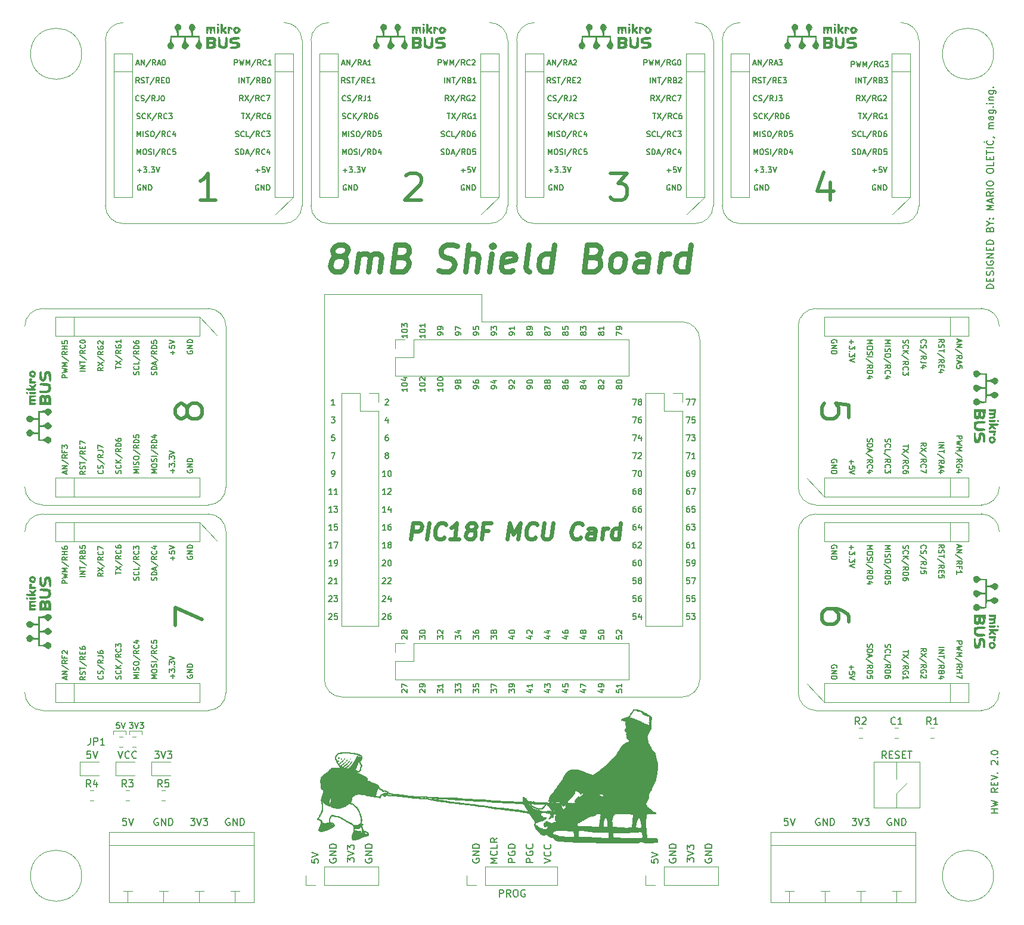
<source format=gbr>
G04 #@! TF.GenerationSoftware,KiCad,Pcbnew,(5.1.5)-3*
G04 #@! TF.CreationDate,2020-04-18T11:44:22+02:00*
G04 #@! TF.ProjectId,8SocketBoard,38536f63-6b65-4744-926f-6172642e6b69,rev?*
G04 #@! TF.SameCoordinates,Original*
G04 #@! TF.FileFunction,Legend,Top*
G04 #@! TF.FilePolarity,Positive*
%FSLAX46Y46*%
G04 Gerber Fmt 4.6, Leading zero omitted, Abs format (unit mm)*
G04 Created by KiCad (PCBNEW (5.1.5)-3) date 2020-04-18 11:44:22*
%MOMM*%
%LPD*%
G04 APERTURE LIST*
%ADD10C,0.120000*%
%ADD11C,0.150000*%
%ADD12C,0.571500*%
%ADD13C,0.762000*%
%ADD14C,0.508000*%
%ADD15C,0.203200*%
%ADD16C,0.010000*%
G04 APERTURE END LIST*
D10*
X42672000Y-139446000D02*
X42672000Y-139954000D01*
X40894000Y-139446000D02*
X42672000Y-139446000D01*
X40894000Y-139954000D02*
X40894000Y-139446000D01*
X38608000Y-139446000D02*
X38608000Y-139954000D01*
X40386000Y-139446000D02*
X38608000Y-139446000D01*
X40386000Y-139954000D02*
X40386000Y-139446000D01*
D11*
X40903676Y-138238895D02*
X41406838Y-138238895D01*
X41135904Y-138548533D01*
X41252019Y-138548533D01*
X41329428Y-138587238D01*
X41368133Y-138625942D01*
X41406838Y-138703352D01*
X41406838Y-138896876D01*
X41368133Y-138974285D01*
X41329428Y-139012990D01*
X41252019Y-139051695D01*
X41019790Y-139051695D01*
X40942380Y-139012990D01*
X40903676Y-138974285D01*
X41639066Y-138238895D02*
X41910000Y-139051695D01*
X42180933Y-138238895D01*
X42374457Y-138238895D02*
X42877619Y-138238895D01*
X42606685Y-138548533D01*
X42722800Y-138548533D01*
X42800209Y-138587238D01*
X42838914Y-138625942D01*
X42877619Y-138703352D01*
X42877619Y-138896876D01*
X42838914Y-138974285D01*
X42800209Y-139012990D01*
X42722800Y-139051695D01*
X42490571Y-139051695D01*
X42413161Y-139012990D01*
X42374457Y-138974285D01*
X39469180Y-138238895D02*
X39082133Y-138238895D01*
X39043428Y-138625942D01*
X39082133Y-138587238D01*
X39159542Y-138548533D01*
X39353066Y-138548533D01*
X39430476Y-138587238D01*
X39469180Y-138625942D01*
X39507885Y-138703352D01*
X39507885Y-138896876D01*
X39469180Y-138974285D01*
X39430476Y-139012990D01*
X39353066Y-139051695D01*
X39159542Y-139051695D01*
X39082133Y-139012990D01*
X39043428Y-138974285D01*
X39740114Y-138238895D02*
X40011047Y-139051695D01*
X40281980Y-138238895D01*
X35361666Y-140422380D02*
X35361666Y-141136666D01*
X35314047Y-141279523D01*
X35218809Y-141374761D01*
X35075952Y-141422380D01*
X34980714Y-141422380D01*
X35837857Y-141422380D02*
X35837857Y-140422380D01*
X36218809Y-140422380D01*
X36314047Y-140470000D01*
X36361666Y-140517619D01*
X36409285Y-140612857D01*
X36409285Y-140755714D01*
X36361666Y-140850952D01*
X36314047Y-140898571D01*
X36218809Y-140946190D01*
X35837857Y-140946190D01*
X37361666Y-141422380D02*
X36790238Y-141422380D01*
X37075952Y-141422380D02*
X37075952Y-140422380D01*
X36980714Y-140565238D01*
X36885476Y-140660476D01*
X36790238Y-140708095D01*
X44481904Y-142327380D02*
X45100952Y-142327380D01*
X44767619Y-142708333D01*
X44910476Y-142708333D01*
X45005714Y-142755952D01*
X45053333Y-142803571D01*
X45100952Y-142898809D01*
X45100952Y-143136904D01*
X45053333Y-143232142D01*
X45005714Y-143279761D01*
X44910476Y-143327380D01*
X44624761Y-143327380D01*
X44529523Y-143279761D01*
X44481904Y-143232142D01*
X45386666Y-142327380D02*
X45720000Y-143327380D01*
X46053333Y-142327380D01*
X46291428Y-142327380D02*
X46910476Y-142327380D01*
X46577142Y-142708333D01*
X46720000Y-142708333D01*
X46815238Y-142755952D01*
X46862857Y-142803571D01*
X46910476Y-142898809D01*
X46910476Y-143136904D01*
X46862857Y-143232142D01*
X46815238Y-143279761D01*
X46720000Y-143327380D01*
X46434285Y-143327380D01*
X46339047Y-143279761D01*
X46291428Y-143232142D01*
X35369523Y-142327380D02*
X34893333Y-142327380D01*
X34845714Y-142803571D01*
X34893333Y-142755952D01*
X34988571Y-142708333D01*
X35226666Y-142708333D01*
X35321904Y-142755952D01*
X35369523Y-142803571D01*
X35417142Y-142898809D01*
X35417142Y-143136904D01*
X35369523Y-143232142D01*
X35321904Y-143279761D01*
X35226666Y-143327380D01*
X34988571Y-143327380D01*
X34893333Y-143279761D01*
X34845714Y-143232142D01*
X35702857Y-142327380D02*
X36036190Y-143327380D01*
X36369523Y-142327380D01*
X39306666Y-142327380D02*
X39640000Y-143327380D01*
X39973333Y-142327380D01*
X40878095Y-143232142D02*
X40830476Y-143279761D01*
X40687619Y-143327380D01*
X40592380Y-143327380D01*
X40449523Y-143279761D01*
X40354285Y-143184523D01*
X40306666Y-143089285D01*
X40259047Y-142898809D01*
X40259047Y-142755952D01*
X40306666Y-142565476D01*
X40354285Y-142470238D01*
X40449523Y-142375000D01*
X40592380Y-142327380D01*
X40687619Y-142327380D01*
X40830476Y-142375000D01*
X40878095Y-142422619D01*
X41878095Y-143232142D02*
X41830476Y-143279761D01*
X41687619Y-143327380D01*
X41592380Y-143327380D01*
X41449523Y-143279761D01*
X41354285Y-143184523D01*
X41306666Y-143089285D01*
X41259047Y-142898809D01*
X41259047Y-142755952D01*
X41306666Y-142565476D01*
X41354285Y-142470238D01*
X41449523Y-142375000D01*
X41592380Y-142327380D01*
X41687619Y-142327380D01*
X41830476Y-142375000D01*
X41878095Y-142422619D01*
X148407619Y-143327380D02*
X148074285Y-142851190D01*
X147836190Y-143327380D02*
X147836190Y-142327380D01*
X148217142Y-142327380D01*
X148312380Y-142375000D01*
X148360000Y-142422619D01*
X148407619Y-142517857D01*
X148407619Y-142660714D01*
X148360000Y-142755952D01*
X148312380Y-142803571D01*
X148217142Y-142851190D01*
X147836190Y-142851190D01*
X148836190Y-142803571D02*
X149169523Y-142803571D01*
X149312380Y-143327380D02*
X148836190Y-143327380D01*
X148836190Y-142327380D01*
X149312380Y-142327380D01*
X149693333Y-143279761D02*
X149836190Y-143327380D01*
X150074285Y-143327380D01*
X150169523Y-143279761D01*
X150217142Y-143232142D01*
X150264761Y-143136904D01*
X150264761Y-143041666D01*
X150217142Y-142946428D01*
X150169523Y-142898809D01*
X150074285Y-142851190D01*
X149883809Y-142803571D01*
X149788571Y-142755952D01*
X149740952Y-142708333D01*
X149693333Y-142613095D01*
X149693333Y-142517857D01*
X149740952Y-142422619D01*
X149788571Y-142375000D01*
X149883809Y-142327380D01*
X150121904Y-142327380D01*
X150264761Y-142375000D01*
X150693333Y-142803571D02*
X151026666Y-142803571D01*
X151169523Y-143327380D02*
X150693333Y-143327380D01*
X150693333Y-142327380D01*
X151169523Y-142327380D01*
X151455238Y-142327380D02*
X152026666Y-142327380D01*
X151740952Y-143327380D02*
X151740952Y-142327380D01*
D12*
X80887717Y-112159142D02*
X81173467Y-109873142D01*
X82044324Y-109873142D01*
X82248431Y-109982000D01*
X82343681Y-110090857D01*
X82425324Y-110308571D01*
X82384503Y-110635142D01*
X82248431Y-110852857D01*
X82125967Y-110961714D01*
X81894645Y-111070571D01*
X81023788Y-111070571D01*
X83173717Y-112159142D02*
X83459467Y-109873142D01*
X85595788Y-111941428D02*
X85473324Y-112050285D01*
X85133145Y-112159142D01*
X84915431Y-112159142D01*
X84602467Y-112050285D01*
X84411967Y-111832571D01*
X84330324Y-111614857D01*
X84275895Y-111179428D01*
X84316717Y-110852857D01*
X84480003Y-110417428D01*
X84616074Y-110199714D01*
X84861003Y-109982000D01*
X85201181Y-109873142D01*
X85418895Y-109873142D01*
X85731860Y-109982000D01*
X85827110Y-110090857D01*
X87745717Y-112159142D02*
X86439431Y-112159142D01*
X87092574Y-112159142D02*
X87378324Y-109873142D01*
X87119788Y-110199714D01*
X86874860Y-110417428D01*
X86643538Y-110526285D01*
X89215288Y-110852857D02*
X89011181Y-110744000D01*
X88915931Y-110635142D01*
X88834288Y-110417428D01*
X88847895Y-110308571D01*
X88983967Y-110090857D01*
X89106431Y-109982000D01*
X89337753Y-109873142D01*
X89773181Y-109873142D01*
X89977288Y-109982000D01*
X90072538Y-110090857D01*
X90154181Y-110308571D01*
X90140574Y-110417428D01*
X90004503Y-110635142D01*
X89882038Y-110744000D01*
X89650717Y-110852857D01*
X89215288Y-110852857D01*
X88983967Y-110961714D01*
X88861503Y-111070571D01*
X88725431Y-111288285D01*
X88671003Y-111723714D01*
X88752645Y-111941428D01*
X88847895Y-112050285D01*
X89052003Y-112159142D01*
X89487431Y-112159142D01*
X89718753Y-112050285D01*
X89841217Y-111941428D01*
X89977288Y-111723714D01*
X90031717Y-111288285D01*
X89950074Y-111070571D01*
X89854824Y-110961714D01*
X89650717Y-110852857D01*
X91814253Y-110961714D02*
X91052253Y-110961714D01*
X90902574Y-112159142D02*
X91188324Y-109873142D01*
X92276895Y-109873142D01*
X94603717Y-112159142D02*
X94889467Y-109873142D01*
X95447360Y-111506000D01*
X96413467Y-109873142D01*
X96127717Y-112159142D01*
X98549788Y-111941428D02*
X98427324Y-112050285D01*
X98087145Y-112159142D01*
X97869431Y-112159142D01*
X97556467Y-112050285D01*
X97365967Y-111832571D01*
X97284324Y-111614857D01*
X97229895Y-111179428D01*
X97270717Y-110852857D01*
X97434003Y-110417428D01*
X97570074Y-110199714D01*
X97815003Y-109982000D01*
X98155181Y-109873142D01*
X98372895Y-109873142D01*
X98685860Y-109982000D01*
X98781110Y-110090857D01*
X99788038Y-109873142D02*
X99556717Y-111723714D01*
X99638360Y-111941428D01*
X99733610Y-112050285D01*
X99937717Y-112159142D01*
X100373145Y-112159142D01*
X100604467Y-112050285D01*
X100726931Y-111941428D01*
X100863003Y-111723714D01*
X101094324Y-109873142D01*
X104972360Y-111941428D02*
X104849895Y-112050285D01*
X104509717Y-112159142D01*
X104292003Y-112159142D01*
X103979038Y-112050285D01*
X103788538Y-111832571D01*
X103706895Y-111614857D01*
X103652467Y-111179428D01*
X103693288Y-110852857D01*
X103856574Y-110417428D01*
X103992645Y-110199714D01*
X104237574Y-109982000D01*
X104577753Y-109873142D01*
X104795467Y-109873142D01*
X105108431Y-109982000D01*
X105203681Y-110090857D01*
X106904574Y-112159142D02*
X107054253Y-110961714D01*
X106972610Y-110744000D01*
X106768503Y-110635142D01*
X106333074Y-110635142D01*
X106101753Y-110744000D01*
X106918181Y-112050285D02*
X106686860Y-112159142D01*
X106142574Y-112159142D01*
X105938467Y-112050285D01*
X105856824Y-111832571D01*
X105884038Y-111614857D01*
X106020110Y-111397142D01*
X106251431Y-111288285D01*
X106795717Y-111288285D01*
X107027038Y-111179428D01*
X107993145Y-112159142D02*
X108183645Y-110635142D01*
X108129217Y-111070571D02*
X108265288Y-110852857D01*
X108387753Y-110744000D01*
X108619074Y-110635142D01*
X108836788Y-110635142D01*
X110388003Y-112159142D02*
X110673753Y-109873142D01*
X110401610Y-112050285D02*
X110170288Y-112159142D01*
X109734860Y-112159142D01*
X109530753Y-112050285D01*
X109435503Y-111941428D01*
X109353860Y-111723714D01*
X109435503Y-111070571D01*
X109571574Y-110852857D01*
X109694038Y-110744000D01*
X109925360Y-110635142D01*
X110360788Y-110635142D01*
X110564895Y-110744000D01*
D13*
X70360721Y-71936428D02*
X70020542Y-71755000D01*
X69861792Y-71573571D01*
X69725721Y-71210714D01*
X69748400Y-71029285D01*
X69975185Y-70666428D01*
X70179292Y-70485000D01*
X70564828Y-70303571D01*
X71290542Y-70303571D01*
X71630721Y-70485000D01*
X71789471Y-70666428D01*
X71925542Y-71029285D01*
X71902864Y-71210714D01*
X71676078Y-71573571D01*
X71471971Y-71755000D01*
X71086435Y-71936428D01*
X70360721Y-71936428D01*
X69975185Y-72117857D01*
X69771078Y-72299285D01*
X69544292Y-72662142D01*
X69453578Y-73387857D01*
X69589650Y-73750714D01*
X69748400Y-73932142D01*
X70088578Y-74113571D01*
X70814292Y-74113571D01*
X71199828Y-73932142D01*
X71403935Y-73750714D01*
X71630721Y-73387857D01*
X71721435Y-72662142D01*
X71585364Y-72299285D01*
X71426614Y-72117857D01*
X71086435Y-71936428D01*
X73172864Y-74113571D02*
X73490364Y-71573571D01*
X73445007Y-71936428D02*
X73649114Y-71755000D01*
X74034650Y-71573571D01*
X74578935Y-71573571D01*
X74919114Y-71755000D01*
X75055185Y-72117857D01*
X74805721Y-74113571D01*
X75055185Y-72117857D02*
X75281971Y-71755000D01*
X75667507Y-71573571D01*
X76211792Y-71573571D01*
X76551971Y-71755000D01*
X76688042Y-72117857D01*
X76438578Y-74113571D01*
X79772328Y-72117857D02*
X80293935Y-72299285D01*
X80452685Y-72480714D01*
X80588757Y-72843571D01*
X80520721Y-73387857D01*
X80293935Y-73750714D01*
X80089828Y-73932142D01*
X79704292Y-74113571D01*
X78252864Y-74113571D01*
X78729114Y-70303571D01*
X79999114Y-70303571D01*
X80339292Y-70485000D01*
X80498042Y-70666428D01*
X80634114Y-71029285D01*
X80588757Y-71392142D01*
X80361971Y-71755000D01*
X80157864Y-71936428D01*
X79772328Y-72117857D01*
X78502328Y-72117857D01*
X84806971Y-73932142D02*
X85328578Y-74113571D01*
X86235721Y-74113571D01*
X86621257Y-73932142D01*
X86825364Y-73750714D01*
X87052150Y-73387857D01*
X87097507Y-73025000D01*
X86961435Y-72662142D01*
X86802685Y-72480714D01*
X86462507Y-72299285D01*
X85759471Y-72117857D01*
X85419292Y-71936428D01*
X85260542Y-71755000D01*
X85124471Y-71392142D01*
X85169828Y-71029285D01*
X85396614Y-70666428D01*
X85600721Y-70485000D01*
X85986257Y-70303571D01*
X86893400Y-70303571D01*
X87415007Y-70485000D01*
X88594292Y-74113571D02*
X89070542Y-70303571D01*
X90227150Y-74113571D02*
X90476614Y-72117857D01*
X90340542Y-71755000D01*
X90000364Y-71573571D01*
X89456078Y-71573571D01*
X89070542Y-71755000D01*
X88866435Y-71936428D01*
X92041435Y-74113571D02*
X92358935Y-71573571D01*
X92517685Y-70303571D02*
X92313578Y-70485000D01*
X92472328Y-70666428D01*
X92676435Y-70485000D01*
X92517685Y-70303571D01*
X92472328Y-70666428D01*
X95329828Y-73932142D02*
X94944292Y-74113571D01*
X94218578Y-74113571D01*
X93878400Y-73932142D01*
X93742328Y-73569285D01*
X93923757Y-72117857D01*
X94150542Y-71755000D01*
X94536078Y-71573571D01*
X95261792Y-71573571D01*
X95601971Y-71755000D01*
X95738042Y-72117857D01*
X95692685Y-72480714D01*
X93833042Y-72843571D01*
X97665721Y-74113571D02*
X97325542Y-73932142D01*
X97189471Y-73569285D01*
X97597685Y-70303571D01*
X100750007Y-74113571D02*
X101226257Y-70303571D01*
X100772685Y-73932142D02*
X100387150Y-74113571D01*
X99661435Y-74113571D01*
X99321257Y-73932142D01*
X99162507Y-73750714D01*
X99026435Y-73387857D01*
X99162507Y-72299285D01*
X99389292Y-71936428D01*
X99593400Y-71755000D01*
X99978935Y-71573571D01*
X100704650Y-71573571D01*
X101044828Y-71755000D01*
X106986614Y-72117857D02*
X107508221Y-72299285D01*
X107666971Y-72480714D01*
X107803042Y-72843571D01*
X107735007Y-73387857D01*
X107508221Y-73750714D01*
X107304114Y-73932142D01*
X106918578Y-74113571D01*
X105467150Y-74113571D01*
X105943400Y-70303571D01*
X107213400Y-70303571D01*
X107553578Y-70485000D01*
X107712328Y-70666428D01*
X107848400Y-71029285D01*
X107803042Y-71392142D01*
X107576257Y-71755000D01*
X107372150Y-71936428D01*
X106986614Y-72117857D01*
X105716614Y-72117857D01*
X109821435Y-74113571D02*
X109481257Y-73932142D01*
X109322507Y-73750714D01*
X109186435Y-73387857D01*
X109322507Y-72299285D01*
X109549292Y-71936428D01*
X109753400Y-71755000D01*
X110138935Y-71573571D01*
X110683221Y-71573571D01*
X111023400Y-71755000D01*
X111182150Y-71936428D01*
X111318221Y-72299285D01*
X111182150Y-73387857D01*
X110955364Y-73750714D01*
X110751257Y-73932142D01*
X110365721Y-74113571D01*
X109821435Y-74113571D01*
X114357150Y-74113571D02*
X114606614Y-72117857D01*
X114470542Y-71755000D01*
X114130364Y-71573571D01*
X113404650Y-71573571D01*
X113019114Y-71755000D01*
X114379828Y-73932142D02*
X113994292Y-74113571D01*
X113087150Y-74113571D01*
X112746971Y-73932142D01*
X112610900Y-73569285D01*
X112656257Y-73206428D01*
X112883042Y-72843571D01*
X113268578Y-72662142D01*
X114175721Y-72662142D01*
X114561257Y-72480714D01*
X116171435Y-74113571D02*
X116488935Y-71573571D01*
X116398221Y-72299285D02*
X116625007Y-71936428D01*
X116829114Y-71755000D01*
X117214650Y-71573571D01*
X117577507Y-71573571D01*
X120162864Y-74113571D02*
X120639114Y-70303571D01*
X120185542Y-73932142D02*
X119800007Y-74113571D01*
X119074292Y-74113571D01*
X118734114Y-73932142D01*
X118575364Y-73750714D01*
X118439292Y-73387857D01*
X118575364Y-72299285D01*
X118802150Y-71936428D01*
X119006257Y-71755000D01*
X119391792Y-71573571D01*
X120117507Y-71573571D01*
X120457685Y-71755000D01*
D11*
X163647380Y-76515714D02*
X162647380Y-76515714D01*
X162647380Y-76277619D01*
X162695000Y-76134761D01*
X162790238Y-76039523D01*
X162885476Y-75991904D01*
X163075952Y-75944285D01*
X163218809Y-75944285D01*
X163409285Y-75991904D01*
X163504523Y-76039523D01*
X163599761Y-76134761D01*
X163647380Y-76277619D01*
X163647380Y-76515714D01*
X163123571Y-75515714D02*
X163123571Y-75182380D01*
X163647380Y-75039523D02*
X163647380Y-75515714D01*
X162647380Y-75515714D01*
X162647380Y-75039523D01*
X163599761Y-74658571D02*
X163647380Y-74515714D01*
X163647380Y-74277619D01*
X163599761Y-74182380D01*
X163552142Y-74134761D01*
X163456904Y-74087142D01*
X163361666Y-74087142D01*
X163266428Y-74134761D01*
X163218809Y-74182380D01*
X163171190Y-74277619D01*
X163123571Y-74468095D01*
X163075952Y-74563333D01*
X163028333Y-74610952D01*
X162933095Y-74658571D01*
X162837857Y-74658571D01*
X162742619Y-74610952D01*
X162695000Y-74563333D01*
X162647380Y-74468095D01*
X162647380Y-74230000D01*
X162695000Y-74087142D01*
X163647380Y-73658571D02*
X162647380Y-73658571D01*
X162695000Y-72658571D02*
X162647380Y-72753809D01*
X162647380Y-72896666D01*
X162695000Y-73039523D01*
X162790238Y-73134761D01*
X162885476Y-73182380D01*
X163075952Y-73230000D01*
X163218809Y-73230000D01*
X163409285Y-73182380D01*
X163504523Y-73134761D01*
X163599761Y-73039523D01*
X163647380Y-72896666D01*
X163647380Y-72801428D01*
X163599761Y-72658571D01*
X163552142Y-72610952D01*
X163218809Y-72610952D01*
X163218809Y-72801428D01*
X163647380Y-72182380D02*
X162647380Y-72182380D01*
X163647380Y-71610952D01*
X162647380Y-71610952D01*
X163123571Y-71134761D02*
X163123571Y-70801428D01*
X163647380Y-70658571D02*
X163647380Y-71134761D01*
X162647380Y-71134761D01*
X162647380Y-70658571D01*
X163647380Y-70230000D02*
X162647380Y-70230000D01*
X162647380Y-69991904D01*
X162695000Y-69849047D01*
X162790238Y-69753809D01*
X162885476Y-69706190D01*
X163075952Y-69658571D01*
X163218809Y-69658571D01*
X163409285Y-69706190D01*
X163504523Y-69753809D01*
X163599761Y-69849047D01*
X163647380Y-69991904D01*
X163647380Y-70230000D01*
X163123571Y-68134761D02*
X163171190Y-67991904D01*
X163218809Y-67944285D01*
X163314047Y-67896666D01*
X163456904Y-67896666D01*
X163552142Y-67944285D01*
X163599761Y-67991904D01*
X163647380Y-68087142D01*
X163647380Y-68468095D01*
X162647380Y-68468095D01*
X162647380Y-68134761D01*
X162695000Y-68039523D01*
X162742619Y-67991904D01*
X162837857Y-67944285D01*
X162933095Y-67944285D01*
X163028333Y-67991904D01*
X163075952Y-68039523D01*
X163123571Y-68134761D01*
X163123571Y-68468095D01*
X163171190Y-67277619D02*
X163647380Y-67277619D01*
X162647380Y-67610952D02*
X163171190Y-67277619D01*
X162647380Y-66944285D01*
X163552142Y-66610952D02*
X163599761Y-66563333D01*
X163647380Y-66610952D01*
X163599761Y-66658571D01*
X163552142Y-66610952D01*
X163647380Y-66610952D01*
X163028333Y-66610952D02*
X163075952Y-66563333D01*
X163123571Y-66610952D01*
X163075952Y-66658571D01*
X163028333Y-66610952D01*
X163123571Y-66610952D01*
X163647380Y-65372857D02*
X162647380Y-65372857D01*
X163361666Y-65039523D01*
X162647380Y-64706190D01*
X163647380Y-64706190D01*
X163361666Y-64277619D02*
X163361666Y-63801428D01*
X163647380Y-64372857D02*
X162647380Y-64039523D01*
X163647380Y-63706190D01*
X163647380Y-62801428D02*
X163171190Y-63134761D01*
X163647380Y-63372857D02*
X162647380Y-63372857D01*
X162647380Y-62991904D01*
X162695000Y-62896666D01*
X162742619Y-62849047D01*
X162837857Y-62801428D01*
X162980714Y-62801428D01*
X163075952Y-62849047D01*
X163123571Y-62896666D01*
X163171190Y-62991904D01*
X163171190Y-63372857D01*
X163647380Y-62372857D02*
X162647380Y-62372857D01*
X162647380Y-61706190D02*
X162647380Y-61515714D01*
X162695000Y-61420476D01*
X162790238Y-61325238D01*
X162980714Y-61277619D01*
X163314047Y-61277619D01*
X163504523Y-61325238D01*
X163599761Y-61420476D01*
X163647380Y-61515714D01*
X163647380Y-61706190D01*
X163599761Y-61801428D01*
X163504523Y-61896666D01*
X163314047Y-61944285D01*
X162980714Y-61944285D01*
X162790238Y-61896666D01*
X162695000Y-61801428D01*
X162647380Y-61706190D01*
X162647380Y-59896666D02*
X162647380Y-59706190D01*
X162695000Y-59610952D01*
X162790238Y-59515714D01*
X162980714Y-59468095D01*
X163314047Y-59468095D01*
X163504523Y-59515714D01*
X163599761Y-59610952D01*
X163647380Y-59706190D01*
X163647380Y-59896666D01*
X163599761Y-59991904D01*
X163504523Y-60087142D01*
X163314047Y-60134761D01*
X162980714Y-60134761D01*
X162790238Y-60087142D01*
X162695000Y-59991904D01*
X162647380Y-59896666D01*
X163647380Y-58563333D02*
X163647380Y-59039523D01*
X162647380Y-59039523D01*
X163123571Y-58230000D02*
X163123571Y-57896666D01*
X163647380Y-57753809D02*
X163647380Y-58230000D01*
X162647380Y-58230000D01*
X162647380Y-57753809D01*
X162647380Y-57468095D02*
X162647380Y-56896666D01*
X163647380Y-57182380D02*
X162647380Y-57182380D01*
X163647380Y-56563333D02*
X162647380Y-56563333D01*
X163552142Y-55515714D02*
X163599761Y-55563333D01*
X163647380Y-55706190D01*
X163647380Y-55801428D01*
X163599761Y-55944285D01*
X163504523Y-56039523D01*
X163409285Y-56087142D01*
X163218809Y-56134761D01*
X163075952Y-56134761D01*
X162885476Y-56087142D01*
X162790238Y-56039523D01*
X162695000Y-55944285D01*
X162647380Y-55801428D01*
X162647380Y-55706190D01*
X162695000Y-55563333D01*
X162742619Y-55515714D01*
X162266428Y-55658571D02*
X162409285Y-55801428D01*
X163599761Y-55039523D02*
X163647380Y-55039523D01*
X163742619Y-55087142D01*
X163790238Y-55134761D01*
X163647380Y-53849047D02*
X162980714Y-53849047D01*
X163075952Y-53849047D02*
X163028333Y-53801428D01*
X162980714Y-53706190D01*
X162980714Y-53563333D01*
X163028333Y-53468095D01*
X163123571Y-53420476D01*
X163647380Y-53420476D01*
X163123571Y-53420476D02*
X163028333Y-53372857D01*
X162980714Y-53277619D01*
X162980714Y-53134761D01*
X163028333Y-53039523D01*
X163123571Y-52991904D01*
X163647380Y-52991904D01*
X163647380Y-52087142D02*
X163123571Y-52087142D01*
X163028333Y-52134761D01*
X162980714Y-52230000D01*
X162980714Y-52420476D01*
X163028333Y-52515714D01*
X163599761Y-52087142D02*
X163647380Y-52182380D01*
X163647380Y-52420476D01*
X163599761Y-52515714D01*
X163504523Y-52563333D01*
X163409285Y-52563333D01*
X163314047Y-52515714D01*
X163266428Y-52420476D01*
X163266428Y-52182380D01*
X163218809Y-52087142D01*
X162980714Y-51182380D02*
X163790238Y-51182380D01*
X163885476Y-51230000D01*
X163933095Y-51277619D01*
X163980714Y-51372857D01*
X163980714Y-51515714D01*
X163933095Y-51610952D01*
X163599761Y-51182380D02*
X163647380Y-51277619D01*
X163647380Y-51468095D01*
X163599761Y-51563333D01*
X163552142Y-51610952D01*
X163456904Y-51658571D01*
X163171190Y-51658571D01*
X163075952Y-51610952D01*
X163028333Y-51563333D01*
X162980714Y-51468095D01*
X162980714Y-51277619D01*
X163028333Y-51182380D01*
X163552142Y-50706190D02*
X163599761Y-50658571D01*
X163647380Y-50706190D01*
X163599761Y-50753809D01*
X163552142Y-50706190D01*
X163647380Y-50706190D01*
X163647380Y-50230000D02*
X162980714Y-50230000D01*
X162647380Y-50230000D02*
X162695000Y-50277619D01*
X162742619Y-50230000D01*
X162695000Y-50182380D01*
X162647380Y-50230000D01*
X162742619Y-50230000D01*
X162980714Y-49753809D02*
X163647380Y-49753809D01*
X163075952Y-49753809D02*
X163028333Y-49706190D01*
X162980714Y-49610952D01*
X162980714Y-49468095D01*
X163028333Y-49372857D01*
X163123571Y-49325238D01*
X163647380Y-49325238D01*
X162980714Y-48420476D02*
X163790238Y-48420476D01*
X163885476Y-48468095D01*
X163933095Y-48515714D01*
X163980714Y-48610952D01*
X163980714Y-48753809D01*
X163933095Y-48849047D01*
X163599761Y-48420476D02*
X163647380Y-48515714D01*
X163647380Y-48706190D01*
X163599761Y-48801428D01*
X163552142Y-48849047D01*
X163456904Y-48896666D01*
X163171190Y-48896666D01*
X163075952Y-48849047D01*
X163028333Y-48801428D01*
X162980714Y-48706190D01*
X162980714Y-48515714D01*
X163028333Y-48420476D01*
X163552142Y-47944285D02*
X163599761Y-47896666D01*
X163647380Y-47944285D01*
X163599761Y-47991904D01*
X163552142Y-47944285D01*
X163647380Y-47944285D01*
X164282380Y-151113571D02*
X163282380Y-151113571D01*
X163758571Y-151113571D02*
X163758571Y-150542142D01*
X164282380Y-150542142D02*
X163282380Y-150542142D01*
X163282380Y-150161190D02*
X164282380Y-149923095D01*
X163568095Y-149732619D01*
X164282380Y-149542142D01*
X163282380Y-149304047D01*
X164282380Y-147589761D02*
X163806190Y-147923095D01*
X164282380Y-148161190D02*
X163282380Y-148161190D01*
X163282380Y-147780238D01*
X163330000Y-147685000D01*
X163377619Y-147637380D01*
X163472857Y-147589761D01*
X163615714Y-147589761D01*
X163710952Y-147637380D01*
X163758571Y-147685000D01*
X163806190Y-147780238D01*
X163806190Y-148161190D01*
X163758571Y-147161190D02*
X163758571Y-146827857D01*
X164282380Y-146685000D02*
X164282380Y-147161190D01*
X163282380Y-147161190D01*
X163282380Y-146685000D01*
X163282380Y-146399285D02*
X164282380Y-146065952D01*
X163282380Y-145732619D01*
X164187142Y-145399285D02*
X164234761Y-145351666D01*
X164282380Y-145399285D01*
X164234761Y-145446904D01*
X164187142Y-145399285D01*
X164282380Y-145399285D01*
X163377619Y-144208809D02*
X163330000Y-144161190D01*
X163282380Y-144065952D01*
X163282380Y-143827857D01*
X163330000Y-143732619D01*
X163377619Y-143685000D01*
X163472857Y-143637380D01*
X163568095Y-143637380D01*
X163710952Y-143685000D01*
X164282380Y-144256428D01*
X164282380Y-143637380D01*
X164187142Y-143208809D02*
X164234761Y-143161190D01*
X164282380Y-143208809D01*
X164234761Y-143256428D01*
X164187142Y-143208809D01*
X164282380Y-143208809D01*
X163282380Y-142542142D02*
X163282380Y-142446904D01*
X163330000Y-142351666D01*
X163377619Y-142304047D01*
X163472857Y-142256428D01*
X163663333Y-142208809D01*
X163901428Y-142208809D01*
X164091904Y-142256428D01*
X164187142Y-142304047D01*
X164234761Y-142351666D01*
X164282380Y-142446904D01*
X164282380Y-142542142D01*
X164234761Y-142637380D01*
X164187142Y-142685000D01*
X164091904Y-142732619D01*
X163901428Y-142780238D01*
X163663333Y-142780238D01*
X163472857Y-142732619D01*
X163377619Y-142685000D01*
X163330000Y-142637380D01*
X163282380Y-142542142D01*
X158405285Y-126673428D02*
X159167285Y-126673428D01*
X159167285Y-126963714D01*
X159131000Y-127036285D01*
X159094714Y-127072571D01*
X159022142Y-127108857D01*
X158913285Y-127108857D01*
X158840714Y-127072571D01*
X158804428Y-127036285D01*
X158768142Y-126963714D01*
X158768142Y-126673428D01*
X159167285Y-127362857D02*
X158405285Y-127544285D01*
X158949571Y-127689428D01*
X158405285Y-127834571D01*
X159167285Y-128016000D01*
X158405285Y-128306285D02*
X159167285Y-128306285D01*
X158623000Y-128560285D01*
X159167285Y-128814285D01*
X158405285Y-128814285D01*
X159203571Y-129721428D02*
X158223857Y-129068285D01*
X158405285Y-130410857D02*
X158768142Y-130156857D01*
X158405285Y-129975428D02*
X159167285Y-129975428D01*
X159167285Y-130265714D01*
X159131000Y-130338285D01*
X159094714Y-130374571D01*
X159022142Y-130410857D01*
X158913285Y-130410857D01*
X158840714Y-130374571D01*
X158804428Y-130338285D01*
X158768142Y-130265714D01*
X158768142Y-129975428D01*
X158405285Y-130737428D02*
X159167285Y-130737428D01*
X158804428Y-130737428D02*
X158804428Y-131172857D01*
X158405285Y-131172857D02*
X159167285Y-131172857D01*
X159167285Y-131463142D02*
X159167285Y-131971142D01*
X158405285Y-131644571D01*
X155865285Y-127580571D02*
X156627285Y-127580571D01*
X155865285Y-127943428D02*
X156627285Y-127943428D01*
X155865285Y-128378857D01*
X156627285Y-128378857D01*
X156627285Y-128632857D02*
X156627285Y-129068285D01*
X155865285Y-128850571D02*
X156627285Y-128850571D01*
X156663571Y-129866571D02*
X155683857Y-129213428D01*
X155865285Y-130556000D02*
X156228142Y-130302000D01*
X155865285Y-130120571D02*
X156627285Y-130120571D01*
X156627285Y-130410857D01*
X156591000Y-130483428D01*
X156554714Y-130519714D01*
X156482142Y-130556000D01*
X156373285Y-130556000D01*
X156300714Y-130519714D01*
X156264428Y-130483428D01*
X156228142Y-130410857D01*
X156228142Y-130120571D01*
X156264428Y-131136571D02*
X156228142Y-131245428D01*
X156191857Y-131281714D01*
X156119285Y-131318000D01*
X156010428Y-131318000D01*
X155937857Y-131281714D01*
X155901571Y-131245428D01*
X155865285Y-131172857D01*
X155865285Y-130882571D01*
X156627285Y-130882571D01*
X156627285Y-131136571D01*
X156591000Y-131209142D01*
X156554714Y-131245428D01*
X156482142Y-131281714D01*
X156409571Y-131281714D01*
X156337000Y-131245428D01*
X156300714Y-131209142D01*
X156264428Y-131136571D01*
X156264428Y-130882571D01*
X156373285Y-131971142D02*
X155865285Y-131971142D01*
X156663571Y-131789714D02*
X156119285Y-131608285D01*
X156119285Y-132080000D01*
X153325285Y-128143000D02*
X153688142Y-127889000D01*
X153325285Y-127707571D02*
X154087285Y-127707571D01*
X154087285Y-127997857D01*
X154051000Y-128070428D01*
X154014714Y-128106714D01*
X153942142Y-128143000D01*
X153833285Y-128143000D01*
X153760714Y-128106714D01*
X153724428Y-128070428D01*
X153688142Y-127997857D01*
X153688142Y-127707571D01*
X154087285Y-128397000D02*
X153325285Y-128905000D01*
X154087285Y-128905000D02*
X153325285Y-128397000D01*
X154123571Y-129739571D02*
X153143857Y-129086428D01*
X153325285Y-130429000D02*
X153688142Y-130175000D01*
X153325285Y-129993571D02*
X154087285Y-129993571D01*
X154087285Y-130283857D01*
X154051000Y-130356428D01*
X154014714Y-130392714D01*
X153942142Y-130429000D01*
X153833285Y-130429000D01*
X153760714Y-130392714D01*
X153724428Y-130356428D01*
X153688142Y-130283857D01*
X153688142Y-129993571D01*
X154051000Y-131154714D02*
X154087285Y-131082142D01*
X154087285Y-130973285D01*
X154051000Y-130864428D01*
X153978428Y-130791857D01*
X153905857Y-130755571D01*
X153760714Y-130719285D01*
X153651857Y-130719285D01*
X153506714Y-130755571D01*
X153434142Y-130791857D01*
X153361571Y-130864428D01*
X153325285Y-130973285D01*
X153325285Y-131045857D01*
X153361571Y-131154714D01*
X153397857Y-131191000D01*
X153651857Y-131191000D01*
X153651857Y-131045857D01*
X154014714Y-131481285D02*
X154051000Y-131517571D01*
X154087285Y-131590142D01*
X154087285Y-131771571D01*
X154051000Y-131844142D01*
X154014714Y-131880428D01*
X153942142Y-131916714D01*
X153869571Y-131916714D01*
X153760714Y-131880428D01*
X153325285Y-131445000D01*
X153325285Y-131916714D01*
X151547285Y-127943428D02*
X151547285Y-128378857D01*
X150785285Y-128161142D02*
X151547285Y-128161142D01*
X151547285Y-128560285D02*
X150785285Y-129068285D01*
X151547285Y-129068285D02*
X150785285Y-128560285D01*
X151583571Y-129902857D02*
X150603857Y-129249714D01*
X150785285Y-130592285D02*
X151148142Y-130338285D01*
X150785285Y-130156857D02*
X151547285Y-130156857D01*
X151547285Y-130447142D01*
X151511000Y-130519714D01*
X151474714Y-130556000D01*
X151402142Y-130592285D01*
X151293285Y-130592285D01*
X151220714Y-130556000D01*
X151184428Y-130519714D01*
X151148142Y-130447142D01*
X151148142Y-130156857D01*
X151511000Y-131318000D02*
X151547285Y-131245428D01*
X151547285Y-131136571D01*
X151511000Y-131027714D01*
X151438428Y-130955142D01*
X151365857Y-130918857D01*
X151220714Y-130882571D01*
X151111857Y-130882571D01*
X150966714Y-130918857D01*
X150894142Y-130955142D01*
X150821571Y-131027714D01*
X150785285Y-131136571D01*
X150785285Y-131209142D01*
X150821571Y-131318000D01*
X150857857Y-131354285D01*
X151111857Y-131354285D01*
X151111857Y-131209142D01*
X150785285Y-132080000D02*
X150785285Y-131644571D01*
X150785285Y-131862285D02*
X151547285Y-131862285D01*
X151438428Y-131789714D01*
X151365857Y-131717142D01*
X151329571Y-131644571D01*
X148281571Y-127108857D02*
X148245285Y-127217714D01*
X148245285Y-127399142D01*
X148281571Y-127471714D01*
X148317857Y-127508000D01*
X148390428Y-127544285D01*
X148463000Y-127544285D01*
X148535571Y-127508000D01*
X148571857Y-127471714D01*
X148608142Y-127399142D01*
X148644428Y-127254000D01*
X148680714Y-127181428D01*
X148717000Y-127145142D01*
X148789571Y-127108857D01*
X148862142Y-127108857D01*
X148934714Y-127145142D01*
X148971000Y-127181428D01*
X149007285Y-127254000D01*
X149007285Y-127435428D01*
X148971000Y-127544285D01*
X148317857Y-128306285D02*
X148281571Y-128270000D01*
X148245285Y-128161142D01*
X148245285Y-128088571D01*
X148281571Y-127979714D01*
X148354142Y-127907142D01*
X148426714Y-127870857D01*
X148571857Y-127834571D01*
X148680714Y-127834571D01*
X148825857Y-127870857D01*
X148898428Y-127907142D01*
X148971000Y-127979714D01*
X149007285Y-128088571D01*
X149007285Y-128161142D01*
X148971000Y-128270000D01*
X148934714Y-128306285D01*
X148245285Y-128995714D02*
X148245285Y-128632857D01*
X149007285Y-128632857D01*
X149043571Y-129794000D02*
X148063857Y-129140857D01*
X148245285Y-130483428D02*
X148608142Y-130229428D01*
X148245285Y-130048000D02*
X149007285Y-130048000D01*
X149007285Y-130338285D01*
X148971000Y-130410857D01*
X148934714Y-130447142D01*
X148862142Y-130483428D01*
X148753285Y-130483428D01*
X148680714Y-130447142D01*
X148644428Y-130410857D01*
X148608142Y-130338285D01*
X148608142Y-130048000D01*
X148245285Y-130810000D02*
X149007285Y-130810000D01*
X149007285Y-130991428D01*
X148971000Y-131100285D01*
X148898428Y-131172857D01*
X148825857Y-131209142D01*
X148680714Y-131245428D01*
X148571857Y-131245428D01*
X148426714Y-131209142D01*
X148354142Y-131172857D01*
X148281571Y-131100285D01*
X148245285Y-130991428D01*
X148245285Y-130810000D01*
X149007285Y-131898571D02*
X149007285Y-131753428D01*
X148971000Y-131680857D01*
X148934714Y-131644571D01*
X148825857Y-131572000D01*
X148680714Y-131535714D01*
X148390428Y-131535714D01*
X148317857Y-131572000D01*
X148281571Y-131608285D01*
X148245285Y-131680857D01*
X148245285Y-131826000D01*
X148281571Y-131898571D01*
X148317857Y-131934857D01*
X148390428Y-131971142D01*
X148571857Y-131971142D01*
X148644428Y-131934857D01*
X148680714Y-131898571D01*
X148717000Y-131826000D01*
X148717000Y-131680857D01*
X148680714Y-131608285D01*
X148644428Y-131572000D01*
X148571857Y-131535714D01*
X145741571Y-127090714D02*
X145705285Y-127199571D01*
X145705285Y-127381000D01*
X145741571Y-127453571D01*
X145777857Y-127489857D01*
X145850428Y-127526142D01*
X145923000Y-127526142D01*
X145995571Y-127489857D01*
X146031857Y-127453571D01*
X146068142Y-127381000D01*
X146104428Y-127235857D01*
X146140714Y-127163285D01*
X146177000Y-127127000D01*
X146249571Y-127090714D01*
X146322142Y-127090714D01*
X146394714Y-127127000D01*
X146431000Y-127163285D01*
X146467285Y-127235857D01*
X146467285Y-127417285D01*
X146431000Y-127526142D01*
X145705285Y-127852714D02*
X146467285Y-127852714D01*
X146467285Y-128034142D01*
X146431000Y-128143000D01*
X146358428Y-128215571D01*
X146285857Y-128251857D01*
X146140714Y-128288142D01*
X146031857Y-128288142D01*
X145886714Y-128251857D01*
X145814142Y-128215571D01*
X145741571Y-128143000D01*
X145705285Y-128034142D01*
X145705285Y-127852714D01*
X145923000Y-128578428D02*
X145923000Y-128941285D01*
X145705285Y-128505857D02*
X146467285Y-128759857D01*
X145705285Y-129013857D01*
X146503571Y-129812142D02*
X145523857Y-129159000D01*
X145705285Y-130501571D02*
X146068142Y-130247571D01*
X145705285Y-130066142D02*
X146467285Y-130066142D01*
X146467285Y-130356428D01*
X146431000Y-130429000D01*
X146394714Y-130465285D01*
X146322142Y-130501571D01*
X146213285Y-130501571D01*
X146140714Y-130465285D01*
X146104428Y-130429000D01*
X146068142Y-130356428D01*
X146068142Y-130066142D01*
X145705285Y-130828142D02*
X146467285Y-130828142D01*
X146467285Y-131009571D01*
X146431000Y-131118428D01*
X146358428Y-131191000D01*
X146285857Y-131227285D01*
X146140714Y-131263571D01*
X146031857Y-131263571D01*
X145886714Y-131227285D01*
X145814142Y-131191000D01*
X145741571Y-131118428D01*
X145705285Y-131009571D01*
X145705285Y-130828142D01*
X146467285Y-131953000D02*
X146467285Y-131590142D01*
X146104428Y-131553857D01*
X146140714Y-131590142D01*
X146177000Y-131662714D01*
X146177000Y-131844142D01*
X146140714Y-131916714D01*
X146104428Y-131953000D01*
X146031857Y-131989285D01*
X145850428Y-131989285D01*
X145777857Y-131953000D01*
X145741571Y-131916714D01*
X145705285Y-131844142D01*
X145705285Y-131662714D01*
X145741571Y-131590142D01*
X145777857Y-131553857D01*
X143455571Y-130084285D02*
X143455571Y-130664857D01*
X143165285Y-130374571D02*
X143745857Y-130374571D01*
X143927285Y-131390571D02*
X143927285Y-131027714D01*
X143564428Y-130991428D01*
X143600714Y-131027714D01*
X143637000Y-131100285D01*
X143637000Y-131281714D01*
X143600714Y-131354285D01*
X143564428Y-131390571D01*
X143491857Y-131426857D01*
X143310428Y-131426857D01*
X143237857Y-131390571D01*
X143201571Y-131354285D01*
X143165285Y-131281714D01*
X143165285Y-131100285D01*
X143201571Y-131027714D01*
X143237857Y-130991428D01*
X143927285Y-131644571D02*
X143165285Y-131898571D01*
X143927285Y-132152571D01*
X141351000Y-130483428D02*
X141387285Y-130410857D01*
X141387285Y-130302000D01*
X141351000Y-130193142D01*
X141278428Y-130120571D01*
X141205857Y-130084285D01*
X141060714Y-130048000D01*
X140951857Y-130048000D01*
X140806714Y-130084285D01*
X140734142Y-130120571D01*
X140661571Y-130193142D01*
X140625285Y-130302000D01*
X140625285Y-130374571D01*
X140661571Y-130483428D01*
X140697857Y-130519714D01*
X140951857Y-130519714D01*
X140951857Y-130374571D01*
X140625285Y-130846285D02*
X141387285Y-130846285D01*
X140625285Y-131281714D01*
X141387285Y-131281714D01*
X140625285Y-131644571D02*
X141387285Y-131644571D01*
X141387285Y-131826000D01*
X141351000Y-131934857D01*
X141278428Y-132007428D01*
X141205857Y-132043714D01*
X141060714Y-132080000D01*
X140951857Y-132080000D01*
X140806714Y-132043714D01*
X140734142Y-132007428D01*
X140661571Y-131934857D01*
X140625285Y-131826000D01*
X140625285Y-131644571D01*
X141351000Y-113465428D02*
X141387285Y-113392857D01*
X141387285Y-113284000D01*
X141351000Y-113175142D01*
X141278428Y-113102571D01*
X141205857Y-113066285D01*
X141060714Y-113030000D01*
X140951857Y-113030000D01*
X140806714Y-113066285D01*
X140734142Y-113102571D01*
X140661571Y-113175142D01*
X140625285Y-113284000D01*
X140625285Y-113356571D01*
X140661571Y-113465428D01*
X140697857Y-113501714D01*
X140951857Y-113501714D01*
X140951857Y-113356571D01*
X140625285Y-113828285D02*
X141387285Y-113828285D01*
X140625285Y-114263714D01*
X141387285Y-114263714D01*
X140625285Y-114626571D02*
X141387285Y-114626571D01*
X141387285Y-114808000D01*
X141351000Y-114916857D01*
X141278428Y-114989428D01*
X141205857Y-115025714D01*
X141060714Y-115062000D01*
X140951857Y-115062000D01*
X140806714Y-115025714D01*
X140734142Y-114989428D01*
X140661571Y-114916857D01*
X140625285Y-114808000D01*
X140625285Y-114626571D01*
X143455571Y-113030000D02*
X143455571Y-113610571D01*
X143165285Y-113320285D02*
X143745857Y-113320285D01*
X143927285Y-113900857D02*
X143927285Y-114372571D01*
X143637000Y-114118571D01*
X143637000Y-114227428D01*
X143600714Y-114300000D01*
X143564428Y-114336285D01*
X143491857Y-114372571D01*
X143310428Y-114372571D01*
X143237857Y-114336285D01*
X143201571Y-114300000D01*
X143165285Y-114227428D01*
X143165285Y-114009714D01*
X143201571Y-113937142D01*
X143237857Y-113900857D01*
X143237857Y-114699142D02*
X143201571Y-114735428D01*
X143165285Y-114699142D01*
X143201571Y-114662857D01*
X143237857Y-114699142D01*
X143165285Y-114699142D01*
X143927285Y-114989428D02*
X143927285Y-115461142D01*
X143637000Y-115207142D01*
X143637000Y-115316000D01*
X143600714Y-115388571D01*
X143564428Y-115424857D01*
X143491857Y-115461142D01*
X143310428Y-115461142D01*
X143237857Y-115424857D01*
X143201571Y-115388571D01*
X143165285Y-115316000D01*
X143165285Y-115098285D01*
X143201571Y-115025714D01*
X143237857Y-114989428D01*
X143927285Y-115678857D02*
X143165285Y-115932857D01*
X143927285Y-116186857D01*
X145705285Y-113102571D02*
X146467285Y-113102571D01*
X145923000Y-113356571D01*
X146467285Y-113610571D01*
X145705285Y-113610571D01*
X146467285Y-114118571D02*
X146467285Y-114263714D01*
X146431000Y-114336285D01*
X146358428Y-114408857D01*
X146213285Y-114445142D01*
X145959285Y-114445142D01*
X145814142Y-114408857D01*
X145741571Y-114336285D01*
X145705285Y-114263714D01*
X145705285Y-114118571D01*
X145741571Y-114046000D01*
X145814142Y-113973428D01*
X145959285Y-113937142D01*
X146213285Y-113937142D01*
X146358428Y-113973428D01*
X146431000Y-114046000D01*
X146467285Y-114118571D01*
X145741571Y-114735428D02*
X145705285Y-114844285D01*
X145705285Y-115025714D01*
X145741571Y-115098285D01*
X145777857Y-115134571D01*
X145850428Y-115170857D01*
X145923000Y-115170857D01*
X145995571Y-115134571D01*
X146031857Y-115098285D01*
X146068142Y-115025714D01*
X146104428Y-114880571D01*
X146140714Y-114808000D01*
X146177000Y-114771714D01*
X146249571Y-114735428D01*
X146322142Y-114735428D01*
X146394714Y-114771714D01*
X146431000Y-114808000D01*
X146467285Y-114880571D01*
X146467285Y-115062000D01*
X146431000Y-115170857D01*
X145705285Y-115497428D02*
X146467285Y-115497428D01*
X146503571Y-116404571D02*
X145523857Y-115751428D01*
X145705285Y-117094000D02*
X146068142Y-116840000D01*
X145705285Y-116658571D02*
X146467285Y-116658571D01*
X146467285Y-116948857D01*
X146431000Y-117021428D01*
X146394714Y-117057714D01*
X146322142Y-117094000D01*
X146213285Y-117094000D01*
X146140714Y-117057714D01*
X146104428Y-117021428D01*
X146068142Y-116948857D01*
X146068142Y-116658571D01*
X145705285Y-117420571D02*
X146467285Y-117420571D01*
X146467285Y-117602000D01*
X146431000Y-117710857D01*
X146358428Y-117783428D01*
X146285857Y-117819714D01*
X146140714Y-117856000D01*
X146031857Y-117856000D01*
X145886714Y-117819714D01*
X145814142Y-117783428D01*
X145741571Y-117710857D01*
X145705285Y-117602000D01*
X145705285Y-117420571D01*
X146213285Y-118509142D02*
X145705285Y-118509142D01*
X146503571Y-118327714D02*
X145959285Y-118146285D01*
X145959285Y-118618000D01*
X148245285Y-113102571D02*
X149007285Y-113102571D01*
X148463000Y-113356571D01*
X149007285Y-113610571D01*
X148245285Y-113610571D01*
X148245285Y-113973428D02*
X149007285Y-113973428D01*
X148281571Y-114300000D02*
X148245285Y-114408857D01*
X148245285Y-114590285D01*
X148281571Y-114662857D01*
X148317857Y-114699142D01*
X148390428Y-114735428D01*
X148463000Y-114735428D01*
X148535571Y-114699142D01*
X148571857Y-114662857D01*
X148608142Y-114590285D01*
X148644428Y-114445142D01*
X148680714Y-114372571D01*
X148717000Y-114336285D01*
X148789571Y-114300000D01*
X148862142Y-114300000D01*
X148934714Y-114336285D01*
X148971000Y-114372571D01*
X149007285Y-114445142D01*
X149007285Y-114626571D01*
X148971000Y-114735428D01*
X149007285Y-115207142D02*
X149007285Y-115352285D01*
X148971000Y-115424857D01*
X148898428Y-115497428D01*
X148753285Y-115533714D01*
X148499285Y-115533714D01*
X148354142Y-115497428D01*
X148281571Y-115424857D01*
X148245285Y-115352285D01*
X148245285Y-115207142D01*
X148281571Y-115134571D01*
X148354142Y-115062000D01*
X148499285Y-115025714D01*
X148753285Y-115025714D01*
X148898428Y-115062000D01*
X148971000Y-115134571D01*
X149007285Y-115207142D01*
X149043571Y-116404571D02*
X148063857Y-115751428D01*
X148245285Y-117094000D02*
X148608142Y-116840000D01*
X148245285Y-116658571D02*
X149007285Y-116658571D01*
X149007285Y-116948857D01*
X148971000Y-117021428D01*
X148934714Y-117057714D01*
X148862142Y-117094000D01*
X148753285Y-117094000D01*
X148680714Y-117057714D01*
X148644428Y-117021428D01*
X148608142Y-116948857D01*
X148608142Y-116658571D01*
X148245285Y-117420571D02*
X149007285Y-117420571D01*
X149007285Y-117602000D01*
X148971000Y-117710857D01*
X148898428Y-117783428D01*
X148825857Y-117819714D01*
X148680714Y-117856000D01*
X148571857Y-117856000D01*
X148426714Y-117819714D01*
X148354142Y-117783428D01*
X148281571Y-117710857D01*
X148245285Y-117602000D01*
X148245285Y-117420571D01*
X149007285Y-118545428D02*
X149007285Y-118182571D01*
X148644428Y-118146285D01*
X148680714Y-118182571D01*
X148717000Y-118255142D01*
X148717000Y-118436571D01*
X148680714Y-118509142D01*
X148644428Y-118545428D01*
X148571857Y-118581714D01*
X148390428Y-118581714D01*
X148317857Y-118545428D01*
X148281571Y-118509142D01*
X148245285Y-118436571D01*
X148245285Y-118255142D01*
X148281571Y-118182571D01*
X148317857Y-118146285D01*
X150821571Y-113066285D02*
X150785285Y-113175142D01*
X150785285Y-113356571D01*
X150821571Y-113429142D01*
X150857857Y-113465428D01*
X150930428Y-113501714D01*
X151003000Y-113501714D01*
X151075571Y-113465428D01*
X151111857Y-113429142D01*
X151148142Y-113356571D01*
X151184428Y-113211428D01*
X151220714Y-113138857D01*
X151257000Y-113102571D01*
X151329571Y-113066285D01*
X151402142Y-113066285D01*
X151474714Y-113102571D01*
X151511000Y-113138857D01*
X151547285Y-113211428D01*
X151547285Y-113392857D01*
X151511000Y-113501714D01*
X150857857Y-114263714D02*
X150821571Y-114227428D01*
X150785285Y-114118571D01*
X150785285Y-114046000D01*
X150821571Y-113937142D01*
X150894142Y-113864571D01*
X150966714Y-113828285D01*
X151111857Y-113792000D01*
X151220714Y-113792000D01*
X151365857Y-113828285D01*
X151438428Y-113864571D01*
X151511000Y-113937142D01*
X151547285Y-114046000D01*
X151547285Y-114118571D01*
X151511000Y-114227428D01*
X151474714Y-114263714D01*
X150785285Y-114590285D02*
X151547285Y-114590285D01*
X150785285Y-115025714D02*
X151220714Y-114699142D01*
X151547285Y-115025714D02*
X151111857Y-114590285D01*
X151583571Y-115896571D02*
X150603857Y-115243428D01*
X150785285Y-116586000D02*
X151148142Y-116332000D01*
X150785285Y-116150571D02*
X151547285Y-116150571D01*
X151547285Y-116440857D01*
X151511000Y-116513428D01*
X151474714Y-116549714D01*
X151402142Y-116586000D01*
X151293285Y-116586000D01*
X151220714Y-116549714D01*
X151184428Y-116513428D01*
X151148142Y-116440857D01*
X151148142Y-116150571D01*
X150785285Y-116912571D02*
X151547285Y-116912571D01*
X151547285Y-117094000D01*
X151511000Y-117202857D01*
X151438428Y-117275428D01*
X151365857Y-117311714D01*
X151220714Y-117348000D01*
X151111857Y-117348000D01*
X150966714Y-117311714D01*
X150894142Y-117275428D01*
X150821571Y-117202857D01*
X150785285Y-117094000D01*
X150785285Y-116912571D01*
X151547285Y-118001142D02*
X151547285Y-117856000D01*
X151511000Y-117783428D01*
X151474714Y-117747142D01*
X151365857Y-117674571D01*
X151220714Y-117638285D01*
X150930428Y-117638285D01*
X150857857Y-117674571D01*
X150821571Y-117710857D01*
X150785285Y-117783428D01*
X150785285Y-117928571D01*
X150821571Y-118001142D01*
X150857857Y-118037428D01*
X150930428Y-118073714D01*
X151111857Y-118073714D01*
X151184428Y-118037428D01*
X151220714Y-118001142D01*
X151257000Y-117928571D01*
X151257000Y-117783428D01*
X151220714Y-117710857D01*
X151184428Y-117674571D01*
X151111857Y-117638285D01*
X153397857Y-113501714D02*
X153361571Y-113465428D01*
X153325285Y-113356571D01*
X153325285Y-113284000D01*
X153361571Y-113175142D01*
X153434142Y-113102571D01*
X153506714Y-113066285D01*
X153651857Y-113030000D01*
X153760714Y-113030000D01*
X153905857Y-113066285D01*
X153978428Y-113102571D01*
X154051000Y-113175142D01*
X154087285Y-113284000D01*
X154087285Y-113356571D01*
X154051000Y-113465428D01*
X154014714Y-113501714D01*
X153361571Y-113792000D02*
X153325285Y-113900857D01*
X153325285Y-114082285D01*
X153361571Y-114154857D01*
X153397857Y-114191142D01*
X153470428Y-114227428D01*
X153543000Y-114227428D01*
X153615571Y-114191142D01*
X153651857Y-114154857D01*
X153688142Y-114082285D01*
X153724428Y-113937142D01*
X153760714Y-113864571D01*
X153797000Y-113828285D01*
X153869571Y-113792000D01*
X153942142Y-113792000D01*
X154014714Y-113828285D01*
X154051000Y-113864571D01*
X154087285Y-113937142D01*
X154087285Y-114118571D01*
X154051000Y-114227428D01*
X154123571Y-115098285D02*
X153143857Y-114445142D01*
X153325285Y-115787714D02*
X153688142Y-115533714D01*
X153325285Y-115352285D02*
X154087285Y-115352285D01*
X154087285Y-115642571D01*
X154051000Y-115715142D01*
X154014714Y-115751428D01*
X153942142Y-115787714D01*
X153833285Y-115787714D01*
X153760714Y-115751428D01*
X153724428Y-115715142D01*
X153688142Y-115642571D01*
X153688142Y-115352285D01*
X154087285Y-116332000D02*
X153543000Y-116332000D01*
X153434142Y-116295714D01*
X153361571Y-116223142D01*
X153325285Y-116114285D01*
X153325285Y-116041714D01*
X154087285Y-117057714D02*
X154087285Y-116694857D01*
X153724428Y-116658571D01*
X153760714Y-116694857D01*
X153797000Y-116767428D01*
X153797000Y-116948857D01*
X153760714Y-117021428D01*
X153724428Y-117057714D01*
X153651857Y-117094000D01*
X153470428Y-117094000D01*
X153397857Y-117057714D01*
X153361571Y-117021428D01*
X153325285Y-116948857D01*
X153325285Y-116767428D01*
X153361571Y-116694857D01*
X153397857Y-116658571D01*
X155865285Y-113411000D02*
X156228142Y-113157000D01*
X155865285Y-112975571D02*
X156627285Y-112975571D01*
X156627285Y-113265857D01*
X156591000Y-113338428D01*
X156554714Y-113374714D01*
X156482142Y-113411000D01*
X156373285Y-113411000D01*
X156300714Y-113374714D01*
X156264428Y-113338428D01*
X156228142Y-113265857D01*
X156228142Y-112975571D01*
X155901571Y-113701285D02*
X155865285Y-113810142D01*
X155865285Y-113991571D01*
X155901571Y-114064142D01*
X155937857Y-114100428D01*
X156010428Y-114136714D01*
X156083000Y-114136714D01*
X156155571Y-114100428D01*
X156191857Y-114064142D01*
X156228142Y-113991571D01*
X156264428Y-113846428D01*
X156300714Y-113773857D01*
X156337000Y-113737571D01*
X156409571Y-113701285D01*
X156482142Y-113701285D01*
X156554714Y-113737571D01*
X156591000Y-113773857D01*
X156627285Y-113846428D01*
X156627285Y-114027857D01*
X156591000Y-114136714D01*
X156627285Y-114354428D02*
X156627285Y-114789857D01*
X155865285Y-114572142D02*
X156627285Y-114572142D01*
X156663571Y-115588142D02*
X155683857Y-114935000D01*
X155865285Y-116277571D02*
X156228142Y-116023571D01*
X155865285Y-115842142D02*
X156627285Y-115842142D01*
X156627285Y-116132428D01*
X156591000Y-116205000D01*
X156554714Y-116241285D01*
X156482142Y-116277571D01*
X156373285Y-116277571D01*
X156300714Y-116241285D01*
X156264428Y-116205000D01*
X156228142Y-116132428D01*
X156228142Y-115842142D01*
X156264428Y-116604142D02*
X156264428Y-116858142D01*
X155865285Y-116967000D02*
X155865285Y-116604142D01*
X156627285Y-116604142D01*
X156627285Y-116967000D01*
X156627285Y-117656428D02*
X156627285Y-117293571D01*
X156264428Y-117257285D01*
X156300714Y-117293571D01*
X156337000Y-117366142D01*
X156337000Y-117547571D01*
X156300714Y-117620142D01*
X156264428Y-117656428D01*
X156191857Y-117692714D01*
X156010428Y-117692714D01*
X155937857Y-117656428D01*
X155901571Y-117620142D01*
X155865285Y-117547571D01*
X155865285Y-117366142D01*
X155901571Y-117293571D01*
X155937857Y-117257285D01*
X158623000Y-113011857D02*
X158623000Y-113374714D01*
X158405285Y-112939285D02*
X159167285Y-113193285D01*
X158405285Y-113447285D01*
X158405285Y-113701285D02*
X159167285Y-113701285D01*
X158405285Y-114136714D01*
X159167285Y-114136714D01*
X159203571Y-115043857D02*
X158223857Y-114390714D01*
X158405285Y-115733285D02*
X158768142Y-115479285D01*
X158405285Y-115297857D02*
X159167285Y-115297857D01*
X159167285Y-115588142D01*
X159131000Y-115660714D01*
X159094714Y-115697000D01*
X159022142Y-115733285D01*
X158913285Y-115733285D01*
X158840714Y-115697000D01*
X158804428Y-115660714D01*
X158768142Y-115588142D01*
X158768142Y-115297857D01*
X158804428Y-116313857D02*
X158804428Y-116059857D01*
X158405285Y-116059857D02*
X159167285Y-116059857D01*
X159167285Y-116422714D01*
X158405285Y-117112142D02*
X158405285Y-116676714D01*
X158405285Y-116894428D02*
X159167285Y-116894428D01*
X159058428Y-116821857D01*
X158985857Y-116749285D01*
X158949571Y-116676714D01*
X158405285Y-97481571D02*
X159167285Y-97481571D01*
X159167285Y-97771857D01*
X159131000Y-97844428D01*
X159094714Y-97880714D01*
X159022142Y-97917000D01*
X158913285Y-97917000D01*
X158840714Y-97880714D01*
X158804428Y-97844428D01*
X158768142Y-97771857D01*
X158768142Y-97481571D01*
X159167285Y-98171000D02*
X158405285Y-98352428D01*
X158949571Y-98497571D01*
X158405285Y-98642714D01*
X159167285Y-98824142D01*
X158405285Y-99114428D02*
X159167285Y-99114428D01*
X158623000Y-99368428D01*
X159167285Y-99622428D01*
X158405285Y-99622428D01*
X159203571Y-100529571D02*
X158223857Y-99876428D01*
X158405285Y-101219000D02*
X158768142Y-100965000D01*
X158405285Y-100783571D02*
X159167285Y-100783571D01*
X159167285Y-101073857D01*
X159131000Y-101146428D01*
X159094714Y-101182714D01*
X159022142Y-101219000D01*
X158913285Y-101219000D01*
X158840714Y-101182714D01*
X158804428Y-101146428D01*
X158768142Y-101073857D01*
X158768142Y-100783571D01*
X159131000Y-101944714D02*
X159167285Y-101872142D01*
X159167285Y-101763285D01*
X159131000Y-101654428D01*
X159058428Y-101581857D01*
X158985857Y-101545571D01*
X158840714Y-101509285D01*
X158731857Y-101509285D01*
X158586714Y-101545571D01*
X158514142Y-101581857D01*
X158441571Y-101654428D01*
X158405285Y-101763285D01*
X158405285Y-101835857D01*
X158441571Y-101944714D01*
X158477857Y-101981000D01*
X158731857Y-101981000D01*
X158731857Y-101835857D01*
X158913285Y-102634142D02*
X158405285Y-102634142D01*
X159203571Y-102452714D02*
X158659285Y-102271285D01*
X158659285Y-102743000D01*
X155865285Y-98425000D02*
X156627285Y-98425000D01*
X155865285Y-98787857D02*
X156627285Y-98787857D01*
X155865285Y-99223285D01*
X156627285Y-99223285D01*
X156627285Y-99477285D02*
X156627285Y-99912714D01*
X155865285Y-99695000D02*
X156627285Y-99695000D01*
X156663571Y-100711000D02*
X155683857Y-100057857D01*
X155865285Y-101400428D02*
X156228142Y-101146428D01*
X155865285Y-100965000D02*
X156627285Y-100965000D01*
X156627285Y-101255285D01*
X156591000Y-101327857D01*
X156554714Y-101364142D01*
X156482142Y-101400428D01*
X156373285Y-101400428D01*
X156300714Y-101364142D01*
X156264428Y-101327857D01*
X156228142Y-101255285D01*
X156228142Y-100965000D01*
X156083000Y-101690714D02*
X156083000Y-102053571D01*
X155865285Y-101618142D02*
X156627285Y-101872142D01*
X155865285Y-102126142D01*
X156373285Y-102706714D02*
X155865285Y-102706714D01*
X156663571Y-102525285D02*
X156119285Y-102343857D01*
X156119285Y-102815571D01*
X153325285Y-98933000D02*
X153688142Y-98679000D01*
X153325285Y-98497571D02*
X154087285Y-98497571D01*
X154087285Y-98787857D01*
X154051000Y-98860428D01*
X154014714Y-98896714D01*
X153942142Y-98933000D01*
X153833285Y-98933000D01*
X153760714Y-98896714D01*
X153724428Y-98860428D01*
X153688142Y-98787857D01*
X153688142Y-98497571D01*
X154087285Y-99187000D02*
X153325285Y-99695000D01*
X154087285Y-99695000D02*
X153325285Y-99187000D01*
X154123571Y-100529571D02*
X153143857Y-99876428D01*
X153325285Y-101219000D02*
X153688142Y-100965000D01*
X153325285Y-100783571D02*
X154087285Y-100783571D01*
X154087285Y-101073857D01*
X154051000Y-101146428D01*
X154014714Y-101182714D01*
X153942142Y-101219000D01*
X153833285Y-101219000D01*
X153760714Y-101182714D01*
X153724428Y-101146428D01*
X153688142Y-101073857D01*
X153688142Y-100783571D01*
X153397857Y-101981000D02*
X153361571Y-101944714D01*
X153325285Y-101835857D01*
X153325285Y-101763285D01*
X153361571Y-101654428D01*
X153434142Y-101581857D01*
X153506714Y-101545571D01*
X153651857Y-101509285D01*
X153760714Y-101509285D01*
X153905857Y-101545571D01*
X153978428Y-101581857D01*
X154051000Y-101654428D01*
X154087285Y-101763285D01*
X154087285Y-101835857D01*
X154051000Y-101944714D01*
X154014714Y-101981000D01*
X154087285Y-102235000D02*
X154087285Y-102743000D01*
X153325285Y-102416428D01*
X151547285Y-98733428D02*
X151547285Y-99168857D01*
X150785285Y-98951142D02*
X151547285Y-98951142D01*
X151547285Y-99350285D02*
X150785285Y-99858285D01*
X151547285Y-99858285D02*
X150785285Y-99350285D01*
X151583571Y-100692857D02*
X150603857Y-100039714D01*
X150785285Y-101382285D02*
X151148142Y-101128285D01*
X150785285Y-100946857D02*
X151547285Y-100946857D01*
X151547285Y-101237142D01*
X151511000Y-101309714D01*
X151474714Y-101346000D01*
X151402142Y-101382285D01*
X151293285Y-101382285D01*
X151220714Y-101346000D01*
X151184428Y-101309714D01*
X151148142Y-101237142D01*
X151148142Y-100946857D01*
X150857857Y-102144285D02*
X150821571Y-102108000D01*
X150785285Y-101999142D01*
X150785285Y-101926571D01*
X150821571Y-101817714D01*
X150894142Y-101745142D01*
X150966714Y-101708857D01*
X151111857Y-101672571D01*
X151220714Y-101672571D01*
X151365857Y-101708857D01*
X151438428Y-101745142D01*
X151511000Y-101817714D01*
X151547285Y-101926571D01*
X151547285Y-101999142D01*
X151511000Y-102108000D01*
X151474714Y-102144285D01*
X151547285Y-102797428D02*
X151547285Y-102652285D01*
X151511000Y-102579714D01*
X151474714Y-102543428D01*
X151365857Y-102470857D01*
X151220714Y-102434571D01*
X150930428Y-102434571D01*
X150857857Y-102470857D01*
X150821571Y-102507142D01*
X150785285Y-102579714D01*
X150785285Y-102724857D01*
X150821571Y-102797428D01*
X150857857Y-102833714D01*
X150930428Y-102870000D01*
X151111857Y-102870000D01*
X151184428Y-102833714D01*
X151220714Y-102797428D01*
X151257000Y-102724857D01*
X151257000Y-102579714D01*
X151220714Y-102507142D01*
X151184428Y-102470857D01*
X151111857Y-102434571D01*
X148281571Y-97898857D02*
X148245285Y-98007714D01*
X148245285Y-98189142D01*
X148281571Y-98261714D01*
X148317857Y-98298000D01*
X148390428Y-98334285D01*
X148463000Y-98334285D01*
X148535571Y-98298000D01*
X148571857Y-98261714D01*
X148608142Y-98189142D01*
X148644428Y-98044000D01*
X148680714Y-97971428D01*
X148717000Y-97935142D01*
X148789571Y-97898857D01*
X148862142Y-97898857D01*
X148934714Y-97935142D01*
X148971000Y-97971428D01*
X149007285Y-98044000D01*
X149007285Y-98225428D01*
X148971000Y-98334285D01*
X148317857Y-99096285D02*
X148281571Y-99060000D01*
X148245285Y-98951142D01*
X148245285Y-98878571D01*
X148281571Y-98769714D01*
X148354142Y-98697142D01*
X148426714Y-98660857D01*
X148571857Y-98624571D01*
X148680714Y-98624571D01*
X148825857Y-98660857D01*
X148898428Y-98697142D01*
X148971000Y-98769714D01*
X149007285Y-98878571D01*
X149007285Y-98951142D01*
X148971000Y-99060000D01*
X148934714Y-99096285D01*
X148245285Y-99785714D02*
X148245285Y-99422857D01*
X149007285Y-99422857D01*
X149043571Y-100584000D02*
X148063857Y-99930857D01*
X148245285Y-101273428D02*
X148608142Y-101019428D01*
X148245285Y-100838000D02*
X149007285Y-100838000D01*
X149007285Y-101128285D01*
X148971000Y-101200857D01*
X148934714Y-101237142D01*
X148862142Y-101273428D01*
X148753285Y-101273428D01*
X148680714Y-101237142D01*
X148644428Y-101200857D01*
X148608142Y-101128285D01*
X148608142Y-100838000D01*
X148317857Y-102035428D02*
X148281571Y-101999142D01*
X148245285Y-101890285D01*
X148245285Y-101817714D01*
X148281571Y-101708857D01*
X148354142Y-101636285D01*
X148426714Y-101600000D01*
X148571857Y-101563714D01*
X148680714Y-101563714D01*
X148825857Y-101600000D01*
X148898428Y-101636285D01*
X148971000Y-101708857D01*
X149007285Y-101817714D01*
X149007285Y-101890285D01*
X148971000Y-101999142D01*
X148934714Y-102035428D01*
X149007285Y-102289428D02*
X149007285Y-102761142D01*
X148717000Y-102507142D01*
X148717000Y-102616000D01*
X148680714Y-102688571D01*
X148644428Y-102724857D01*
X148571857Y-102761142D01*
X148390428Y-102761142D01*
X148317857Y-102724857D01*
X148281571Y-102688571D01*
X148245285Y-102616000D01*
X148245285Y-102398285D01*
X148281571Y-102325714D01*
X148317857Y-102289428D01*
X145741571Y-97880714D02*
X145705285Y-97989571D01*
X145705285Y-98171000D01*
X145741571Y-98243571D01*
X145777857Y-98279857D01*
X145850428Y-98316142D01*
X145923000Y-98316142D01*
X145995571Y-98279857D01*
X146031857Y-98243571D01*
X146068142Y-98171000D01*
X146104428Y-98025857D01*
X146140714Y-97953285D01*
X146177000Y-97917000D01*
X146249571Y-97880714D01*
X146322142Y-97880714D01*
X146394714Y-97917000D01*
X146431000Y-97953285D01*
X146467285Y-98025857D01*
X146467285Y-98207285D01*
X146431000Y-98316142D01*
X145705285Y-98642714D02*
X146467285Y-98642714D01*
X146467285Y-98824142D01*
X146431000Y-98933000D01*
X146358428Y-99005571D01*
X146285857Y-99041857D01*
X146140714Y-99078142D01*
X146031857Y-99078142D01*
X145886714Y-99041857D01*
X145814142Y-99005571D01*
X145741571Y-98933000D01*
X145705285Y-98824142D01*
X145705285Y-98642714D01*
X145923000Y-99368428D02*
X145923000Y-99731285D01*
X145705285Y-99295857D02*
X146467285Y-99549857D01*
X145705285Y-99803857D01*
X146503571Y-100602142D02*
X145523857Y-99949000D01*
X145705285Y-101291571D02*
X146068142Y-101037571D01*
X145705285Y-100856142D02*
X146467285Y-100856142D01*
X146467285Y-101146428D01*
X146431000Y-101219000D01*
X146394714Y-101255285D01*
X146322142Y-101291571D01*
X146213285Y-101291571D01*
X146140714Y-101255285D01*
X146104428Y-101219000D01*
X146068142Y-101146428D01*
X146068142Y-100856142D01*
X145777857Y-102053571D02*
X145741571Y-102017285D01*
X145705285Y-101908428D01*
X145705285Y-101835857D01*
X145741571Y-101727000D01*
X145814142Y-101654428D01*
X145886714Y-101618142D01*
X146031857Y-101581857D01*
X146140714Y-101581857D01*
X146285857Y-101618142D01*
X146358428Y-101654428D01*
X146431000Y-101727000D01*
X146467285Y-101835857D01*
X146467285Y-101908428D01*
X146431000Y-102017285D01*
X146394714Y-102053571D01*
X146213285Y-102706714D02*
X145705285Y-102706714D01*
X146503571Y-102525285D02*
X145959285Y-102343857D01*
X145959285Y-102815571D01*
X143455571Y-100874285D02*
X143455571Y-101454857D01*
X143165285Y-101164571D02*
X143745857Y-101164571D01*
X143927285Y-102180571D02*
X143927285Y-101817714D01*
X143564428Y-101781428D01*
X143600714Y-101817714D01*
X143637000Y-101890285D01*
X143637000Y-102071714D01*
X143600714Y-102144285D01*
X143564428Y-102180571D01*
X143491857Y-102216857D01*
X143310428Y-102216857D01*
X143237857Y-102180571D01*
X143201571Y-102144285D01*
X143165285Y-102071714D01*
X143165285Y-101890285D01*
X143201571Y-101817714D01*
X143237857Y-101781428D01*
X143927285Y-102434571D02*
X143165285Y-102688571D01*
X143927285Y-102942571D01*
X141351000Y-101273428D02*
X141387285Y-101200857D01*
X141387285Y-101092000D01*
X141351000Y-100983142D01*
X141278428Y-100910571D01*
X141205857Y-100874285D01*
X141060714Y-100838000D01*
X140951857Y-100838000D01*
X140806714Y-100874285D01*
X140734142Y-100910571D01*
X140661571Y-100983142D01*
X140625285Y-101092000D01*
X140625285Y-101164571D01*
X140661571Y-101273428D01*
X140697857Y-101309714D01*
X140951857Y-101309714D01*
X140951857Y-101164571D01*
X140625285Y-101636285D02*
X141387285Y-101636285D01*
X140625285Y-102071714D01*
X141387285Y-102071714D01*
X140625285Y-102434571D02*
X141387285Y-102434571D01*
X141387285Y-102616000D01*
X141351000Y-102724857D01*
X141278428Y-102797428D01*
X141205857Y-102833714D01*
X141060714Y-102870000D01*
X140951857Y-102870000D01*
X140806714Y-102833714D01*
X140734142Y-102797428D01*
X140661571Y-102724857D01*
X140625285Y-102616000D01*
X140625285Y-102434571D01*
X141351000Y-84255428D02*
X141387285Y-84182857D01*
X141387285Y-84074000D01*
X141351000Y-83965142D01*
X141278428Y-83892571D01*
X141205857Y-83856285D01*
X141060714Y-83820000D01*
X140951857Y-83820000D01*
X140806714Y-83856285D01*
X140734142Y-83892571D01*
X140661571Y-83965142D01*
X140625285Y-84074000D01*
X140625285Y-84146571D01*
X140661571Y-84255428D01*
X140697857Y-84291714D01*
X140951857Y-84291714D01*
X140951857Y-84146571D01*
X140625285Y-84618285D02*
X141387285Y-84618285D01*
X140625285Y-85053714D01*
X141387285Y-85053714D01*
X140625285Y-85416571D02*
X141387285Y-85416571D01*
X141387285Y-85598000D01*
X141351000Y-85706857D01*
X141278428Y-85779428D01*
X141205857Y-85815714D01*
X141060714Y-85852000D01*
X140951857Y-85852000D01*
X140806714Y-85815714D01*
X140734142Y-85779428D01*
X140661571Y-85706857D01*
X140625285Y-85598000D01*
X140625285Y-85416571D01*
X143455571Y-83820000D02*
X143455571Y-84400571D01*
X143165285Y-84110285D02*
X143745857Y-84110285D01*
X143927285Y-84690857D02*
X143927285Y-85162571D01*
X143637000Y-84908571D01*
X143637000Y-85017428D01*
X143600714Y-85090000D01*
X143564428Y-85126285D01*
X143491857Y-85162571D01*
X143310428Y-85162571D01*
X143237857Y-85126285D01*
X143201571Y-85090000D01*
X143165285Y-85017428D01*
X143165285Y-84799714D01*
X143201571Y-84727142D01*
X143237857Y-84690857D01*
X143237857Y-85489142D02*
X143201571Y-85525428D01*
X143165285Y-85489142D01*
X143201571Y-85452857D01*
X143237857Y-85489142D01*
X143165285Y-85489142D01*
X143927285Y-85779428D02*
X143927285Y-86251142D01*
X143637000Y-85997142D01*
X143637000Y-86106000D01*
X143600714Y-86178571D01*
X143564428Y-86214857D01*
X143491857Y-86251142D01*
X143310428Y-86251142D01*
X143237857Y-86214857D01*
X143201571Y-86178571D01*
X143165285Y-86106000D01*
X143165285Y-85888285D01*
X143201571Y-85815714D01*
X143237857Y-85779428D01*
X143927285Y-86468857D02*
X143165285Y-86722857D01*
X143927285Y-86976857D01*
X145705285Y-83892571D02*
X146467285Y-83892571D01*
X145923000Y-84146571D01*
X146467285Y-84400571D01*
X145705285Y-84400571D01*
X146467285Y-84908571D02*
X146467285Y-85053714D01*
X146431000Y-85126285D01*
X146358428Y-85198857D01*
X146213285Y-85235142D01*
X145959285Y-85235142D01*
X145814142Y-85198857D01*
X145741571Y-85126285D01*
X145705285Y-85053714D01*
X145705285Y-84908571D01*
X145741571Y-84836000D01*
X145814142Y-84763428D01*
X145959285Y-84727142D01*
X146213285Y-84727142D01*
X146358428Y-84763428D01*
X146431000Y-84836000D01*
X146467285Y-84908571D01*
X145741571Y-85525428D02*
X145705285Y-85634285D01*
X145705285Y-85815714D01*
X145741571Y-85888285D01*
X145777857Y-85924571D01*
X145850428Y-85960857D01*
X145923000Y-85960857D01*
X145995571Y-85924571D01*
X146031857Y-85888285D01*
X146068142Y-85815714D01*
X146104428Y-85670571D01*
X146140714Y-85598000D01*
X146177000Y-85561714D01*
X146249571Y-85525428D01*
X146322142Y-85525428D01*
X146394714Y-85561714D01*
X146431000Y-85598000D01*
X146467285Y-85670571D01*
X146467285Y-85852000D01*
X146431000Y-85960857D01*
X145705285Y-86287428D02*
X146467285Y-86287428D01*
X146503571Y-87194571D02*
X145523857Y-86541428D01*
X145705285Y-87884000D02*
X146068142Y-87630000D01*
X145705285Y-87448571D02*
X146467285Y-87448571D01*
X146467285Y-87738857D01*
X146431000Y-87811428D01*
X146394714Y-87847714D01*
X146322142Y-87884000D01*
X146213285Y-87884000D01*
X146140714Y-87847714D01*
X146104428Y-87811428D01*
X146068142Y-87738857D01*
X146068142Y-87448571D01*
X145705285Y-88210571D02*
X146467285Y-88210571D01*
X146467285Y-88392000D01*
X146431000Y-88500857D01*
X146358428Y-88573428D01*
X146285857Y-88609714D01*
X146140714Y-88646000D01*
X146031857Y-88646000D01*
X145886714Y-88609714D01*
X145814142Y-88573428D01*
X145741571Y-88500857D01*
X145705285Y-88392000D01*
X145705285Y-88210571D01*
X146213285Y-89299142D02*
X145705285Y-89299142D01*
X146503571Y-89117714D02*
X145959285Y-88936285D01*
X145959285Y-89408000D01*
X148245285Y-83892571D02*
X149007285Y-83892571D01*
X148463000Y-84146571D01*
X149007285Y-84400571D01*
X148245285Y-84400571D01*
X148245285Y-84763428D02*
X149007285Y-84763428D01*
X148281571Y-85090000D02*
X148245285Y-85198857D01*
X148245285Y-85380285D01*
X148281571Y-85452857D01*
X148317857Y-85489142D01*
X148390428Y-85525428D01*
X148463000Y-85525428D01*
X148535571Y-85489142D01*
X148571857Y-85452857D01*
X148608142Y-85380285D01*
X148644428Y-85235142D01*
X148680714Y-85162571D01*
X148717000Y-85126285D01*
X148789571Y-85090000D01*
X148862142Y-85090000D01*
X148934714Y-85126285D01*
X148971000Y-85162571D01*
X149007285Y-85235142D01*
X149007285Y-85416571D01*
X148971000Y-85525428D01*
X149007285Y-85997142D02*
X149007285Y-86142285D01*
X148971000Y-86214857D01*
X148898428Y-86287428D01*
X148753285Y-86323714D01*
X148499285Y-86323714D01*
X148354142Y-86287428D01*
X148281571Y-86214857D01*
X148245285Y-86142285D01*
X148245285Y-85997142D01*
X148281571Y-85924571D01*
X148354142Y-85852000D01*
X148499285Y-85815714D01*
X148753285Y-85815714D01*
X148898428Y-85852000D01*
X148971000Y-85924571D01*
X149007285Y-85997142D01*
X149043571Y-87194571D02*
X148063857Y-86541428D01*
X148245285Y-87884000D02*
X148608142Y-87630000D01*
X148245285Y-87448571D02*
X149007285Y-87448571D01*
X149007285Y-87738857D01*
X148971000Y-87811428D01*
X148934714Y-87847714D01*
X148862142Y-87884000D01*
X148753285Y-87884000D01*
X148680714Y-87847714D01*
X148644428Y-87811428D01*
X148608142Y-87738857D01*
X148608142Y-87448571D01*
X148317857Y-88646000D02*
X148281571Y-88609714D01*
X148245285Y-88500857D01*
X148245285Y-88428285D01*
X148281571Y-88319428D01*
X148354142Y-88246857D01*
X148426714Y-88210571D01*
X148571857Y-88174285D01*
X148680714Y-88174285D01*
X148825857Y-88210571D01*
X148898428Y-88246857D01*
X148971000Y-88319428D01*
X149007285Y-88428285D01*
X149007285Y-88500857D01*
X148971000Y-88609714D01*
X148934714Y-88646000D01*
X148753285Y-89299142D02*
X148245285Y-89299142D01*
X149043571Y-89117714D02*
X148499285Y-88936285D01*
X148499285Y-89408000D01*
X150821571Y-83856285D02*
X150785285Y-83965142D01*
X150785285Y-84146571D01*
X150821571Y-84219142D01*
X150857857Y-84255428D01*
X150930428Y-84291714D01*
X151003000Y-84291714D01*
X151075571Y-84255428D01*
X151111857Y-84219142D01*
X151148142Y-84146571D01*
X151184428Y-84001428D01*
X151220714Y-83928857D01*
X151257000Y-83892571D01*
X151329571Y-83856285D01*
X151402142Y-83856285D01*
X151474714Y-83892571D01*
X151511000Y-83928857D01*
X151547285Y-84001428D01*
X151547285Y-84182857D01*
X151511000Y-84291714D01*
X150857857Y-85053714D02*
X150821571Y-85017428D01*
X150785285Y-84908571D01*
X150785285Y-84836000D01*
X150821571Y-84727142D01*
X150894142Y-84654571D01*
X150966714Y-84618285D01*
X151111857Y-84582000D01*
X151220714Y-84582000D01*
X151365857Y-84618285D01*
X151438428Y-84654571D01*
X151511000Y-84727142D01*
X151547285Y-84836000D01*
X151547285Y-84908571D01*
X151511000Y-85017428D01*
X151474714Y-85053714D01*
X150785285Y-85380285D02*
X151547285Y-85380285D01*
X150785285Y-85815714D02*
X151220714Y-85489142D01*
X151547285Y-85815714D02*
X151111857Y-85380285D01*
X151583571Y-86686571D02*
X150603857Y-86033428D01*
X150785285Y-87376000D02*
X151148142Y-87122000D01*
X150785285Y-86940571D02*
X151547285Y-86940571D01*
X151547285Y-87230857D01*
X151511000Y-87303428D01*
X151474714Y-87339714D01*
X151402142Y-87376000D01*
X151293285Y-87376000D01*
X151220714Y-87339714D01*
X151184428Y-87303428D01*
X151148142Y-87230857D01*
X151148142Y-86940571D01*
X150857857Y-88138000D02*
X150821571Y-88101714D01*
X150785285Y-87992857D01*
X150785285Y-87920285D01*
X150821571Y-87811428D01*
X150894142Y-87738857D01*
X150966714Y-87702571D01*
X151111857Y-87666285D01*
X151220714Y-87666285D01*
X151365857Y-87702571D01*
X151438428Y-87738857D01*
X151511000Y-87811428D01*
X151547285Y-87920285D01*
X151547285Y-87992857D01*
X151511000Y-88101714D01*
X151474714Y-88138000D01*
X151547285Y-88392000D02*
X151547285Y-88863714D01*
X151257000Y-88609714D01*
X151257000Y-88718571D01*
X151220714Y-88791142D01*
X151184428Y-88827428D01*
X151111857Y-88863714D01*
X150930428Y-88863714D01*
X150857857Y-88827428D01*
X150821571Y-88791142D01*
X150785285Y-88718571D01*
X150785285Y-88500857D01*
X150821571Y-88428285D01*
X150857857Y-88392000D01*
X153397857Y-84291714D02*
X153361571Y-84255428D01*
X153325285Y-84146571D01*
X153325285Y-84074000D01*
X153361571Y-83965142D01*
X153434142Y-83892571D01*
X153506714Y-83856285D01*
X153651857Y-83820000D01*
X153760714Y-83820000D01*
X153905857Y-83856285D01*
X153978428Y-83892571D01*
X154051000Y-83965142D01*
X154087285Y-84074000D01*
X154087285Y-84146571D01*
X154051000Y-84255428D01*
X154014714Y-84291714D01*
X153361571Y-84582000D02*
X153325285Y-84690857D01*
X153325285Y-84872285D01*
X153361571Y-84944857D01*
X153397857Y-84981142D01*
X153470428Y-85017428D01*
X153543000Y-85017428D01*
X153615571Y-84981142D01*
X153651857Y-84944857D01*
X153688142Y-84872285D01*
X153724428Y-84727142D01*
X153760714Y-84654571D01*
X153797000Y-84618285D01*
X153869571Y-84582000D01*
X153942142Y-84582000D01*
X154014714Y-84618285D01*
X154051000Y-84654571D01*
X154087285Y-84727142D01*
X154087285Y-84908571D01*
X154051000Y-85017428D01*
X154123571Y-85888285D02*
X153143857Y-85235142D01*
X153325285Y-86577714D02*
X153688142Y-86323714D01*
X153325285Y-86142285D02*
X154087285Y-86142285D01*
X154087285Y-86432571D01*
X154051000Y-86505142D01*
X154014714Y-86541428D01*
X153942142Y-86577714D01*
X153833285Y-86577714D01*
X153760714Y-86541428D01*
X153724428Y-86505142D01*
X153688142Y-86432571D01*
X153688142Y-86142285D01*
X154087285Y-87122000D02*
X153543000Y-87122000D01*
X153434142Y-87085714D01*
X153361571Y-87013142D01*
X153325285Y-86904285D01*
X153325285Y-86831714D01*
X153833285Y-87811428D02*
X153325285Y-87811428D01*
X154123571Y-87630000D02*
X153579285Y-87448571D01*
X153579285Y-87920285D01*
X155865285Y-84201000D02*
X156228142Y-83947000D01*
X155865285Y-83765571D02*
X156627285Y-83765571D01*
X156627285Y-84055857D01*
X156591000Y-84128428D01*
X156554714Y-84164714D01*
X156482142Y-84201000D01*
X156373285Y-84201000D01*
X156300714Y-84164714D01*
X156264428Y-84128428D01*
X156228142Y-84055857D01*
X156228142Y-83765571D01*
X155901571Y-84491285D02*
X155865285Y-84600142D01*
X155865285Y-84781571D01*
X155901571Y-84854142D01*
X155937857Y-84890428D01*
X156010428Y-84926714D01*
X156083000Y-84926714D01*
X156155571Y-84890428D01*
X156191857Y-84854142D01*
X156228142Y-84781571D01*
X156264428Y-84636428D01*
X156300714Y-84563857D01*
X156337000Y-84527571D01*
X156409571Y-84491285D01*
X156482142Y-84491285D01*
X156554714Y-84527571D01*
X156591000Y-84563857D01*
X156627285Y-84636428D01*
X156627285Y-84817857D01*
X156591000Y-84926714D01*
X156627285Y-85144428D02*
X156627285Y-85579857D01*
X155865285Y-85362142D02*
X156627285Y-85362142D01*
X156663571Y-86378142D02*
X155683857Y-85725000D01*
X155865285Y-87067571D02*
X156228142Y-86813571D01*
X155865285Y-86632142D02*
X156627285Y-86632142D01*
X156627285Y-86922428D01*
X156591000Y-86995000D01*
X156554714Y-87031285D01*
X156482142Y-87067571D01*
X156373285Y-87067571D01*
X156300714Y-87031285D01*
X156264428Y-86995000D01*
X156228142Y-86922428D01*
X156228142Y-86632142D01*
X156264428Y-87394142D02*
X156264428Y-87648142D01*
X155865285Y-87757000D02*
X155865285Y-87394142D01*
X156627285Y-87394142D01*
X156627285Y-87757000D01*
X156373285Y-88410142D02*
X155865285Y-88410142D01*
X156663571Y-88228714D02*
X156119285Y-88047285D01*
X156119285Y-88519000D01*
X158623000Y-83801857D02*
X158623000Y-84164714D01*
X158405285Y-83729285D02*
X159167285Y-83983285D01*
X158405285Y-84237285D01*
X158405285Y-84491285D02*
X159167285Y-84491285D01*
X158405285Y-84926714D01*
X159167285Y-84926714D01*
X159203571Y-85833857D02*
X158223857Y-85180714D01*
X158405285Y-86523285D02*
X158768142Y-86269285D01*
X158405285Y-86087857D02*
X159167285Y-86087857D01*
X159167285Y-86378142D01*
X159131000Y-86450714D01*
X159094714Y-86487000D01*
X159022142Y-86523285D01*
X158913285Y-86523285D01*
X158840714Y-86487000D01*
X158804428Y-86450714D01*
X158768142Y-86378142D01*
X158768142Y-86087857D01*
X158623000Y-86813571D02*
X158623000Y-87176428D01*
X158405285Y-86741000D02*
X159167285Y-86995000D01*
X158405285Y-87249000D01*
X159167285Y-87865857D02*
X159167285Y-87503000D01*
X158804428Y-87466714D01*
X158840714Y-87503000D01*
X158877000Y-87575571D01*
X158877000Y-87757000D01*
X158840714Y-87829571D01*
X158804428Y-87865857D01*
X158731857Y-87902142D01*
X158550428Y-87902142D01*
X158477857Y-87865857D01*
X158441571Y-87829571D01*
X158405285Y-87757000D01*
X158405285Y-87575571D01*
X158441571Y-87503000D01*
X158477857Y-87466714D01*
D14*
X47443571Y-124460000D02*
X47443571Y-121920000D01*
X51253571Y-123552857D01*
X49076428Y-94342857D02*
X48895000Y-94705714D01*
X48713571Y-94887142D01*
X48350714Y-95068571D01*
X48169285Y-95068571D01*
X47806428Y-94887142D01*
X47625000Y-94705714D01*
X47443571Y-94342857D01*
X47443571Y-93617142D01*
X47625000Y-93254285D01*
X47806428Y-93072857D01*
X48169285Y-92891428D01*
X48350714Y-92891428D01*
X48713571Y-93072857D01*
X48895000Y-93254285D01*
X49076428Y-93617142D01*
X49076428Y-94342857D01*
X49257857Y-94705714D01*
X49439285Y-94887142D01*
X49802142Y-95068571D01*
X50527857Y-95068571D01*
X50890714Y-94887142D01*
X51072142Y-94705714D01*
X51253571Y-94342857D01*
X51253571Y-93617142D01*
X51072142Y-93254285D01*
X50890714Y-93072857D01*
X50527857Y-92891428D01*
X49802142Y-92891428D01*
X49439285Y-93072857D01*
X49257857Y-93254285D01*
X49076428Y-93617142D01*
X143056428Y-123915714D02*
X143056428Y-123190000D01*
X142875000Y-122827142D01*
X142693571Y-122645714D01*
X142149285Y-122282857D01*
X141423571Y-122101428D01*
X139972142Y-122101428D01*
X139609285Y-122282857D01*
X139427857Y-122464285D01*
X139246428Y-122827142D01*
X139246428Y-123552857D01*
X139427857Y-123915714D01*
X139609285Y-124097142D01*
X139972142Y-124278571D01*
X140879285Y-124278571D01*
X141242142Y-124097142D01*
X141423571Y-123915714D01*
X141605000Y-123552857D01*
X141605000Y-122827142D01*
X141423571Y-122464285D01*
X141242142Y-122282857D01*
X140879285Y-122101428D01*
X143056428Y-94887142D02*
X143056428Y-93072857D01*
X141242142Y-92891428D01*
X141423571Y-93072857D01*
X141605000Y-93435714D01*
X141605000Y-94342857D01*
X141423571Y-94705714D01*
X141242142Y-94887142D01*
X140879285Y-95068571D01*
X139972142Y-95068571D01*
X139609285Y-94887142D01*
X139427857Y-94705714D01*
X139246428Y-94342857D01*
X139246428Y-93435714D01*
X139427857Y-93072857D01*
X139609285Y-92891428D01*
X140425714Y-61413571D02*
X140425714Y-63953571D01*
X139518571Y-59962142D02*
X138611428Y-62683571D01*
X140970000Y-62683571D01*
X109220000Y-60143571D02*
X111578571Y-60143571D01*
X110308571Y-61595000D01*
X110852857Y-61595000D01*
X111215714Y-61776428D01*
X111397142Y-61957857D01*
X111578571Y-62320714D01*
X111578571Y-63227857D01*
X111397142Y-63590714D01*
X111215714Y-63772142D01*
X110852857Y-63953571D01*
X109764285Y-63953571D01*
X109401428Y-63772142D01*
X109220000Y-63590714D01*
X80191428Y-60506428D02*
X80372857Y-60325000D01*
X80735714Y-60143571D01*
X81642857Y-60143571D01*
X82005714Y-60325000D01*
X82187142Y-60506428D01*
X82368571Y-60869285D01*
X82368571Y-61232142D01*
X82187142Y-61776428D01*
X80010000Y-63953571D01*
X82368571Y-63953571D01*
X53158571Y-63953571D02*
X50981428Y-63953571D01*
X52070000Y-63953571D02*
X52070000Y-60143571D01*
X51707142Y-60687857D01*
X51344285Y-61050714D01*
X50981428Y-61232142D01*
D11*
X89670000Y-157606904D02*
X89622380Y-157702142D01*
X89622380Y-157845000D01*
X89670000Y-157987857D01*
X89765238Y-158083095D01*
X89860476Y-158130714D01*
X90050952Y-158178333D01*
X90193809Y-158178333D01*
X90384285Y-158130714D01*
X90479523Y-158083095D01*
X90574761Y-157987857D01*
X90622380Y-157845000D01*
X90622380Y-157749761D01*
X90574761Y-157606904D01*
X90527142Y-157559285D01*
X90193809Y-157559285D01*
X90193809Y-157749761D01*
X90622380Y-157130714D02*
X89622380Y-157130714D01*
X90622380Y-156559285D01*
X89622380Y-156559285D01*
X90622380Y-156083095D02*
X89622380Y-156083095D01*
X89622380Y-155845000D01*
X89670000Y-155702142D01*
X89765238Y-155606904D01*
X89860476Y-155559285D01*
X90050952Y-155511666D01*
X90193809Y-155511666D01*
X90384285Y-155559285D01*
X90479523Y-155606904D01*
X90574761Y-155702142D01*
X90622380Y-155845000D01*
X90622380Y-156083095D01*
X93162380Y-158202095D02*
X92162380Y-158202095D01*
X92876666Y-157868761D01*
X92162380Y-157535428D01*
X93162380Y-157535428D01*
X93067142Y-156487809D02*
X93114761Y-156535428D01*
X93162380Y-156678285D01*
X93162380Y-156773523D01*
X93114761Y-156916380D01*
X93019523Y-157011619D01*
X92924285Y-157059238D01*
X92733809Y-157106857D01*
X92590952Y-157106857D01*
X92400476Y-157059238D01*
X92305238Y-157011619D01*
X92210000Y-156916380D01*
X92162380Y-156773523D01*
X92162380Y-156678285D01*
X92210000Y-156535428D01*
X92257619Y-156487809D01*
X93162380Y-155583047D02*
X93162380Y-156059238D01*
X92162380Y-156059238D01*
X93162380Y-154678285D02*
X92686190Y-155011619D01*
X93162380Y-155249714D02*
X92162380Y-155249714D01*
X92162380Y-154868761D01*
X92210000Y-154773523D01*
X92257619Y-154725904D01*
X92352857Y-154678285D01*
X92495714Y-154678285D01*
X92590952Y-154725904D01*
X92638571Y-154773523D01*
X92686190Y-154868761D01*
X92686190Y-155249714D01*
X95702380Y-158106904D02*
X94702380Y-158106904D01*
X94702380Y-157725952D01*
X94750000Y-157630714D01*
X94797619Y-157583095D01*
X94892857Y-157535476D01*
X95035714Y-157535476D01*
X95130952Y-157583095D01*
X95178571Y-157630714D01*
X95226190Y-157725952D01*
X95226190Y-158106904D01*
X94750000Y-156583095D02*
X94702380Y-156678333D01*
X94702380Y-156821190D01*
X94750000Y-156964047D01*
X94845238Y-157059285D01*
X94940476Y-157106904D01*
X95130952Y-157154523D01*
X95273809Y-157154523D01*
X95464285Y-157106904D01*
X95559523Y-157059285D01*
X95654761Y-156964047D01*
X95702380Y-156821190D01*
X95702380Y-156725952D01*
X95654761Y-156583095D01*
X95607142Y-156535476D01*
X95273809Y-156535476D01*
X95273809Y-156725952D01*
X95702380Y-156106904D02*
X94702380Y-156106904D01*
X94702380Y-155868809D01*
X94750000Y-155725952D01*
X94845238Y-155630714D01*
X94940476Y-155583095D01*
X95130952Y-155535476D01*
X95273809Y-155535476D01*
X95464285Y-155583095D01*
X95559523Y-155630714D01*
X95654761Y-155725952D01*
X95702380Y-155868809D01*
X95702380Y-156106904D01*
X98242380Y-158106904D02*
X97242380Y-158106904D01*
X97242380Y-157725952D01*
X97290000Y-157630714D01*
X97337619Y-157583095D01*
X97432857Y-157535476D01*
X97575714Y-157535476D01*
X97670952Y-157583095D01*
X97718571Y-157630714D01*
X97766190Y-157725952D01*
X97766190Y-158106904D01*
X97290000Y-156583095D02*
X97242380Y-156678333D01*
X97242380Y-156821190D01*
X97290000Y-156964047D01*
X97385238Y-157059285D01*
X97480476Y-157106904D01*
X97670952Y-157154523D01*
X97813809Y-157154523D01*
X98004285Y-157106904D01*
X98099523Y-157059285D01*
X98194761Y-156964047D01*
X98242380Y-156821190D01*
X98242380Y-156725952D01*
X98194761Y-156583095D01*
X98147142Y-156535476D01*
X97813809Y-156535476D01*
X97813809Y-156725952D01*
X98147142Y-155535476D02*
X98194761Y-155583095D01*
X98242380Y-155725952D01*
X98242380Y-155821190D01*
X98194761Y-155964047D01*
X98099523Y-156059285D01*
X98004285Y-156106904D01*
X97813809Y-156154523D01*
X97670952Y-156154523D01*
X97480476Y-156106904D01*
X97385238Y-156059285D01*
X97290000Y-155964047D01*
X97242380Y-155821190D01*
X97242380Y-155725952D01*
X97290000Y-155583095D01*
X97337619Y-155535476D01*
X99782380Y-158178333D02*
X100782380Y-157845000D01*
X99782380Y-157511666D01*
X100687142Y-156606904D02*
X100734761Y-156654523D01*
X100782380Y-156797380D01*
X100782380Y-156892619D01*
X100734761Y-157035476D01*
X100639523Y-157130714D01*
X100544285Y-157178333D01*
X100353809Y-157225952D01*
X100210952Y-157225952D01*
X100020476Y-157178333D01*
X99925238Y-157130714D01*
X99830000Y-157035476D01*
X99782380Y-156892619D01*
X99782380Y-156797380D01*
X99830000Y-156654523D01*
X99877619Y-156606904D01*
X100687142Y-155606904D02*
X100734761Y-155654523D01*
X100782380Y-155797380D01*
X100782380Y-155892619D01*
X100734761Y-156035476D01*
X100639523Y-156130714D01*
X100544285Y-156178333D01*
X100353809Y-156225952D01*
X100210952Y-156225952D01*
X100020476Y-156178333D01*
X99925238Y-156130714D01*
X99830000Y-156035476D01*
X99782380Y-155892619D01*
X99782380Y-155797380D01*
X99830000Y-155654523D01*
X99877619Y-155606904D01*
X69350000Y-157606904D02*
X69302380Y-157702142D01*
X69302380Y-157845000D01*
X69350000Y-157987857D01*
X69445238Y-158083095D01*
X69540476Y-158130714D01*
X69730952Y-158178333D01*
X69873809Y-158178333D01*
X70064285Y-158130714D01*
X70159523Y-158083095D01*
X70254761Y-157987857D01*
X70302380Y-157845000D01*
X70302380Y-157749761D01*
X70254761Y-157606904D01*
X70207142Y-157559285D01*
X69873809Y-157559285D01*
X69873809Y-157749761D01*
X70302380Y-157130714D02*
X69302380Y-157130714D01*
X70302380Y-156559285D01*
X69302380Y-156559285D01*
X70302380Y-156083095D02*
X69302380Y-156083095D01*
X69302380Y-155845000D01*
X69350000Y-155702142D01*
X69445238Y-155606904D01*
X69540476Y-155559285D01*
X69730952Y-155511666D01*
X69873809Y-155511666D01*
X70064285Y-155559285D01*
X70159523Y-155606904D01*
X70254761Y-155702142D01*
X70302380Y-155845000D01*
X70302380Y-156083095D01*
X71842380Y-158083095D02*
X71842380Y-157464047D01*
X72223333Y-157797380D01*
X72223333Y-157654523D01*
X72270952Y-157559285D01*
X72318571Y-157511666D01*
X72413809Y-157464047D01*
X72651904Y-157464047D01*
X72747142Y-157511666D01*
X72794761Y-157559285D01*
X72842380Y-157654523D01*
X72842380Y-157940238D01*
X72794761Y-158035476D01*
X72747142Y-158083095D01*
X71842380Y-157178333D02*
X72842380Y-156845000D01*
X71842380Y-156511666D01*
X71842380Y-156273571D02*
X71842380Y-155654523D01*
X72223333Y-155987857D01*
X72223333Y-155845000D01*
X72270952Y-155749761D01*
X72318571Y-155702142D01*
X72413809Y-155654523D01*
X72651904Y-155654523D01*
X72747142Y-155702142D01*
X72794761Y-155749761D01*
X72842380Y-155845000D01*
X72842380Y-156130714D01*
X72794761Y-156225952D01*
X72747142Y-156273571D01*
X74430000Y-157606904D02*
X74382380Y-157702142D01*
X74382380Y-157845000D01*
X74430000Y-157987857D01*
X74525238Y-158083095D01*
X74620476Y-158130714D01*
X74810952Y-158178333D01*
X74953809Y-158178333D01*
X75144285Y-158130714D01*
X75239523Y-158083095D01*
X75334761Y-157987857D01*
X75382380Y-157845000D01*
X75382380Y-157749761D01*
X75334761Y-157606904D01*
X75287142Y-157559285D01*
X74953809Y-157559285D01*
X74953809Y-157749761D01*
X75382380Y-157130714D02*
X74382380Y-157130714D01*
X75382380Y-156559285D01*
X74382380Y-156559285D01*
X75382380Y-156083095D02*
X74382380Y-156083095D01*
X74382380Y-155845000D01*
X74430000Y-155702142D01*
X74525238Y-155606904D01*
X74620476Y-155559285D01*
X74810952Y-155511666D01*
X74953809Y-155511666D01*
X75144285Y-155559285D01*
X75239523Y-155606904D01*
X75334761Y-155702142D01*
X75382380Y-155845000D01*
X75382380Y-156083095D01*
X66762380Y-157670476D02*
X66762380Y-158146666D01*
X67238571Y-158194285D01*
X67190952Y-158146666D01*
X67143333Y-158051428D01*
X67143333Y-157813333D01*
X67190952Y-157718095D01*
X67238571Y-157670476D01*
X67333809Y-157622857D01*
X67571904Y-157622857D01*
X67667142Y-157670476D01*
X67714761Y-157718095D01*
X67762380Y-157813333D01*
X67762380Y-158051428D01*
X67714761Y-158146666D01*
X67667142Y-158194285D01*
X66762380Y-157337142D02*
X67762380Y-157003809D01*
X66762380Y-156670476D01*
X117610000Y-157606904D02*
X117562380Y-157702142D01*
X117562380Y-157845000D01*
X117610000Y-157987857D01*
X117705238Y-158083095D01*
X117800476Y-158130714D01*
X117990952Y-158178333D01*
X118133809Y-158178333D01*
X118324285Y-158130714D01*
X118419523Y-158083095D01*
X118514761Y-157987857D01*
X118562380Y-157845000D01*
X118562380Y-157749761D01*
X118514761Y-157606904D01*
X118467142Y-157559285D01*
X118133809Y-157559285D01*
X118133809Y-157749761D01*
X118562380Y-157130714D02*
X117562380Y-157130714D01*
X118562380Y-156559285D01*
X117562380Y-156559285D01*
X118562380Y-156083095D02*
X117562380Y-156083095D01*
X117562380Y-155845000D01*
X117610000Y-155702142D01*
X117705238Y-155606904D01*
X117800476Y-155559285D01*
X117990952Y-155511666D01*
X118133809Y-155511666D01*
X118324285Y-155559285D01*
X118419523Y-155606904D01*
X118514761Y-155702142D01*
X118562380Y-155845000D01*
X118562380Y-156083095D01*
X120102380Y-158083095D02*
X120102380Y-157464047D01*
X120483333Y-157797380D01*
X120483333Y-157654523D01*
X120530952Y-157559285D01*
X120578571Y-157511666D01*
X120673809Y-157464047D01*
X120911904Y-157464047D01*
X121007142Y-157511666D01*
X121054761Y-157559285D01*
X121102380Y-157654523D01*
X121102380Y-157940238D01*
X121054761Y-158035476D01*
X121007142Y-158083095D01*
X120102380Y-157178333D02*
X121102380Y-156845000D01*
X120102380Y-156511666D01*
X120102380Y-156273571D02*
X120102380Y-155654523D01*
X120483333Y-155987857D01*
X120483333Y-155845000D01*
X120530952Y-155749761D01*
X120578571Y-155702142D01*
X120673809Y-155654523D01*
X120911904Y-155654523D01*
X121007142Y-155702142D01*
X121054761Y-155749761D01*
X121102380Y-155845000D01*
X121102380Y-156130714D01*
X121054761Y-156225952D01*
X121007142Y-156273571D01*
X122690000Y-157606904D02*
X122642380Y-157702142D01*
X122642380Y-157845000D01*
X122690000Y-157987857D01*
X122785238Y-158083095D01*
X122880476Y-158130714D01*
X123070952Y-158178333D01*
X123213809Y-158178333D01*
X123404285Y-158130714D01*
X123499523Y-158083095D01*
X123594761Y-157987857D01*
X123642380Y-157845000D01*
X123642380Y-157749761D01*
X123594761Y-157606904D01*
X123547142Y-157559285D01*
X123213809Y-157559285D01*
X123213809Y-157749761D01*
X123642380Y-157130714D02*
X122642380Y-157130714D01*
X123642380Y-156559285D01*
X122642380Y-156559285D01*
X123642380Y-156083095D02*
X122642380Y-156083095D01*
X122642380Y-155845000D01*
X122690000Y-155702142D01*
X122785238Y-155606904D01*
X122880476Y-155559285D01*
X123070952Y-155511666D01*
X123213809Y-155511666D01*
X123404285Y-155559285D01*
X123499523Y-155606904D01*
X123594761Y-155702142D01*
X123642380Y-155845000D01*
X123642380Y-156083095D01*
X115022380Y-157670476D02*
X115022380Y-158146666D01*
X115498571Y-158194285D01*
X115450952Y-158146666D01*
X115403333Y-158051428D01*
X115403333Y-157813333D01*
X115450952Y-157718095D01*
X115498571Y-157670476D01*
X115593809Y-157622857D01*
X115831904Y-157622857D01*
X115927142Y-157670476D01*
X115974761Y-157718095D01*
X116022380Y-157813333D01*
X116022380Y-158051428D01*
X115974761Y-158146666D01*
X115927142Y-158194285D01*
X115022380Y-157337142D02*
X116022380Y-157003809D01*
X115022380Y-156670476D01*
X138938095Y-151900000D02*
X138842857Y-151852380D01*
X138700000Y-151852380D01*
X138557142Y-151900000D01*
X138461904Y-151995238D01*
X138414285Y-152090476D01*
X138366666Y-152280952D01*
X138366666Y-152423809D01*
X138414285Y-152614285D01*
X138461904Y-152709523D01*
X138557142Y-152804761D01*
X138700000Y-152852380D01*
X138795238Y-152852380D01*
X138938095Y-152804761D01*
X138985714Y-152757142D01*
X138985714Y-152423809D01*
X138795238Y-152423809D01*
X139414285Y-152852380D02*
X139414285Y-151852380D01*
X139985714Y-152852380D01*
X139985714Y-151852380D01*
X140461904Y-152852380D02*
X140461904Y-151852380D01*
X140700000Y-151852380D01*
X140842857Y-151900000D01*
X140938095Y-151995238D01*
X140985714Y-152090476D01*
X141033333Y-152280952D01*
X141033333Y-152423809D01*
X140985714Y-152614285D01*
X140938095Y-152709523D01*
X140842857Y-152804761D01*
X140700000Y-152852380D01*
X140461904Y-152852380D01*
X143541904Y-151852380D02*
X144160952Y-151852380D01*
X143827619Y-152233333D01*
X143970476Y-152233333D01*
X144065714Y-152280952D01*
X144113333Y-152328571D01*
X144160952Y-152423809D01*
X144160952Y-152661904D01*
X144113333Y-152757142D01*
X144065714Y-152804761D01*
X143970476Y-152852380D01*
X143684761Y-152852380D01*
X143589523Y-152804761D01*
X143541904Y-152757142D01*
X144446666Y-151852380D02*
X144780000Y-152852380D01*
X145113333Y-151852380D01*
X145351428Y-151852380D02*
X145970476Y-151852380D01*
X145637142Y-152233333D01*
X145780000Y-152233333D01*
X145875238Y-152280952D01*
X145922857Y-152328571D01*
X145970476Y-152423809D01*
X145970476Y-152661904D01*
X145922857Y-152757142D01*
X145875238Y-152804761D01*
X145780000Y-152852380D01*
X145494285Y-152852380D01*
X145399047Y-152804761D01*
X145351428Y-152757142D01*
X149098095Y-151900000D02*
X149002857Y-151852380D01*
X148860000Y-151852380D01*
X148717142Y-151900000D01*
X148621904Y-151995238D01*
X148574285Y-152090476D01*
X148526666Y-152280952D01*
X148526666Y-152423809D01*
X148574285Y-152614285D01*
X148621904Y-152709523D01*
X148717142Y-152804761D01*
X148860000Y-152852380D01*
X148955238Y-152852380D01*
X149098095Y-152804761D01*
X149145714Y-152757142D01*
X149145714Y-152423809D01*
X148955238Y-152423809D01*
X149574285Y-152852380D02*
X149574285Y-151852380D01*
X150145714Y-152852380D01*
X150145714Y-151852380D01*
X150621904Y-152852380D02*
X150621904Y-151852380D01*
X150860000Y-151852380D01*
X151002857Y-151900000D01*
X151098095Y-151995238D01*
X151145714Y-152090476D01*
X151193333Y-152280952D01*
X151193333Y-152423809D01*
X151145714Y-152614285D01*
X151098095Y-152709523D01*
X151002857Y-152804761D01*
X150860000Y-152852380D01*
X150621904Y-152852380D01*
X134429523Y-151852380D02*
X133953333Y-151852380D01*
X133905714Y-152328571D01*
X133953333Y-152280952D01*
X134048571Y-152233333D01*
X134286666Y-152233333D01*
X134381904Y-152280952D01*
X134429523Y-152328571D01*
X134477142Y-152423809D01*
X134477142Y-152661904D01*
X134429523Y-152757142D01*
X134381904Y-152804761D01*
X134286666Y-152852380D01*
X134048571Y-152852380D01*
X133953333Y-152804761D01*
X133905714Y-152757142D01*
X134762857Y-151852380D02*
X135096190Y-152852380D01*
X135429523Y-151852380D01*
X55118095Y-151900000D02*
X55022857Y-151852380D01*
X54880000Y-151852380D01*
X54737142Y-151900000D01*
X54641904Y-151995238D01*
X54594285Y-152090476D01*
X54546666Y-152280952D01*
X54546666Y-152423809D01*
X54594285Y-152614285D01*
X54641904Y-152709523D01*
X54737142Y-152804761D01*
X54880000Y-152852380D01*
X54975238Y-152852380D01*
X55118095Y-152804761D01*
X55165714Y-152757142D01*
X55165714Y-152423809D01*
X54975238Y-152423809D01*
X55594285Y-152852380D02*
X55594285Y-151852380D01*
X56165714Y-152852380D01*
X56165714Y-151852380D01*
X56641904Y-152852380D02*
X56641904Y-151852380D01*
X56880000Y-151852380D01*
X57022857Y-151900000D01*
X57118095Y-151995238D01*
X57165714Y-152090476D01*
X57213333Y-152280952D01*
X57213333Y-152423809D01*
X57165714Y-152614285D01*
X57118095Y-152709523D01*
X57022857Y-152804761D01*
X56880000Y-152852380D01*
X56641904Y-152852380D01*
X49561904Y-151852380D02*
X50180952Y-151852380D01*
X49847619Y-152233333D01*
X49990476Y-152233333D01*
X50085714Y-152280952D01*
X50133333Y-152328571D01*
X50180952Y-152423809D01*
X50180952Y-152661904D01*
X50133333Y-152757142D01*
X50085714Y-152804761D01*
X49990476Y-152852380D01*
X49704761Y-152852380D01*
X49609523Y-152804761D01*
X49561904Y-152757142D01*
X50466666Y-151852380D02*
X50800000Y-152852380D01*
X51133333Y-151852380D01*
X51371428Y-151852380D02*
X51990476Y-151852380D01*
X51657142Y-152233333D01*
X51800000Y-152233333D01*
X51895238Y-152280952D01*
X51942857Y-152328571D01*
X51990476Y-152423809D01*
X51990476Y-152661904D01*
X51942857Y-152757142D01*
X51895238Y-152804761D01*
X51800000Y-152852380D01*
X51514285Y-152852380D01*
X51419047Y-152804761D01*
X51371428Y-152757142D01*
X44958095Y-151900000D02*
X44862857Y-151852380D01*
X44720000Y-151852380D01*
X44577142Y-151900000D01*
X44481904Y-151995238D01*
X44434285Y-152090476D01*
X44386666Y-152280952D01*
X44386666Y-152423809D01*
X44434285Y-152614285D01*
X44481904Y-152709523D01*
X44577142Y-152804761D01*
X44720000Y-152852380D01*
X44815238Y-152852380D01*
X44958095Y-152804761D01*
X45005714Y-152757142D01*
X45005714Y-152423809D01*
X44815238Y-152423809D01*
X45434285Y-152852380D02*
X45434285Y-151852380D01*
X46005714Y-152852380D01*
X46005714Y-151852380D01*
X46481904Y-152852380D02*
X46481904Y-151852380D01*
X46720000Y-151852380D01*
X46862857Y-151900000D01*
X46958095Y-151995238D01*
X47005714Y-152090476D01*
X47053333Y-152280952D01*
X47053333Y-152423809D01*
X47005714Y-152614285D01*
X46958095Y-152709523D01*
X46862857Y-152804761D01*
X46720000Y-152852380D01*
X46481904Y-152852380D01*
X40449523Y-151852380D02*
X39973333Y-151852380D01*
X39925714Y-152328571D01*
X39973333Y-152280952D01*
X40068571Y-152233333D01*
X40306666Y-152233333D01*
X40401904Y-152280952D01*
X40449523Y-152328571D01*
X40497142Y-152423809D01*
X40497142Y-152661904D01*
X40449523Y-152757142D01*
X40401904Y-152804761D01*
X40306666Y-152852380D01*
X40068571Y-152852380D01*
X39973333Y-152804761D01*
X39925714Y-152757142D01*
X40782857Y-151852380D02*
X41116190Y-152852380D01*
X41449523Y-151852380D01*
D15*
X93435714Y-163019619D02*
X93435714Y-162003619D01*
X93822761Y-162003619D01*
X93919523Y-162052000D01*
X93967904Y-162100380D01*
X94016285Y-162197142D01*
X94016285Y-162342285D01*
X93967904Y-162439047D01*
X93919523Y-162487428D01*
X93822761Y-162535809D01*
X93435714Y-162535809D01*
X95032285Y-163019619D02*
X94693619Y-162535809D01*
X94451714Y-163019619D02*
X94451714Y-162003619D01*
X94838761Y-162003619D01*
X94935523Y-162052000D01*
X94983904Y-162100380D01*
X95032285Y-162197142D01*
X95032285Y-162342285D01*
X94983904Y-162439047D01*
X94935523Y-162487428D01*
X94838761Y-162535809D01*
X94451714Y-162535809D01*
X95661238Y-162003619D02*
X95854761Y-162003619D01*
X95951523Y-162052000D01*
X96048285Y-162148761D01*
X96096666Y-162342285D01*
X96096666Y-162680952D01*
X96048285Y-162874476D01*
X95951523Y-162971238D01*
X95854761Y-163019619D01*
X95661238Y-163019619D01*
X95564476Y-162971238D01*
X95467714Y-162874476D01*
X95419333Y-162680952D01*
X95419333Y-162342285D01*
X95467714Y-162148761D01*
X95564476Y-162052000D01*
X95661238Y-162003619D01*
X97064285Y-162052000D02*
X96967523Y-162003619D01*
X96822380Y-162003619D01*
X96677238Y-162052000D01*
X96580476Y-162148761D01*
X96532095Y-162245523D01*
X96483714Y-162439047D01*
X96483714Y-162584190D01*
X96532095Y-162777714D01*
X96580476Y-162874476D01*
X96677238Y-162971238D01*
X96822380Y-163019619D01*
X96919142Y-163019619D01*
X97064285Y-162971238D01*
X97112666Y-162922857D01*
X97112666Y-162584190D01*
X96919142Y-162584190D01*
D16*
G36*
X112993735Y-136538991D02*
G01*
X113020710Y-136551358D01*
X113060195Y-136570294D01*
X113113310Y-136594577D01*
X113120714Y-136597881D01*
X113187556Y-136627595D01*
X113111165Y-136628236D01*
X113053167Y-136623908D01*
X113007424Y-136612406D01*
X113001353Y-136609411D01*
X112973600Y-136580932D01*
X112967932Y-136562247D01*
X112972780Y-136538554D01*
X112993735Y-136538991D01*
G37*
X112993735Y-136538991D02*
X113020710Y-136551358D01*
X113060195Y-136570294D01*
X113113310Y-136594577D01*
X113120714Y-136597881D01*
X113187556Y-136627595D01*
X113111165Y-136628236D01*
X113053167Y-136623908D01*
X113007424Y-136612406D01*
X113001353Y-136609411D01*
X112973600Y-136580932D01*
X112967932Y-136562247D01*
X112972780Y-136538554D01*
X112993735Y-136538991D01*
G36*
X114763120Y-137995527D02*
G01*
X114753571Y-138005076D01*
X114744023Y-137995527D01*
X114753571Y-137985978D01*
X114763120Y-137995527D01*
G37*
X114763120Y-137995527D02*
X114753571Y-138005076D01*
X114744023Y-137995527D01*
X114753571Y-137985978D01*
X114763120Y-137995527D01*
G36*
X73492895Y-143018233D02*
G01*
X73483346Y-143027782D01*
X73473797Y-143018233D01*
X73483346Y-143008685D01*
X73492895Y-143018233D01*
G37*
X73492895Y-143018233D02*
X73483346Y-143027782D01*
X73473797Y-143018233D01*
X73483346Y-143008685D01*
X73492895Y-143018233D01*
G36*
X73359210Y-143113722D02*
G01*
X73349662Y-143123271D01*
X73340113Y-143113722D01*
X73349662Y-143104173D01*
X73359210Y-143113722D01*
G37*
X73359210Y-143113722D02*
X73349662Y-143123271D01*
X73340113Y-143113722D01*
X73349662Y-143104173D01*
X73359210Y-143113722D01*
G36*
X73696604Y-143263321D02*
G01*
X73693982Y-143274675D01*
X73683872Y-143276053D01*
X73668153Y-143269065D01*
X73671140Y-143263321D01*
X73693805Y-143261036D01*
X73696604Y-143263321D01*
G37*
X73696604Y-143263321D02*
X73693982Y-143274675D01*
X73683872Y-143276053D01*
X73668153Y-143269065D01*
X73671140Y-143263321D01*
X73693805Y-143261036D01*
X73696604Y-143263321D01*
G36*
X73722068Y-143323797D02*
G01*
X73712519Y-143333346D01*
X73702970Y-143323797D01*
X73712519Y-143314249D01*
X73722068Y-143323797D01*
G37*
X73722068Y-143323797D02*
X73712519Y-143333346D01*
X73702970Y-143323797D01*
X73712519Y-143314249D01*
X73722068Y-143323797D01*
G36*
X70657500Y-143192929D02*
G01*
X70684614Y-143216871D01*
X70690823Y-143228930D01*
X70692992Y-143251738D01*
X70697957Y-143267127D01*
X70704236Y-143296132D01*
X70702209Y-143303151D01*
X70664290Y-143318459D01*
X70613022Y-143321223D01*
X70580489Y-143314065D01*
X70557135Y-143301076D01*
X70558955Y-143296493D01*
X70563616Y-143283951D01*
X70555535Y-143270953D01*
X70549120Y-143244330D01*
X70573922Y-143209793D01*
X70577689Y-143206105D01*
X70610610Y-143179545D01*
X70636058Y-143179479D01*
X70657500Y-143192929D01*
G37*
X70657500Y-143192929D02*
X70684614Y-143216871D01*
X70690823Y-143228930D01*
X70692992Y-143251738D01*
X70697957Y-143267127D01*
X70704236Y-143296132D01*
X70702209Y-143303151D01*
X70664290Y-143318459D01*
X70613022Y-143321223D01*
X70580489Y-143314065D01*
X70557135Y-143301076D01*
X70558955Y-143296493D01*
X70563616Y-143283951D01*
X70555535Y-143270953D01*
X70549120Y-143244330D01*
X70573922Y-143209793D01*
X70577689Y-143206105D01*
X70610610Y-143179545D01*
X70636058Y-143179479D01*
X70657500Y-143192929D01*
G36*
X71468534Y-143361993D02*
G01*
X71458985Y-143371542D01*
X71449436Y-143361993D01*
X71458985Y-143352444D01*
X71468534Y-143361993D01*
G37*
X71468534Y-143361993D02*
X71458985Y-143371542D01*
X71449436Y-143361993D01*
X71458985Y-143352444D01*
X71468534Y-143361993D01*
G36*
X70990313Y-143366307D02*
G01*
X70991090Y-143371542D01*
X70984574Y-143390143D01*
X70982668Y-143390639D01*
X70966363Y-143377257D01*
X70962444Y-143371542D01*
X70963958Y-143353943D01*
X70970865Y-143352444D01*
X70990313Y-143366307D01*
G37*
X70990313Y-143366307D02*
X70991090Y-143371542D01*
X70984574Y-143390143D01*
X70982668Y-143390639D01*
X70966363Y-143377257D01*
X70962444Y-143371542D01*
X70963958Y-143353943D01*
X70970865Y-143352444D01*
X70990313Y-143366307D01*
G36*
X72283172Y-143402339D02*
G01*
X72280188Y-143409737D01*
X72263027Y-143427956D01*
X72259963Y-143428835D01*
X72251760Y-143414059D01*
X72251541Y-143409737D01*
X72266223Y-143391373D01*
X72271766Y-143390639D01*
X72283172Y-143402339D01*
G37*
X72283172Y-143402339D02*
X72280188Y-143409737D01*
X72263027Y-143427956D01*
X72259963Y-143428835D01*
X72251760Y-143414059D01*
X72251541Y-143409737D01*
X72266223Y-143391373D01*
X72271766Y-143390639D01*
X72283172Y-143402339D01*
G36*
X71421874Y-143403398D02*
G01*
X71418527Y-143418294D01*
X71403116Y-143445176D01*
X71393151Y-143440672D01*
X71392143Y-143429962D01*
X71406013Y-143404065D01*
X71411022Y-143400324D01*
X71421874Y-143403398D01*
G37*
X71421874Y-143403398D02*
X71418527Y-143418294D01*
X71403116Y-143445176D01*
X71393151Y-143440672D01*
X71392143Y-143429962D01*
X71406013Y-143404065D01*
X71411022Y-143400324D01*
X71421874Y-143403398D01*
G36*
X70952895Y-143438384D02*
G01*
X70943346Y-143447933D01*
X70933797Y-143438384D01*
X70943346Y-143428835D01*
X70952895Y-143438384D01*
G37*
X70952895Y-143438384D02*
X70943346Y-143447933D01*
X70933797Y-143438384D01*
X70943346Y-143428835D01*
X70952895Y-143438384D01*
G36*
X71366679Y-143492494D02*
G01*
X71368965Y-143515159D01*
X71366679Y-143517958D01*
X71355326Y-143515336D01*
X71353947Y-143505226D01*
X71360935Y-143489506D01*
X71366679Y-143492494D01*
G37*
X71366679Y-143492494D02*
X71368965Y-143515159D01*
X71366679Y-143517958D01*
X71355326Y-143515336D01*
X71353947Y-143505226D01*
X71360935Y-143489506D01*
X71366679Y-143492494D01*
G36*
X71785781Y-143497559D02*
G01*
X71786436Y-143534312D01*
X71770448Y-143577560D01*
X71745688Y-143610987D01*
X71726826Y-143619812D01*
X71701127Y-143608582D01*
X71697707Y-143598671D01*
X71711759Y-143586339D01*
X71728480Y-143589339D01*
X71750378Y-143590817D01*
X71748177Y-143572285D01*
X71747672Y-143547561D01*
X71755599Y-143543421D01*
X71772025Y-143527588D01*
X71775605Y-143510000D01*
X71780494Y-143491622D01*
X71785781Y-143497559D01*
G37*
X71785781Y-143497559D02*
X71786436Y-143534312D01*
X71770448Y-143577560D01*
X71745688Y-143610987D01*
X71726826Y-143619812D01*
X71701127Y-143608582D01*
X71697707Y-143598671D01*
X71711759Y-143586339D01*
X71728480Y-143589339D01*
X71750378Y-143590817D01*
X71748177Y-143572285D01*
X71747672Y-143547561D01*
X71755599Y-143543421D01*
X71772025Y-143527588D01*
X71775605Y-143510000D01*
X71780494Y-143491622D01*
X71785781Y-143497559D01*
G36*
X71716804Y-143648459D02*
G01*
X71707256Y-143658008D01*
X71697707Y-143648459D01*
X71707256Y-143638910D01*
X71716804Y-143648459D01*
G37*
X71716804Y-143648459D02*
X71707256Y-143658008D01*
X71697707Y-143648459D01*
X71707256Y-143638910D01*
X71716804Y-143648459D01*
G36*
X72111865Y-143651246D02*
G01*
X72108308Y-143658008D01*
X72090314Y-143676246D01*
X72086956Y-143677106D01*
X72085653Y-143664770D01*
X72089210Y-143658008D01*
X72107205Y-143639770D01*
X72110562Y-143638910D01*
X72111865Y-143651246D01*
G37*
X72111865Y-143651246D02*
X72108308Y-143658008D01*
X72090314Y-143676246D01*
X72086956Y-143677106D01*
X72085653Y-143664770D01*
X72089210Y-143658008D01*
X72107205Y-143639770D01*
X72110562Y-143638910D01*
X72111865Y-143651246D01*
G36*
X70640965Y-143645276D02*
G01*
X70643251Y-143667941D01*
X70640965Y-143670740D01*
X70629611Y-143668118D01*
X70628233Y-143658008D01*
X70635221Y-143642288D01*
X70640965Y-143645276D01*
G37*
X70640965Y-143645276D02*
X70643251Y-143667941D01*
X70640965Y-143670740D01*
X70629611Y-143668118D01*
X70628233Y-143658008D01*
X70635221Y-143642288D01*
X70640965Y-143645276D01*
G36*
X72098759Y-143724850D02*
G01*
X72089210Y-143734399D01*
X72079662Y-143724850D01*
X72089210Y-143715301D01*
X72098759Y-143724850D01*
G37*
X72098759Y-143724850D02*
X72089210Y-143734399D01*
X72079662Y-143724850D01*
X72089210Y-143715301D01*
X72098759Y-143724850D01*
G36*
X71244389Y-143595368D02*
G01*
X71224246Y-143628814D01*
X71197488Y-143670249D01*
X71171680Y-143707965D01*
X71154383Y-143730253D01*
X71154240Y-143730397D01*
X71140302Y-143723629D01*
X71134782Y-143716043D01*
X71140863Y-143694699D01*
X71165483Y-143659192D01*
X71198821Y-143620946D01*
X71231056Y-143591385D01*
X71250354Y-143581617D01*
X71244389Y-143595368D01*
G37*
X71244389Y-143595368D02*
X71224246Y-143628814D01*
X71197488Y-143670249D01*
X71171680Y-143707965D01*
X71154383Y-143730253D01*
X71154240Y-143730397D01*
X71140302Y-143723629D01*
X71134782Y-143716043D01*
X71140863Y-143694699D01*
X71165483Y-143659192D01*
X71198821Y-143620946D01*
X71231056Y-143591385D01*
X71250354Y-143581617D01*
X71244389Y-143595368D01*
G36*
X71659292Y-143749175D02*
G01*
X71659511Y-143753497D01*
X71644830Y-143771860D01*
X71639286Y-143772594D01*
X71627881Y-143760894D01*
X71630865Y-143753497D01*
X71648026Y-143735278D01*
X71651089Y-143734399D01*
X71659292Y-143749175D01*
G37*
X71659292Y-143749175D02*
X71659511Y-143753497D01*
X71644830Y-143771860D01*
X71639286Y-143772594D01*
X71627881Y-143760894D01*
X71630865Y-143753497D01*
X71648026Y-143735278D01*
X71651089Y-143734399D01*
X71659292Y-143749175D01*
G36*
X72038392Y-143782393D02*
G01*
X72038516Y-143802233D01*
X72020199Y-143835727D01*
X72006221Y-143844828D01*
X71987247Y-143839187D01*
X71987123Y-143819346D01*
X72005440Y-143785853D01*
X72019418Y-143776752D01*
X72038392Y-143782393D01*
G37*
X72038392Y-143782393D02*
X72038516Y-143802233D01*
X72020199Y-143835727D01*
X72006221Y-143844828D01*
X71987247Y-143839187D01*
X71987123Y-143819346D01*
X72005440Y-143785853D01*
X72019418Y-143776752D01*
X72038392Y-143782393D01*
G36*
X71557890Y-143838353D02*
G01*
X71544925Y-143848985D01*
X71510109Y-143865146D01*
X71497180Y-143867498D01*
X71493764Y-143859618D01*
X71506729Y-143848985D01*
X71541545Y-143832825D01*
X71554474Y-143830472D01*
X71557890Y-143838353D01*
G37*
X71557890Y-143838353D02*
X71544925Y-143848985D01*
X71510109Y-143865146D01*
X71497180Y-143867498D01*
X71493764Y-143859618D01*
X71506729Y-143848985D01*
X71541545Y-143832825D01*
X71554474Y-143830472D01*
X71557890Y-143838353D01*
G36*
X71974624Y-143861177D02*
G01*
X71999717Y-143873642D01*
X72003271Y-143877632D01*
X71988400Y-143888123D01*
X71974624Y-143894087D01*
X71949964Y-143891247D01*
X71945977Y-143877632D01*
X71958818Y-143858931D01*
X71974624Y-143861177D01*
G37*
X71974624Y-143861177D02*
X71999717Y-143873642D01*
X72003271Y-143877632D01*
X71988400Y-143888123D01*
X71974624Y-143894087D01*
X71949964Y-143891247D01*
X71945977Y-143877632D01*
X71958818Y-143858931D01*
X71974624Y-143861177D01*
G36*
X71487632Y-143915827D02*
G01*
X71478083Y-143925376D01*
X71468534Y-143915827D01*
X71478083Y-143906279D01*
X71487632Y-143915827D01*
G37*
X71487632Y-143915827D02*
X71478083Y-143925376D01*
X71468534Y-143915827D01*
X71478083Y-143906279D01*
X71487632Y-143915827D01*
G36*
X72461499Y-143756228D02*
G01*
X72452152Y-143797625D01*
X72433749Y-143817397D01*
X72410081Y-143841908D01*
X72390711Y-143886749D01*
X72389901Y-143889758D01*
X72369715Y-143939121D01*
X72345003Y-143960369D01*
X72321388Y-143949055D01*
X72319155Y-143945723D01*
X72315467Y-143928434D01*
X72327524Y-143903620D01*
X72359994Y-143863290D01*
X72381334Y-143839255D01*
X72408211Y-143802299D01*
X72433735Y-143758752D01*
X72461381Y-143705752D01*
X72461499Y-143756228D01*
G37*
X72461499Y-143756228D02*
X72452152Y-143797625D01*
X72433749Y-143817397D01*
X72410081Y-143841908D01*
X72390711Y-143886749D01*
X72389901Y-143889758D01*
X72369715Y-143939121D01*
X72345003Y-143960369D01*
X72321388Y-143949055D01*
X72319155Y-143945723D01*
X72315467Y-143928434D01*
X72327524Y-143903620D01*
X72359994Y-143863290D01*
X72381334Y-143839255D01*
X72408211Y-143802299D01*
X72433735Y-143758752D01*
X72461381Y-143705752D01*
X72461499Y-143756228D01*
G36*
X70761917Y-143973121D02*
G01*
X70752368Y-143982670D01*
X70742820Y-143973121D01*
X70752368Y-143963572D01*
X70761917Y-143973121D01*
G37*
X70761917Y-143973121D02*
X70752368Y-143982670D01*
X70742820Y-143973121D01*
X70752368Y-143963572D01*
X70761917Y-143973121D01*
G36*
X71124675Y-143751142D02*
G01*
X71124774Y-143753497D01*
X71109671Y-143771416D01*
X71100902Y-143772853D01*
X71076318Y-143786509D01*
X71037469Y-143821556D01*
X71004114Y-143857561D01*
X70944925Y-143914953D01*
X70888684Y-143949756D01*
X70872662Y-143954867D01*
X70835793Y-143966585D01*
X70833862Y-143979370D01*
X70840540Y-143984453D01*
X70853535Y-143998592D01*
X70846902Y-144001475D01*
X70817021Y-143989553D01*
X70803932Y-143978850D01*
X70782785Y-143947053D01*
X70789613Y-143927658D01*
X70801446Y-143925376D01*
X70828054Y-143914787D01*
X70874646Y-143887524D01*
X70931046Y-143850342D01*
X70987071Y-143809997D01*
X71032544Y-143773245D01*
X71037661Y-143768612D01*
X71077161Y-143741821D01*
X71109786Y-143735370D01*
X71124675Y-143751142D01*
G37*
X71124675Y-143751142D02*
X71124774Y-143753497D01*
X71109671Y-143771416D01*
X71100902Y-143772853D01*
X71076318Y-143786509D01*
X71037469Y-143821556D01*
X71004114Y-143857561D01*
X70944925Y-143914953D01*
X70888684Y-143949756D01*
X70872662Y-143954867D01*
X70835793Y-143966585D01*
X70833862Y-143979370D01*
X70840540Y-143984453D01*
X70853535Y-143998592D01*
X70846902Y-144001475D01*
X70817021Y-143989553D01*
X70803932Y-143978850D01*
X70782785Y-143947053D01*
X70789613Y-143927658D01*
X70801446Y-143925376D01*
X70828054Y-143914787D01*
X70874646Y-143887524D01*
X70931046Y-143850342D01*
X70987071Y-143809997D01*
X71032544Y-143773245D01*
X71037661Y-143768612D01*
X71077161Y-143741821D01*
X71109786Y-143735370D01*
X71124675Y-143751142D01*
G36*
X72280548Y-144015766D02*
G01*
X72277545Y-144030414D01*
X72263990Y-144055542D01*
X72259047Y-144059061D01*
X72252371Y-144043466D01*
X72251541Y-144030414D01*
X72261536Y-144004994D01*
X72270040Y-144001767D01*
X72280548Y-144015766D01*
G37*
X72280548Y-144015766D02*
X72277545Y-144030414D01*
X72263990Y-144055542D01*
X72259047Y-144059061D01*
X72252371Y-144043466D01*
X72251541Y-144030414D01*
X72261536Y-144004994D01*
X72270040Y-144001767D01*
X72280548Y-144015766D01*
G36*
X71220263Y-144049512D02*
G01*
X71210714Y-144059061D01*
X71201165Y-144049512D01*
X71210714Y-144039963D01*
X71220263Y-144049512D01*
G37*
X71220263Y-144049512D02*
X71210714Y-144059061D01*
X71201165Y-144049512D01*
X71210714Y-144039963D01*
X71220263Y-144049512D01*
G36*
X70747535Y-144045695D02*
G01*
X70753119Y-144057845D01*
X70729792Y-144070447D01*
X70695583Y-144071805D01*
X70669965Y-144062561D01*
X70666429Y-144054996D01*
X70682827Y-144043785D01*
X70715300Y-144039963D01*
X70747535Y-144045695D01*
G37*
X70747535Y-144045695D02*
X70753119Y-144057845D01*
X70729792Y-144070447D01*
X70695583Y-144071805D01*
X70669965Y-144062561D01*
X70666429Y-144054996D01*
X70682827Y-144043785D01*
X70715300Y-144039963D01*
X70747535Y-144045695D01*
G36*
X72228526Y-144095051D02*
G01*
X72220615Y-144120802D01*
X72192187Y-144155892D01*
X72189052Y-144158894D01*
X72159369Y-144194126D01*
X72149522Y-144221363D01*
X72149903Y-144222875D01*
X72139968Y-144244688D01*
X72108803Y-144265435D01*
X72073356Y-144289613D01*
X72060564Y-144312226D01*
X72049382Y-144341854D01*
X72023840Y-144369086D01*
X71995940Y-144384474D01*
X71977688Y-144378571D01*
X71977321Y-144377742D01*
X71968852Y-144366176D01*
X71966583Y-144378948D01*
X71953676Y-144401141D01*
X71929835Y-144399933D01*
X71910701Y-144379356D01*
X71907782Y-144363787D01*
X71917682Y-144334450D01*
X71932719Y-144330366D01*
X71956201Y-144320099D01*
X71999017Y-144287917D01*
X72054070Y-144239475D01*
X72089684Y-144205294D01*
X72146160Y-144151959D01*
X72192035Y-144113462D01*
X72221290Y-144094584D01*
X72228526Y-144095051D01*
G37*
X72228526Y-144095051D02*
X72220615Y-144120802D01*
X72192187Y-144155892D01*
X72189052Y-144158894D01*
X72159369Y-144194126D01*
X72149522Y-144221363D01*
X72149903Y-144222875D01*
X72139968Y-144244688D01*
X72108803Y-144265435D01*
X72073356Y-144289613D01*
X72060564Y-144312226D01*
X72049382Y-144341854D01*
X72023840Y-144369086D01*
X71995940Y-144384474D01*
X71977688Y-144378571D01*
X71977321Y-144377742D01*
X71968852Y-144366176D01*
X71966583Y-144378948D01*
X71953676Y-144401141D01*
X71929835Y-144399933D01*
X71910701Y-144379356D01*
X71907782Y-144363787D01*
X71917682Y-144334450D01*
X71932719Y-144330366D01*
X71956201Y-144320099D01*
X71999017Y-144287917D01*
X72054070Y-144239475D01*
X72089684Y-144205294D01*
X72146160Y-144151959D01*
X72192035Y-144113462D01*
X72221290Y-144094584D01*
X72228526Y-144095051D01*
G36*
X71296654Y-144641542D02*
G01*
X71287105Y-144651091D01*
X71277556Y-144641542D01*
X71287105Y-144631993D01*
X71296654Y-144641542D01*
G37*
X71296654Y-144641542D02*
X71287105Y-144651091D01*
X71277556Y-144641542D01*
X71287105Y-144631993D01*
X71296654Y-144641542D01*
G36*
X75268985Y-146895076D02*
G01*
X75259436Y-146904624D01*
X75249887Y-146895076D01*
X75259436Y-146885527D01*
X75268985Y-146895076D01*
G37*
X75268985Y-146895076D02*
X75259436Y-146904624D01*
X75249887Y-146895076D01*
X75259436Y-146885527D01*
X75268985Y-146895076D01*
G36*
X75078007Y-147028760D02*
G01*
X75068459Y-147038309D01*
X75058910Y-147028760D01*
X75068459Y-147019211D01*
X75078007Y-147028760D01*
G37*
X75078007Y-147028760D02*
X75068459Y-147038309D01*
X75058910Y-147028760D01*
X75068459Y-147019211D01*
X75078007Y-147028760D01*
G36*
X108021617Y-148422895D02*
G01*
X108012068Y-148432444D01*
X108002519Y-148422895D01*
X108012068Y-148413346D01*
X108021617Y-148422895D01*
G37*
X108021617Y-148422895D02*
X108012068Y-148432444D01*
X108002519Y-148422895D01*
X108012068Y-148413346D01*
X108021617Y-148422895D01*
G36*
X107830639Y-148690264D02*
G01*
X107821090Y-148699812D01*
X107811541Y-148690264D01*
X107821090Y-148680715D01*
X107830639Y-148690264D01*
G37*
X107830639Y-148690264D02*
X107821090Y-148699812D01*
X107811541Y-148690264D01*
X107821090Y-148680715D01*
X107830639Y-148690264D01*
G36*
X107945226Y-148709361D02*
G01*
X107935677Y-148718910D01*
X107926128Y-148709361D01*
X107935677Y-148699812D01*
X107945226Y-148709361D01*
G37*
X107945226Y-148709361D02*
X107935677Y-148718910D01*
X107926128Y-148709361D01*
X107935677Y-148699812D01*
X107945226Y-148709361D01*
G36*
X102044023Y-149626053D02*
G01*
X102034474Y-149635602D01*
X102024925Y-149626053D01*
X102034474Y-149616504D01*
X102044023Y-149626053D01*
G37*
X102044023Y-149626053D02*
X102034474Y-149635602D01*
X102024925Y-149626053D01*
X102034474Y-149616504D01*
X102044023Y-149626053D01*
G36*
X105290639Y-148193722D02*
G01*
X105281090Y-148203271D01*
X105271541Y-148193722D01*
X105281090Y-148184173D01*
X105290639Y-148193722D01*
G37*
X105290639Y-148193722D02*
X105281090Y-148203271D01*
X105271541Y-148193722D01*
X105281090Y-148184173D01*
X105290639Y-148193722D01*
G36*
X105061466Y-148499286D02*
G01*
X105051917Y-148508835D01*
X105042368Y-148499286D01*
X105051917Y-148489737D01*
X105061466Y-148499286D01*
G37*
X105061466Y-148499286D02*
X105051917Y-148508835D01*
X105042368Y-148499286D01*
X105051917Y-148489737D01*
X105061466Y-148499286D01*
G36*
X104736804Y-148747557D02*
G01*
X104727256Y-148757106D01*
X104717707Y-148747557D01*
X104727256Y-148738008D01*
X104736804Y-148747557D01*
G37*
X104736804Y-148747557D02*
X104727256Y-148757106D01*
X104717707Y-148747557D01*
X104727256Y-148738008D01*
X104736804Y-148747557D01*
G36*
X103896504Y-149683346D02*
G01*
X103886955Y-149692895D01*
X103877406Y-149683346D01*
X103886955Y-149673797D01*
X103896504Y-149683346D01*
G37*
X103896504Y-149683346D02*
X103886955Y-149692895D01*
X103877406Y-149683346D01*
X103886955Y-149673797D01*
X103896504Y-149683346D01*
G36*
X107410489Y-150198985D02*
G01*
X107400940Y-150208534D01*
X107391391Y-150198985D01*
X107400940Y-150189436D01*
X107410489Y-150198985D01*
G37*
X107410489Y-150198985D02*
X107400940Y-150208534D01*
X107391391Y-150198985D01*
X107400940Y-150189436D01*
X107410489Y-150198985D01*
G36*
X102368684Y-150008008D02*
G01*
X102359135Y-150017557D01*
X102349586Y-150008008D01*
X102359135Y-149998459D01*
X102368684Y-150008008D01*
G37*
X102368684Y-150008008D02*
X102359135Y-150017557D01*
X102349586Y-150008008D01*
X102359135Y-149998459D01*
X102368684Y-150008008D01*
G36*
X102935251Y-150043020D02*
G01*
X102932629Y-150054374D01*
X102922519Y-150055752D01*
X102906799Y-150048765D01*
X102909787Y-150043020D01*
X102932451Y-150040735D01*
X102935251Y-150043020D01*
G37*
X102935251Y-150043020D02*
X102932629Y-150054374D01*
X102922519Y-150055752D01*
X102906799Y-150048765D01*
X102909787Y-150043020D01*
X102932451Y-150040735D01*
X102935251Y-150043020D01*
G36*
X102858860Y-150043020D02*
G01*
X102856238Y-150054374D01*
X102846128Y-150055752D01*
X102830408Y-150048765D01*
X102833396Y-150043020D01*
X102856061Y-150040735D01*
X102858860Y-150043020D01*
G37*
X102858860Y-150043020D02*
X102856238Y-150054374D01*
X102846128Y-150055752D01*
X102830408Y-150048765D01*
X102833396Y-150043020D01*
X102856061Y-150040735D01*
X102858860Y-150043020D01*
G36*
X102483271Y-150046203D02*
G01*
X102473722Y-150055752D01*
X102464173Y-150046203D01*
X102473722Y-150036655D01*
X102483271Y-150046203D01*
G37*
X102483271Y-150046203D02*
X102473722Y-150055752D01*
X102464173Y-150046203D01*
X102473722Y-150036655D01*
X102483271Y-150046203D01*
G36*
X102922519Y-150084399D02*
G01*
X102912970Y-150093948D01*
X102903421Y-150084399D01*
X102912970Y-150074850D01*
X102922519Y-150084399D01*
G37*
X102922519Y-150084399D02*
X102912970Y-150093948D01*
X102903421Y-150084399D01*
X102912970Y-150074850D01*
X102922519Y-150084399D01*
G36*
X102769737Y-150084399D02*
G01*
X102760188Y-150093948D01*
X102750639Y-150084399D01*
X102760188Y-150074850D01*
X102769737Y-150084399D01*
G37*
X102769737Y-150084399D02*
X102760188Y-150093948D01*
X102750639Y-150084399D01*
X102760188Y-150074850D01*
X102769737Y-150084399D01*
G36*
X102616955Y-150024417D02*
G01*
X102622936Y-150047972D01*
X102628547Y-150063739D01*
X102629431Y-150089257D01*
X102621041Y-150093948D01*
X102598228Y-150078727D01*
X102591186Y-150065913D01*
X102591389Y-150035182D01*
X102598691Y-150026590D01*
X102615938Y-150022053D01*
X102616955Y-150024417D01*
G37*
X102616955Y-150024417D02*
X102622936Y-150047972D01*
X102628547Y-150063739D01*
X102629431Y-150089257D01*
X102621041Y-150093948D01*
X102598228Y-150078727D01*
X102591186Y-150065913D01*
X102591389Y-150035182D01*
X102598691Y-150026590D01*
X102615938Y-150022053D01*
X102616955Y-150024417D01*
G36*
X102865226Y-150103497D02*
G01*
X102855677Y-150113046D01*
X102846128Y-150103497D01*
X102855677Y-150093948D01*
X102865226Y-150103497D01*
G37*
X102865226Y-150103497D02*
X102855677Y-150113046D01*
X102846128Y-150103497D01*
X102855677Y-150093948D01*
X102865226Y-150103497D01*
G36*
X102553296Y-150100314D02*
G01*
X102550674Y-150111667D01*
X102540564Y-150113046D01*
X102524844Y-150106058D01*
X102527832Y-150100314D01*
X102550497Y-150098028D01*
X102553296Y-150100314D01*
G37*
X102553296Y-150100314D02*
X102550674Y-150111667D01*
X102540564Y-150113046D01*
X102524844Y-150106058D01*
X102527832Y-150100314D01*
X102550497Y-150098028D01*
X102553296Y-150100314D01*
G36*
X102464173Y-150561842D02*
G01*
X102454624Y-150571391D01*
X102445075Y-150561842D01*
X102454624Y-150552294D01*
X102464173Y-150561842D01*
G37*
X102464173Y-150561842D02*
X102454624Y-150571391D01*
X102445075Y-150561842D01*
X102454624Y-150552294D01*
X102464173Y-150561842D01*
G36*
X98243571Y-150485452D02*
G01*
X98234023Y-150495000D01*
X98224474Y-150485452D01*
X98234023Y-150475903D01*
X98243571Y-150485452D01*
G37*
X98243571Y-150485452D02*
X98234023Y-150495000D01*
X98224474Y-150485452D01*
X98234023Y-150475903D01*
X98243571Y-150485452D01*
G36*
X98530038Y-150580940D02*
G01*
X98520489Y-150590489D01*
X98510940Y-150580940D01*
X98520489Y-150571391D01*
X98530038Y-150580940D01*
G37*
X98530038Y-150580940D02*
X98520489Y-150590489D01*
X98510940Y-150580940D01*
X98520489Y-150571391D01*
X98530038Y-150580940D01*
G36*
X101636604Y-150711441D02*
G01*
X101638890Y-150734106D01*
X101636604Y-150736905D01*
X101625250Y-150734284D01*
X101623872Y-150724173D01*
X101630860Y-150708454D01*
X101636604Y-150711441D01*
G37*
X101636604Y-150711441D02*
X101638890Y-150734106D01*
X101636604Y-150736905D01*
X101625250Y-150734284D01*
X101623872Y-150724173D01*
X101630860Y-150708454D01*
X101636604Y-150711441D01*
G36*
X101101867Y-150730539D02*
G01*
X101104153Y-150753204D01*
X101101867Y-150756003D01*
X101090514Y-150753381D01*
X101089135Y-150743271D01*
X101096123Y-150727551D01*
X101101867Y-150730539D01*
G37*
X101101867Y-150730539D02*
X101104153Y-150753204D01*
X101101867Y-150756003D01*
X101090514Y-150753381D01*
X101089135Y-150743271D01*
X101096123Y-150727551D01*
X101101867Y-150730539D01*
G36*
X73397406Y-152719888D02*
G01*
X73387857Y-152729436D01*
X73378308Y-152719888D01*
X73387857Y-152710339D01*
X73397406Y-152719888D01*
G37*
X73397406Y-152719888D02*
X73387857Y-152729436D01*
X73378308Y-152719888D01*
X73387857Y-152710339D01*
X73397406Y-152719888D01*
G36*
X107658759Y-152509812D02*
G01*
X107649210Y-152519361D01*
X107639662Y-152509812D01*
X107649210Y-152500264D01*
X107658759Y-152509812D01*
G37*
X107658759Y-152509812D02*
X107649210Y-152519361D01*
X107639662Y-152509812D01*
X107649210Y-152500264D01*
X107658759Y-152509812D01*
G36*
X111764774Y-153159136D02*
G01*
X111755226Y-153168685D01*
X111745677Y-153159136D01*
X111755226Y-153149587D01*
X111764774Y-153159136D01*
G37*
X111764774Y-153159136D02*
X111755226Y-153168685D01*
X111745677Y-153159136D01*
X111755226Y-153149587D01*
X111764774Y-153159136D01*
G36*
X99332143Y-151115677D02*
G01*
X99322594Y-151125226D01*
X99313045Y-151115677D01*
X99322594Y-151106128D01*
X99332143Y-151115677D01*
G37*
X99332143Y-151115677D02*
X99322594Y-151125226D01*
X99313045Y-151115677D01*
X99322594Y-151106128D01*
X99332143Y-151115677D01*
G36*
X99293947Y-151153873D02*
G01*
X99284398Y-151163421D01*
X99274850Y-151153873D01*
X99284398Y-151144324D01*
X99293947Y-151153873D01*
G37*
X99293947Y-151153873D02*
X99284398Y-151163421D01*
X99274850Y-151153873D01*
X99284398Y-151144324D01*
X99293947Y-151153873D01*
G36*
X100688083Y-151325752D02*
G01*
X100678534Y-151335301D01*
X100668985Y-151325752D01*
X100678534Y-151316203D01*
X100688083Y-151325752D01*
G37*
X100688083Y-151325752D02*
X100678534Y-151335301D01*
X100668985Y-151325752D01*
X100678534Y-151316203D01*
X100688083Y-151325752D01*
G36*
X99484925Y-151497632D02*
G01*
X99475376Y-151507181D01*
X99465827Y-151497632D01*
X99475376Y-151488083D01*
X99484925Y-151497632D01*
G37*
X99484925Y-151497632D02*
X99475376Y-151507181D01*
X99465827Y-151497632D01*
X99475376Y-151488083D01*
X99484925Y-151497632D01*
G36*
X100307447Y-152185966D02*
G01*
X100324125Y-152201643D01*
X100304476Y-152207318D01*
X100297419Y-152207431D01*
X100278266Y-152199004D01*
X100279641Y-152191205D01*
X100301785Y-152183459D01*
X100307447Y-152185966D01*
G37*
X100307447Y-152185966D02*
X100324125Y-152201643D01*
X100304476Y-152207318D01*
X100297419Y-152207431D01*
X100278266Y-152199004D01*
X100279641Y-152191205D01*
X100301785Y-152183459D01*
X100307447Y-152185966D01*
G36*
X100146980Y-152201066D02*
G01*
X100149266Y-152223730D01*
X100146980Y-152226529D01*
X100135626Y-152223908D01*
X100134248Y-152213797D01*
X100141236Y-152198078D01*
X100146980Y-152201066D01*
G37*
X100146980Y-152201066D02*
X100149266Y-152223730D01*
X100146980Y-152226529D01*
X100135626Y-152223908D01*
X100134248Y-152213797D01*
X100141236Y-152198078D01*
X100146980Y-152201066D01*
G36*
X100210639Y-152280639D02*
G01*
X100201090Y-152290188D01*
X100191541Y-152280639D01*
X100201090Y-152271091D01*
X100210639Y-152280639D01*
G37*
X100210639Y-152280639D02*
X100201090Y-152290188D01*
X100191541Y-152280639D01*
X100201090Y-152271091D01*
X100210639Y-152280639D01*
G36*
X101394699Y-152357030D02*
G01*
X101385150Y-152366579D01*
X101375601Y-152357030D01*
X101385150Y-152347482D01*
X101394699Y-152357030D01*
G37*
X101394699Y-152357030D02*
X101385150Y-152366579D01*
X101375601Y-152357030D01*
X101385150Y-152347482D01*
X101394699Y-152357030D01*
G36*
X100169856Y-152290070D02*
G01*
X100160514Y-152330003D01*
X100160398Y-152330265D01*
X100143911Y-152357405D01*
X100126813Y-152351355D01*
X100118967Y-152342531D01*
X100106220Y-152314422D01*
X100124925Y-152290001D01*
X100156351Y-152274872D01*
X100169856Y-152290070D01*
G37*
X100169856Y-152290070D02*
X100160514Y-152330003D01*
X100160398Y-152330265D01*
X100143911Y-152357405D01*
X100126813Y-152351355D01*
X100118967Y-152342531D01*
X100106220Y-152314422D01*
X100124925Y-152290001D01*
X100156351Y-152274872D01*
X100169856Y-152290070D01*
G36*
X101413797Y-152395226D02*
G01*
X101404248Y-152404775D01*
X101394699Y-152395226D01*
X101404248Y-152385677D01*
X101413797Y-152395226D01*
G37*
X101413797Y-152395226D02*
X101404248Y-152404775D01*
X101394699Y-152395226D01*
X101404248Y-152385677D01*
X101413797Y-152395226D01*
G36*
X98714450Y-152817527D02*
G01*
X98711466Y-152824925D01*
X98694305Y-152843144D01*
X98691241Y-152844023D01*
X98683038Y-152829247D01*
X98682820Y-152824925D01*
X98697501Y-152806561D01*
X98703044Y-152805827D01*
X98714450Y-152817527D01*
G37*
X98714450Y-152817527D02*
X98711466Y-152824925D01*
X98694305Y-152843144D01*
X98691241Y-152844023D01*
X98683038Y-152829247D01*
X98682820Y-152824925D01*
X98697501Y-152806561D01*
X98703044Y-152805827D01*
X98714450Y-152817527D01*
G36*
X100057857Y-152968158D02*
G01*
X100048308Y-152977707D01*
X100038759Y-152968158D01*
X100048308Y-152958609D01*
X100057857Y-152968158D01*
G37*
X100057857Y-152968158D02*
X100048308Y-152977707D01*
X100038759Y-152968158D01*
X100048308Y-152958609D01*
X100057857Y-152968158D01*
G36*
X100363421Y-152975664D02*
G01*
X100348266Y-152996677D01*
X100335747Y-153003338D01*
X100316369Y-153002490D01*
X100318693Y-152986283D01*
X100337190Y-152962856D01*
X100357044Y-152960759D01*
X100363421Y-152975664D01*
G37*
X100363421Y-152975664D02*
X100348266Y-152996677D01*
X100335747Y-153003338D01*
X100316369Y-153002490D01*
X100318693Y-152986283D01*
X100337190Y-152962856D01*
X100357044Y-152960759D01*
X100363421Y-152975664D01*
G36*
X100395251Y-153022269D02*
G01*
X100392629Y-153033622D01*
X100382519Y-153035000D01*
X100366799Y-153028013D01*
X100369787Y-153022269D01*
X100392451Y-153019983D01*
X100395251Y-153022269D01*
G37*
X100395251Y-153022269D02*
X100392629Y-153033622D01*
X100382519Y-153035000D01*
X100366799Y-153028013D01*
X100369787Y-153022269D01*
X100392451Y-153019983D01*
X100395251Y-153022269D01*
G36*
X100330865Y-153048883D02*
G01*
X100334774Y-153054098D01*
X100330445Y-153070448D01*
X100316804Y-153073196D01*
X100290674Y-153063225D01*
X100287030Y-153054098D01*
X100300737Y-153035547D01*
X100305001Y-153035000D01*
X100330865Y-153048883D01*
G37*
X100330865Y-153048883D02*
X100334774Y-153054098D01*
X100330445Y-153070448D01*
X100316804Y-153073196D01*
X100290674Y-153063225D01*
X100287030Y-153054098D01*
X100300737Y-153035547D01*
X100305001Y-153035000D01*
X100330865Y-153048883D01*
G36*
X100382519Y-153082745D02*
G01*
X100372970Y-153092294D01*
X100363421Y-153082745D01*
X100372970Y-153073196D01*
X100382519Y-153082745D01*
G37*
X100382519Y-153082745D02*
X100372970Y-153092294D01*
X100363421Y-153082745D01*
X100372970Y-153073196D01*
X100382519Y-153082745D01*
G36*
X100363421Y-153159136D02*
G01*
X100353872Y-153168685D01*
X100344323Y-153159136D01*
X100353872Y-153149587D01*
X100363421Y-153159136D01*
G37*
X100363421Y-153159136D02*
X100353872Y-153168685D01*
X100344323Y-153159136D01*
X100353872Y-153149587D01*
X100363421Y-153159136D01*
G36*
X100229737Y-153159136D02*
G01*
X100220188Y-153168685D01*
X100210639Y-153159136D01*
X100220188Y-153149587D01*
X100229737Y-153159136D01*
G37*
X100229737Y-153159136D02*
X100220188Y-153168685D01*
X100210639Y-153159136D01*
X100220188Y-153149587D01*
X100229737Y-153159136D01*
G36*
X99465827Y-153235527D02*
G01*
X99456278Y-153245076D01*
X99446729Y-153235527D01*
X99456278Y-153225978D01*
X99465827Y-153235527D01*
G37*
X99465827Y-153235527D02*
X99456278Y-153245076D01*
X99446729Y-153235527D01*
X99456278Y-153225978D01*
X99465827Y-153235527D01*
G36*
X99313045Y-153254624D02*
G01*
X99303496Y-153264173D01*
X99293947Y-153254624D01*
X99303496Y-153245076D01*
X99313045Y-153254624D01*
G37*
X99313045Y-153254624D02*
X99303496Y-153264173D01*
X99293947Y-153254624D01*
X99303496Y-153245076D01*
X99313045Y-153254624D01*
G36*
X99580414Y-153292820D02*
G01*
X99570865Y-153302369D01*
X99561316Y-153292820D01*
X99570865Y-153283271D01*
X99580414Y-153292820D01*
G37*
X99580414Y-153292820D02*
X99570865Y-153302369D01*
X99561316Y-153292820D01*
X99570865Y-153283271D01*
X99580414Y-153292820D01*
G36*
X99510047Y-153277855D02*
G01*
X99511604Y-153280088D01*
X99505762Y-153294038D01*
X99493634Y-153296003D01*
X99468739Y-153287157D01*
X99465827Y-153280088D01*
X99480296Y-153264479D01*
X99483798Y-153264173D01*
X99510047Y-153277855D01*
G37*
X99510047Y-153277855D02*
X99511604Y-153280088D01*
X99505762Y-153294038D01*
X99493634Y-153296003D01*
X99468739Y-153287157D01*
X99465827Y-153280088D01*
X99480296Y-153264479D01*
X99483798Y-153264173D01*
X99510047Y-153277855D01*
G36*
X99445900Y-153279768D02*
G01*
X99446729Y-153292820D01*
X99436735Y-153318239D01*
X99428231Y-153321467D01*
X99417723Y-153307468D01*
X99420725Y-153292820D01*
X99434281Y-153267692D01*
X99439224Y-153264173D01*
X99445900Y-153279768D01*
G37*
X99445900Y-153279768D02*
X99446729Y-153292820D01*
X99436735Y-153318239D01*
X99428231Y-153321467D01*
X99417723Y-153307468D01*
X99420725Y-153292820D01*
X99434281Y-153267692D01*
X99439224Y-153264173D01*
X99445900Y-153279768D01*
G36*
X99885977Y-153369211D02*
G01*
X99876429Y-153378760D01*
X99866880Y-153369211D01*
X99876429Y-153359662D01*
X99885977Y-153369211D01*
G37*
X99885977Y-153369211D02*
X99876429Y-153378760D01*
X99866880Y-153369211D01*
X99876429Y-153359662D01*
X99885977Y-153369211D01*
G36*
X100038759Y-153388309D02*
G01*
X100029210Y-153397858D01*
X100019662Y-153388309D01*
X100029210Y-153378760D01*
X100038759Y-153388309D01*
G37*
X100038759Y-153388309D02*
X100029210Y-153397858D01*
X100019662Y-153388309D01*
X100029210Y-153378760D01*
X100038759Y-153388309D01*
G36*
X99924173Y-153426504D02*
G01*
X99914624Y-153436053D01*
X99905075Y-153426504D01*
X99914624Y-153416955D01*
X99924173Y-153426504D01*
G37*
X99924173Y-153426504D02*
X99914624Y-153436053D01*
X99905075Y-153426504D01*
X99914624Y-153416955D01*
X99924173Y-153426504D01*
G36*
X99860315Y-153409558D02*
G01*
X99857331Y-153416955D01*
X99840169Y-153435174D01*
X99837106Y-153436053D01*
X99828903Y-153421277D01*
X99828684Y-153416955D01*
X99843366Y-153398591D01*
X99848909Y-153397858D01*
X99860315Y-153409558D01*
G37*
X99860315Y-153409558D02*
X99857331Y-153416955D01*
X99840169Y-153435174D01*
X99837106Y-153436053D01*
X99828903Y-153421277D01*
X99828684Y-153416955D01*
X99843366Y-153398591D01*
X99848909Y-153397858D01*
X99860315Y-153409558D01*
G36*
X99885977Y-153445602D02*
G01*
X99876429Y-153455151D01*
X99866880Y-153445602D01*
X99876429Y-153436053D01*
X99885977Y-153445602D01*
G37*
X99885977Y-153445602D02*
X99876429Y-153455151D01*
X99866880Y-153445602D01*
X99876429Y-153436053D01*
X99885977Y-153445602D01*
G36*
X100000564Y-153483797D02*
G01*
X99991015Y-153493346D01*
X99981466Y-153483797D01*
X99991015Y-153474249D01*
X100000564Y-153483797D01*
G37*
X100000564Y-153483797D02*
X99991015Y-153493346D01*
X99981466Y-153483797D01*
X99991015Y-153474249D01*
X100000564Y-153483797D01*
G36*
X73798459Y-152815376D02*
G01*
X73788910Y-152824925D01*
X73779361Y-152815376D01*
X73788910Y-152805827D01*
X73798459Y-152815376D01*
G37*
X73798459Y-152815376D02*
X73788910Y-152824925D01*
X73779361Y-152815376D01*
X73788910Y-152805827D01*
X73798459Y-152815376D01*
G36*
X73779361Y-152949061D02*
G01*
X73769812Y-152958609D01*
X73760263Y-152949061D01*
X73769812Y-152939512D01*
X73779361Y-152949061D01*
G37*
X73779361Y-152949061D02*
X73769812Y-152958609D01*
X73760263Y-152949061D01*
X73769812Y-152939512D01*
X73779361Y-152949061D01*
G36*
X73741165Y-154018534D02*
G01*
X73731617Y-154028083D01*
X73722068Y-154018534D01*
X73731617Y-154008985D01*
X73741165Y-154018534D01*
G37*
X73741165Y-154018534D02*
X73731617Y-154028083D01*
X73722068Y-154018534D01*
X73731617Y-154008985D01*
X73741165Y-154018534D01*
G36*
X74142218Y-153827557D02*
G01*
X74132669Y-153837106D01*
X74123120Y-153827557D01*
X74132669Y-153818008D01*
X74142218Y-153827557D01*
G37*
X74142218Y-153827557D02*
X74132669Y-153837106D01*
X74123120Y-153827557D01*
X74132669Y-153818008D01*
X74142218Y-153827557D01*
G36*
X74485977Y-154037632D02*
G01*
X74476429Y-154047181D01*
X74466880Y-154037632D01*
X74476429Y-154028083D01*
X74485977Y-154037632D01*
G37*
X74485977Y-154037632D02*
X74476429Y-154047181D01*
X74466880Y-154037632D01*
X74476429Y-154028083D01*
X74485977Y-154037632D01*
G36*
X74326830Y-154015351D02*
G01*
X74329115Y-154038016D01*
X74326830Y-154040815D01*
X74315476Y-154038193D01*
X74314098Y-154028083D01*
X74321085Y-154012363D01*
X74326830Y-154015351D01*
G37*
X74326830Y-154015351D02*
X74329115Y-154038016D01*
X74326830Y-154040815D01*
X74315476Y-154038193D01*
X74314098Y-154028083D01*
X74321085Y-154012363D01*
X74326830Y-154015351D01*
G36*
X101063548Y-149513684D02*
G01*
X101060489Y-149521015D01*
X101035190Y-149539400D01*
X101029588Y-149540113D01*
X101019234Y-149528346D01*
X101022293Y-149521015D01*
X101047592Y-149502631D01*
X101053194Y-149501918D01*
X101063548Y-149513684D01*
G37*
X101063548Y-149513684D02*
X101060489Y-149521015D01*
X101035190Y-149539400D01*
X101029588Y-149540113D01*
X101019234Y-149528346D01*
X101022293Y-149521015D01*
X101047592Y-149502631D01*
X101053194Y-149501918D01*
X101063548Y-149513684D01*
G36*
X99020213Y-149565577D02*
G01*
X99022499Y-149588241D01*
X99020213Y-149591040D01*
X99008859Y-149588419D01*
X99007481Y-149578309D01*
X99014469Y-149562589D01*
X99020213Y-149565577D01*
G37*
X99020213Y-149565577D02*
X99022499Y-149588241D01*
X99020213Y-149591040D01*
X99008859Y-149588419D01*
X99007481Y-149578309D01*
X99014469Y-149562589D01*
X99020213Y-149565577D01*
G36*
X115183271Y-150829211D02*
G01*
X115173722Y-150838760D01*
X115164173Y-150829211D01*
X115173722Y-150819662D01*
X115183271Y-150829211D01*
G37*
X115183271Y-150829211D02*
X115173722Y-150838760D01*
X115164173Y-150829211D01*
X115173722Y-150819662D01*
X115183271Y-150829211D01*
G36*
X115202368Y-150886504D02*
G01*
X115192820Y-150896053D01*
X115183271Y-150886504D01*
X115192820Y-150876955D01*
X115202368Y-150886504D01*
G37*
X115202368Y-150886504D02*
X115192820Y-150896053D01*
X115183271Y-150886504D01*
X115192820Y-150876955D01*
X115202368Y-150886504D01*
G36*
X113617256Y-155183497D02*
G01*
X113607707Y-155193046D01*
X113598158Y-155183497D01*
X113607707Y-155173948D01*
X113617256Y-155183497D01*
G37*
X113617256Y-155183497D02*
X113607707Y-155193046D01*
X113598158Y-155183497D01*
X113607707Y-155173948D01*
X113617256Y-155183497D01*
G36*
X113368985Y-155240790D02*
G01*
X113359436Y-155250339D01*
X113349887Y-155240790D01*
X113359436Y-155231241D01*
X113368985Y-155240790D01*
G37*
X113368985Y-155240790D02*
X113359436Y-155250339D01*
X113349887Y-155240790D01*
X113359436Y-155231241D01*
X113368985Y-155240790D01*
G36*
X112914622Y-136353541D02*
G01*
X112969408Y-136364227D01*
X113035706Y-136383088D01*
X113123483Y-136411768D01*
X113175576Y-136429305D01*
X113269112Y-136460385D01*
X113350303Y-136486478D01*
X113412007Y-136505357D01*
X113447084Y-136514791D01*
X113451596Y-136515452D01*
X113473765Y-136523634D01*
X113523557Y-136546088D01*
X113594596Y-136579678D01*
X113680508Y-136621264D01*
X113774917Y-136667709D01*
X113871449Y-136715876D01*
X113963729Y-136762627D01*
X114045383Y-136804824D01*
X114110036Y-136839329D01*
X114113797Y-136841395D01*
X114178358Y-136874542D01*
X114243952Y-136904816D01*
X114247481Y-136906310D01*
X114296669Y-136932229D01*
X114361612Y-136973277D01*
X114428327Y-137020613D01*
X114428910Y-137021053D01*
X114497648Y-137069999D01*
X114566701Y-137114276D01*
X114619887Y-137143667D01*
X114681492Y-137180925D01*
X114744148Y-137231105D01*
X114762450Y-137248965D01*
X114818981Y-137296178D01*
X114881125Y-137330885D01*
X114900960Y-137337773D01*
X114945207Y-137351947D01*
X114977668Y-137370787D01*
X114999741Y-137399646D01*
X115012820Y-137443881D01*
X115018300Y-137508846D01*
X115017578Y-137599896D01*
X115012050Y-137722386D01*
X115010177Y-137756805D01*
X115003645Y-137868982D01*
X114996962Y-137973492D01*
X114990715Y-138061854D01*
X114985491Y-138125588D01*
X114983112Y-138148309D01*
X114963918Y-138305945D01*
X114950014Y-138435215D01*
X114940754Y-138545486D01*
X114935493Y-138646122D01*
X114933586Y-138746490D01*
X114934381Y-138855501D01*
X114938804Y-139123446D01*
X114871520Y-139269111D01*
X114837583Y-139338177D01*
X114806456Y-139393853D01*
X114783505Y-139426761D01*
X114778904Y-139430866D01*
X114761653Y-139453387D01*
X114732331Y-139503327D01*
X114694593Y-139573295D01*
X114652094Y-139655903D01*
X114608488Y-139743760D01*
X114567431Y-139829477D01*
X114532578Y-139905666D01*
X114507584Y-139964935D01*
X114496105Y-139999896D01*
X114495752Y-140003320D01*
X114488168Y-140026237D01*
X114468509Y-140072467D01*
X114447126Y-140118990D01*
X114423364Y-140171982D01*
X114410494Y-140214227D01*
X114407134Y-140258760D01*
X114411903Y-140318614D01*
X114419613Y-140378652D01*
X114439798Y-140502754D01*
X114464662Y-140615111D01*
X114492060Y-140707621D01*
X114519848Y-140772185D01*
X114526786Y-140783272D01*
X114542292Y-140825999D01*
X114551451Y-140894297D01*
X114553045Y-140941442D01*
X114557309Y-141025625D01*
X114572810Y-141099301D01*
X114603614Y-141173859D01*
X114653786Y-141260689D01*
X114683090Y-141305785D01*
X114725081Y-141373712D01*
X114760531Y-141439385D01*
X114780714Y-141485858D01*
X114810420Y-141545728D01*
X114851382Y-141597374D01*
X114851429Y-141597418D01*
X114885955Y-141633569D01*
X114914805Y-141675079D01*
X114942185Y-141730185D01*
X114972307Y-141807119D01*
X115001732Y-141891467D01*
X115036249Y-141988316D01*
X115066322Y-142057285D01*
X115097496Y-142107360D01*
X115135316Y-142147528D01*
X115182913Y-142185027D01*
X115237508Y-142232135D01*
X115296246Y-142294050D01*
X115327601Y-142332655D01*
X115368653Y-142385789D01*
X115403184Y-142427500D01*
X115420062Y-142445301D01*
X115449237Y-142477589D01*
X115488602Y-142530078D01*
X115529088Y-142589984D01*
X115561624Y-142644527D01*
X115562175Y-142645559D01*
X115573960Y-142671903D01*
X115583117Y-142705160D01*
X115590558Y-142752091D01*
X115597195Y-142819455D01*
X115603940Y-142914013D01*
X115608597Y-142989587D01*
X115621076Y-143081561D01*
X115645887Y-143185867D01*
X115668841Y-143256955D01*
X115696553Y-143336951D01*
X115720217Y-143413963D01*
X115735093Y-143472467D01*
X115735892Y-143476579D01*
X115751310Y-143535668D01*
X115776799Y-143610930D01*
X115800607Y-143671077D01*
X115846085Y-143782767D01*
X115880388Y-143882503D01*
X115905024Y-143979000D01*
X115921499Y-144080968D01*
X115931318Y-144197120D01*
X115935988Y-144336168D01*
X115937016Y-144460113D01*
X115937632Y-144832519D01*
X115881002Y-144937557D01*
X115857507Y-144983479D01*
X115841311Y-145024582D01*
X115830805Y-145069912D01*
X115824377Y-145128514D01*
X115820417Y-145209432D01*
X115818081Y-145290865D01*
X115814440Y-145387574D01*
X115809026Y-145472959D01*
X115802537Y-145538400D01*
X115795672Y-145575278D01*
X115794875Y-145577331D01*
X115758791Y-145681680D01*
X115732019Y-145805543D01*
X115726389Y-145844700D01*
X115713025Y-145918185D01*
X115691741Y-146003600D01*
X115676498Y-146053804D01*
X115653889Y-146131985D01*
X115636265Y-146211402D01*
X115629804Y-146254331D01*
X115622333Y-146325970D01*
X115614845Y-146395108D01*
X115613274Y-146409133D01*
X115602751Y-146457795D01*
X115579535Y-146518907D01*
X115541144Y-146597760D01*
X115485092Y-146699647D01*
X115442221Y-146773578D01*
X115401742Y-146851734D01*
X115361680Y-146943948D01*
X115336777Y-147012300D01*
X115308050Y-147089048D01*
X115274544Y-147160452D01*
X115245954Y-147207465D01*
X115212871Y-147260412D01*
X115170796Y-147342012D01*
X115123220Y-147444821D01*
X115073634Y-147561395D01*
X115038738Y-147649436D01*
X115020820Y-147710655D01*
X115012306Y-147768146D01*
X115012229Y-147771058D01*
X115003877Y-147807761D01*
X114976830Y-147851295D01*
X114926479Y-147908223D01*
X114890402Y-147944468D01*
X114809986Y-148031500D01*
X114761636Y-148103964D01*
X114748167Y-148137959D01*
X114729150Y-148200059D01*
X114704038Y-148276016D01*
X114689472Y-148317858D01*
X114669222Y-148390979D01*
X114651785Y-148482731D01*
X114640861Y-148573562D01*
X114640701Y-148575677D01*
X114621377Y-148756260D01*
X114592203Y-148918084D01*
X114554679Y-149053858D01*
X114528701Y-149119963D01*
X114492227Y-149201397D01*
X114453419Y-149290016D01*
X114436236Y-149330038D01*
X114398057Y-149409906D01*
X114351572Y-149493959D01*
X114329089Y-149530129D01*
X114295485Y-149584696D01*
X114272793Y-149628181D01*
X114266579Y-149647151D01*
X114253334Y-149677357D01*
X114240936Y-149690402D01*
X114225678Y-149724640D01*
X114225397Y-149779054D01*
X114237728Y-149839784D01*
X114260306Y-149892976D01*
X114279635Y-149917188D01*
X114336379Y-149987567D01*
X114361349Y-150067367D01*
X114362068Y-150083143D01*
X114367858Y-150119639D01*
X114379377Y-150132143D01*
X114389708Y-150147164D01*
X114387652Y-150166693D01*
X114394635Y-150200415D01*
X114432410Y-150227319D01*
X114475192Y-150244494D01*
X114502793Y-150249300D01*
X114502869Y-150249282D01*
X114511782Y-150259550D01*
X114508478Y-150273984D01*
X114509791Y-150306006D01*
X114518634Y-150315911D01*
X114530815Y-150317331D01*
X114526222Y-150306974D01*
X114520520Y-150286788D01*
X114537057Y-150287289D01*
X114567957Y-150305669D01*
X114599487Y-150333104D01*
X114633925Y-150363580D01*
X114656429Y-150376336D01*
X114658307Y-150376074D01*
X114682231Y-150384716D01*
X114731807Y-150421354D01*
X114806855Y-150485848D01*
X114848588Y-150523647D01*
X114910696Y-150576432D01*
X114976776Y-150626432D01*
X115008602Y-150647782D01*
X115057264Y-150684244D01*
X115094277Y-150722966D01*
X115114583Y-150756595D01*
X115113121Y-150777779D01*
X115100572Y-150781467D01*
X115066061Y-150793044D01*
X115048233Y-150805339D01*
X115029088Y-150822760D01*
X115028547Y-150824558D01*
X115044086Y-150834478D01*
X115063503Y-150858299D01*
X115089133Y-150884172D01*
X115105373Y-150887435D01*
X115130627Y-150890071D01*
X115155912Y-150904182D01*
X115205704Y-150920146D01*
X115235116Y-150913592D01*
X115269882Y-150906732D01*
X115278759Y-150915623D01*
X115295357Y-150928701D01*
X115335346Y-150934247D01*
X115336053Y-150934249D01*
X115376270Y-150940369D01*
X115393341Y-150955116D01*
X115393346Y-150955389D01*
X115407375Y-150967786D01*
X115423800Y-150964844D01*
X115461151Y-150965495D01*
X115516020Y-150981939D01*
X115574427Y-151008358D01*
X115622393Y-151038938D01*
X115638145Y-151054033D01*
X115654189Y-151093908D01*
X115657243Y-151146142D01*
X115655410Y-151168713D01*
X115652044Y-151186305D01*
X115642861Y-151199564D01*
X115623578Y-151209136D01*
X115589913Y-151215666D01*
X115537582Y-151219799D01*
X115462302Y-151222182D01*
X115359791Y-151223459D01*
X115225766Y-151224276D01*
X115135526Y-151224772D01*
X115017021Y-151225559D01*
X114904726Y-151226474D01*
X114807115Y-151227435D01*
X114732661Y-151228361D01*
X114696278Y-151229002D01*
X114625683Y-151227770D01*
X114560222Y-151222062D01*
X114540280Y-151218780D01*
X114471087Y-151220263D01*
X114393736Y-151245199D01*
X114324223Y-151287456D01*
X114299078Y-151311254D01*
X114270173Y-151369975D01*
X114259178Y-151458260D01*
X114266345Y-151571805D01*
X114279239Y-151649117D01*
X114291118Y-151717525D01*
X114293345Y-151771495D01*
X114283316Y-151821727D01*
X114258425Y-151878920D01*
X114216065Y-151953774D01*
X114197537Y-151984624D01*
X114184671Y-152028778D01*
X114178454Y-152108060D01*
X114178890Y-152223067D01*
X114185985Y-152374394D01*
X114199744Y-152562640D01*
X114202524Y-152595752D01*
X114207340Y-152659587D01*
X114212822Y-152743090D01*
X114217599Y-152824925D01*
X114221620Y-152893360D01*
X114225202Y-152943998D01*
X114227672Y-152967522D01*
X114227952Y-152968158D01*
X114231231Y-152985271D01*
X114236768Y-153029043D01*
X114240577Y-153063647D01*
X114246944Y-153132068D01*
X114249230Y-153187493D01*
X114248032Y-153251278D01*
X114246739Y-153283271D01*
X114251640Y-153329242D01*
X114266427Y-153392153D01*
X114276687Y-153425283D01*
X114290628Y-153479063D01*
X114301020Y-153550711D01*
X114308408Y-153646110D01*
X114313336Y-153771144D01*
X114314892Y-153838452D01*
X114319608Y-153985403D01*
X114327378Y-154107361D01*
X114337824Y-154199673D01*
X114348207Y-154250275D01*
X114368734Y-154368114D01*
X114357035Y-154479170D01*
X114351462Y-154499675D01*
X114352581Y-154541823D01*
X114384725Y-154587171D01*
X114387901Y-154590389D01*
X114401193Y-154604061D01*
X114413543Y-154615145D01*
X114428814Y-154623893D01*
X114450865Y-154630557D01*
X114483557Y-154635388D01*
X114530752Y-154638640D01*
X114596309Y-154640563D01*
X114684090Y-154641409D01*
X114797956Y-154641430D01*
X114941767Y-154640878D01*
X115119384Y-154640005D01*
X115146542Y-154639875D01*
X115308959Y-154639996D01*
X115445400Y-154641950D01*
X115552854Y-154645632D01*
X115628311Y-154650936D01*
X115668760Y-154657757D01*
X115669812Y-154658137D01*
X115715760Y-154682940D01*
X115774929Y-154724330D01*
X115836458Y-154773523D01*
X115889482Y-154821730D01*
X115923141Y-154860165D01*
X115926544Y-154865812D01*
X115930938Y-154899194D01*
X115927557Y-154958582D01*
X115918130Y-155032990D01*
X115904388Y-155111431D01*
X115888061Y-155182919D01*
X115870880Y-155236466D01*
X115866725Y-155245620D01*
X115829620Y-155281968D01*
X115795916Y-155288407D01*
X115767106Y-155288620D01*
X115704166Y-155289327D01*
X115611158Y-155290472D01*
X115492143Y-155292005D01*
X115351183Y-155293871D01*
X115192339Y-155296018D01*
X115019674Y-155298392D01*
X114870212Y-155300478D01*
X114652474Y-155303294D01*
X114470656Y-155305085D01*
X114322493Y-155305824D01*
X114205723Y-155305486D01*
X114118082Y-155304046D01*
X114057308Y-155301478D01*
X114021137Y-155297757D01*
X114007305Y-155292858D01*
X114007359Y-155290801D01*
X114033196Y-155277418D01*
X114043500Y-155280090D01*
X114048095Y-155278808D01*
X114028077Y-155260643D01*
X113998151Y-155243712D01*
X113984251Y-155247473D01*
X113963269Y-155255575D01*
X113917306Y-155251130D01*
X113908694Y-155249306D01*
X113859953Y-155241034D01*
X113828627Y-155240682D01*
X113825782Y-155241747D01*
X113811452Y-155232818D01*
X113801995Y-155209448D01*
X113783437Y-155179977D01*
X113760636Y-155180797D01*
X113739945Y-155182745D01*
X113741999Y-155172964D01*
X113737342Y-155161474D01*
X113704796Y-155165704D01*
X113668200Y-155169682D01*
X113655907Y-155152455D01*
X113655451Y-155143552D01*
X113650263Y-155121088D01*
X113633479Y-155130988D01*
X113607124Y-155142444D01*
X113564074Y-155132782D01*
X113547539Y-155126233D01*
X113501038Y-155111712D01*
X113483643Y-155118709D01*
X113483571Y-155119967D01*
X113474494Y-155129825D01*
X113457922Y-155119142D01*
X113435412Y-155111249D01*
X113415652Y-155134964D01*
X113410389Y-155145886D01*
X113370593Y-155190040D01*
X113331001Y-155205417D01*
X113285678Y-155224379D01*
X113273496Y-155252726D01*
X113265024Y-155282439D01*
X113254398Y-155288534D01*
X113235851Y-155274440D01*
X113235301Y-155270036D01*
X113221310Y-155259507D01*
X113206764Y-155262488D01*
X113187370Y-155280465D01*
X113188793Y-155290535D01*
X113191929Y-155307185D01*
X113175860Y-155305661D01*
X113152525Y-155289903D01*
X113139319Y-155274211D01*
X113124288Y-155253173D01*
X113125208Y-155264632D01*
X113127480Y-155272278D01*
X113125041Y-155295325D01*
X113094659Y-155307976D01*
X113071629Y-155311413D01*
X113028197Y-155312452D01*
X113006644Y-155305064D01*
X113006128Y-155303125D01*
X112992355Y-155298121D01*
X112969083Y-155307016D01*
X112904617Y-155321200D01*
X112838179Y-155300631D01*
X112835375Y-155298924D01*
X112808110Y-155293075D01*
X112801217Y-155301688D01*
X112779526Y-155312755D01*
X112737539Y-155309844D01*
X112697254Y-155305825D01*
X112625876Y-155303183D01*
X112528616Y-155301810D01*
X112410684Y-155301596D01*
X112277290Y-155302434D01*
X112133643Y-155304215D01*
X111984954Y-155306831D01*
X111836432Y-155310174D01*
X111693289Y-155314136D01*
X111560732Y-155318608D01*
X111443974Y-155323481D01*
X111348223Y-155328649D01*
X111278689Y-155334001D01*
X111240583Y-155339431D01*
X111236068Y-155341053D01*
X111219300Y-155345970D01*
X111185984Y-155350155D01*
X111133845Y-155353643D01*
X111060608Y-155356468D01*
X110963999Y-155358664D01*
X110841742Y-155360264D01*
X110691564Y-155361304D01*
X110511189Y-155361818D01*
X110298343Y-155361839D01*
X110050751Y-155361402D01*
X109908774Y-155361009D01*
X109675973Y-155360158D01*
X109443217Y-155359040D01*
X109215176Y-155357694D01*
X108996518Y-155356158D01*
X108791911Y-155354473D01*
X108606022Y-155352676D01*
X108443522Y-155350807D01*
X108309077Y-155348905D01*
X108207356Y-155347009D01*
X108193496Y-155346686D01*
X108068326Y-155343044D01*
X107955470Y-155338601D01*
X107860704Y-155333679D01*
X107789806Y-155328600D01*
X107748553Y-155323685D01*
X107740984Y-155321483D01*
X107716084Y-155316803D01*
X107658659Y-155311730D01*
X107574370Y-155306582D01*
X107468881Y-155301676D01*
X107347854Y-155297332D01*
X107273089Y-155295202D01*
X107126969Y-155291063D01*
X107014358Y-155286853D01*
X106930571Y-155282159D01*
X106870924Y-155276566D01*
X106830732Y-155269660D01*
X106805311Y-155261027D01*
X106792581Y-155252705D01*
X106763149Y-155231110D01*
X106749877Y-155227220D01*
X106715896Y-155243915D01*
X106665188Y-155260157D01*
X106612713Y-155272185D01*
X106573433Y-155276241D01*
X106563380Y-155274081D01*
X106552520Y-155270710D01*
X106529371Y-155267644D01*
X106491753Y-155264843D01*
X106437482Y-155262266D01*
X106364377Y-155259874D01*
X106270257Y-155257624D01*
X106152938Y-155255478D01*
X106010240Y-155253394D01*
X105839980Y-155251332D01*
X105639977Y-155249251D01*
X105408048Y-155247110D01*
X105142012Y-155244870D01*
X104880038Y-155242800D01*
X104659292Y-155240578D01*
X104458495Y-155237518D01*
X104280757Y-155233710D01*
X104129191Y-155229244D01*
X104006908Y-155224208D01*
X103917021Y-155218694D01*
X103867857Y-155213616D01*
X103805902Y-155206722D01*
X103713052Y-155199344D01*
X103596595Y-155191914D01*
X103463821Y-155184867D01*
X103322018Y-155178639D01*
X103218534Y-155174909D01*
X103079542Y-155169663D01*
X102948737Y-155163371D01*
X102832357Y-155156439D01*
X102736636Y-155149272D01*
X102667810Y-155142277D01*
X102636053Y-155137013D01*
X102587456Y-155128453D01*
X102509489Y-155119033D01*
X102410935Y-155109630D01*
X102300582Y-155101121D01*
X102235000Y-155096963D01*
X102018643Y-155082974D01*
X101838762Y-155068285D01*
X101695801Y-155052943D01*
X101590207Y-155036995D01*
X101530046Y-155022961D01*
X101418803Y-154969457D01*
X101309905Y-154878086D01*
X101236370Y-154793175D01*
X101168445Y-154720636D01*
X101087957Y-154657368D01*
X101005051Y-154609817D01*
X100929872Y-154584426D01*
X100903845Y-154581918D01*
X100855426Y-154573393D01*
X100784909Y-154550730D01*
X100703614Y-154518293D01*
X100622856Y-154480448D01*
X100578342Y-154456369D01*
X100508991Y-154417490D01*
X100438098Y-154379601D01*
X100411165Y-154365869D01*
X100359421Y-154333427D01*
X100294670Y-154283562D01*
X100230187Y-154226566D01*
X100224955Y-154221538D01*
X100169860Y-154169028D01*
X100133311Y-154139058D01*
X100106521Y-154127486D01*
X100080704Y-154130171D01*
X100053075Y-154140523D01*
X99961528Y-154176403D01*
X99890461Y-154199134D01*
X99825733Y-154211702D01*
X99753204Y-154217092D01*
X99685168Y-154218222D01*
X99565248Y-154213105D01*
X99471696Y-154193727D01*
X99394075Y-154156045D01*
X99321948Y-154096016D01*
X99314893Y-154088618D01*
X99633116Y-154088618D01*
X99636816Y-154096772D01*
X99671801Y-154102355D01*
X99722055Y-154104182D01*
X99779646Y-154102560D01*
X99815952Y-154098048D01*
X99823226Y-154092650D01*
X99794809Y-154082791D01*
X99744814Y-154077799D01*
X99689586Y-154078022D01*
X99645474Y-154083806D01*
X99633116Y-154088618D01*
X99314893Y-154088618D01*
X99302695Y-154075827D01*
X99847782Y-154075827D01*
X99857331Y-154085376D01*
X99866880Y-154075827D01*
X99857331Y-154066279D01*
X99847782Y-154075827D01*
X99302695Y-154075827D01*
X99293947Y-154066655D01*
X99254464Y-154026310D01*
X99205516Y-153979191D01*
X100951152Y-153979191D01*
X100955906Y-153990500D01*
X100987124Y-154021113D01*
X101045496Y-154055780D01*
X101121034Y-154089628D01*
X101203755Y-154117787D01*
X101232368Y-154125352D01*
X101296253Y-154144009D01*
X101379240Y-154172532D01*
X101465472Y-154205405D01*
X101482696Y-154212422D01*
X101554958Y-154241265D01*
X101614856Y-154263344D01*
X101652879Y-154275225D01*
X101659769Y-154276354D01*
X101697575Y-154285711D01*
X101756451Y-154310018D01*
X101825300Y-154343628D01*
X101893027Y-154380898D01*
X101948534Y-154416179D01*
X101973390Y-154435921D01*
X102010634Y-154470626D01*
X102032470Y-154482575D01*
X102052598Y-154473744D01*
X102078869Y-154451138D01*
X102107360Y-154434299D01*
X102149662Y-154423931D01*
X102210499Y-154419999D01*
X102294598Y-154422466D01*
X102406684Y-154431293D01*
X102551483Y-154446445D01*
X102559662Y-154447368D01*
X102779047Y-154468062D01*
X103029243Y-154484306D01*
X103303081Y-154495738D01*
X103593397Y-154501996D01*
X103651643Y-154502585D01*
X103778965Y-154503265D01*
X103873582Y-154502628D01*
X103940970Y-154500261D01*
X103986610Y-154495748D01*
X104015981Y-154488676D01*
X104034560Y-154478630D01*
X104040730Y-154473159D01*
X104056725Y-154436023D01*
X104064791Y-154371616D01*
X104065605Y-154289881D01*
X104059848Y-154200759D01*
X104048198Y-154114193D01*
X104031335Y-154040126D01*
X104009938Y-153988498D01*
X104007357Y-153984645D01*
X103975465Y-153910770D01*
X103961340Y-153813124D01*
X103959762Y-153798109D01*
X104620935Y-153798109D01*
X104621096Y-153896426D01*
X104623509Y-154003149D01*
X104627962Y-154110862D01*
X104634244Y-154212148D01*
X104642144Y-154299592D01*
X104651448Y-154365778D01*
X104657959Y-154393297D01*
X104678523Y-154440149D01*
X104710763Y-154467233D01*
X104760907Y-154484826D01*
X104820733Y-154495007D01*
X104912832Y-154502459D01*
X105031370Y-154507099D01*
X105170515Y-154508840D01*
X105324437Y-154507599D01*
X105487302Y-154503292D01*
X105624850Y-154497340D01*
X105811374Y-154492974D01*
X106018031Y-154496948D01*
X106230226Y-154508476D01*
X106433369Y-154526772D01*
X106608383Y-154550310D01*
X106689215Y-154560443D01*
X106795512Y-154569334D01*
X106914547Y-154576130D01*
X107033592Y-154579977D01*
X107055669Y-154580310D01*
X107157160Y-154582363D01*
X107245559Y-154585742D01*
X107313594Y-154590048D01*
X107353993Y-154594881D01*
X107361233Y-154597130D01*
X107374392Y-154600372D01*
X107405160Y-154603521D01*
X107455702Y-154606639D01*
X107528185Y-154609788D01*
X107624773Y-154613033D01*
X107747633Y-154616434D01*
X107898930Y-154620054D01*
X108080831Y-154623957D01*
X108295500Y-154628205D01*
X108545105Y-154632860D01*
X108684823Y-154635380D01*
X108778032Y-154636695D01*
X108840628Y-154635771D01*
X108880183Y-154631251D01*
X108904270Y-154621783D01*
X108920461Y-154606012D01*
X108930540Y-154591429D01*
X108947391Y-154556740D01*
X108953740Y-154513321D01*
X108950704Y-154449255D01*
X108947065Y-154414775D01*
X108939105Y-154318085D01*
X108935112Y-154209511D01*
X108935061Y-154122743D01*
X109518753Y-154122743D01*
X109522601Y-154203058D01*
X109531309Y-154290106D01*
X109544747Y-154373893D01*
X109560237Y-154438216D01*
X109562650Y-154445404D01*
X109577471Y-154482376D01*
X109595542Y-154512110D01*
X109621025Y-154535574D01*
X109658087Y-154553734D01*
X109710890Y-154567559D01*
X109783598Y-154578014D01*
X109880376Y-154586068D01*
X110005387Y-154592688D01*
X110162796Y-154598841D01*
X110233862Y-154601323D01*
X110379234Y-154606921D01*
X110520693Y-154613484D01*
X110651093Y-154620596D01*
X110763290Y-154627840D01*
X110850140Y-154634802D01*
X110896406Y-154639867D01*
X110983928Y-154647650D01*
X111106594Y-154652029D01*
X111261504Y-154652960D01*
X111445753Y-154650400D01*
X111507534Y-154648913D01*
X111653435Y-154645385D01*
X111826670Y-154641686D01*
X112016381Y-154638016D01*
X112211708Y-154634578D01*
X112401791Y-154631573D01*
X112554901Y-154629463D01*
X112721478Y-154627548D01*
X112853356Y-154626555D01*
X112954020Y-154626607D01*
X113026957Y-154627823D01*
X113075655Y-154630327D01*
X113103600Y-154634240D01*
X113114279Y-154639682D01*
X113111179Y-154646776D01*
X113108735Y-154648765D01*
X113085118Y-154667989D01*
X113094713Y-154669725D01*
X113115940Y-154664680D01*
X113149331Y-154651765D01*
X113158918Y-154641758D01*
X113176814Y-154637180D01*
X113225678Y-154633396D01*
X113298287Y-154630773D01*
X113387417Y-154629674D01*
X113398122Y-154629662D01*
X113637319Y-154629662D01*
X113702297Y-154560784D01*
X113744970Y-154507603D01*
X113761111Y-154462561D01*
X113760749Y-154436649D01*
X113755706Y-154390180D01*
X113748633Y-154320384D01*
X113741018Y-154241966D01*
X113740657Y-154238158D01*
X113730454Y-154160326D01*
X113716456Y-154091133D01*
X113701599Y-154044934D01*
X113700820Y-154043355D01*
X113681140Y-153984534D01*
X113674549Y-153932287D01*
X113668584Y-153872051D01*
X113647946Y-153826901D01*
X113608520Y-153795257D01*
X113546191Y-153775536D01*
X113456842Y-153766156D01*
X113336360Y-153765537D01*
X113248823Y-153768648D01*
X113141957Y-153775353D01*
X113037233Y-153785174D01*
X112946647Y-153796795D01*
X112882198Y-153808897D01*
X112881992Y-153808949D01*
X112827752Y-153818350D01*
X112742742Y-153826852D01*
X112626196Y-153834475D01*
X112477343Y-153841238D01*
X112295416Y-153847159D01*
X112079646Y-153852259D01*
X111829263Y-153856556D01*
X111543499Y-153860069D01*
X111221586Y-153862818D01*
X110862755Y-153864822D01*
X110608210Y-153865737D01*
X110418335Y-153866558D01*
X110239779Y-153867851D01*
X110076232Y-153869552D01*
X109931388Y-153871600D01*
X109808937Y-153873930D01*
X109712570Y-153876479D01*
X109645980Y-153879185D01*
X109612857Y-153881985D01*
X109610080Y-153882779D01*
X109587523Y-153907756D01*
X109558922Y-153953035D01*
X109549631Y-153970407D01*
X109530610Y-154014772D01*
X109520787Y-154061511D01*
X109518753Y-154122743D01*
X108935061Y-154122743D01*
X108935048Y-154100919D01*
X108938878Y-154004171D01*
X108946563Y-153931132D01*
X108948611Y-153920161D01*
X108950931Y-153867596D01*
X108926420Y-153825581D01*
X108918190Y-153816988D01*
X108875194Y-153773991D01*
X108424533Y-153791225D01*
X108223563Y-153797772D01*
X108016895Y-153802413D01*
X107809165Y-153805198D01*
X107605014Y-153806176D01*
X107409078Y-153805399D01*
X107225996Y-153802916D01*
X107060407Y-153798778D01*
X106916949Y-153793035D01*
X106800259Y-153785737D01*
X106714977Y-153776934D01*
X106687687Y-153772416D01*
X106612099Y-153759872D01*
X106510975Y-153746652D01*
X106396916Y-153734243D01*
X106282521Y-153724128D01*
X106270071Y-153723191D01*
X106154838Y-153712709D01*
X106036993Y-153698608D01*
X105929730Y-153682667D01*
X105846241Y-153666662D01*
X105840372Y-153665286D01*
X105601763Y-153621447D01*
X105332300Y-153596534D01*
X105034423Y-153590750D01*
X104966025Y-153592047D01*
X104843760Y-153595944D01*
X104754696Y-153600845D01*
X104693843Y-153607288D01*
X104656208Y-153615814D01*
X104636801Y-153626964D01*
X104636087Y-153627752D01*
X104628219Y-153656356D01*
X104623239Y-153715614D01*
X104620935Y-153798109D01*
X103959762Y-153798109D01*
X103954483Y-153747907D01*
X103943988Y-153697592D01*
X103934414Y-153676399D01*
X103906208Y-153667882D01*
X103845575Y-153662775D01*
X103758160Y-153661416D01*
X103700285Y-153662400D01*
X103576237Y-153662289D01*
X103446470Y-153654659D01*
X103299676Y-153638612D01*
X103170789Y-153620390D01*
X103015701Y-153598692D01*
X102862254Y-153581268D01*
X102703654Y-153567703D01*
X102533103Y-153557579D01*
X102343805Y-153550483D01*
X102128964Y-153545999D01*
X101919887Y-153543922D01*
X101499737Y-153541351D01*
X101356504Y-153603545D01*
X101235404Y-153663322D01*
X101130764Y-153729018D01*
X101046302Y-153797044D01*
X100985734Y-153863808D01*
X100952779Y-153925721D01*
X100951152Y-153979191D01*
X99205516Y-153979191D01*
X99193955Y-153968063D01*
X99120122Y-153899185D01*
X99040669Y-153826944D01*
X99026579Y-153814335D01*
X98876543Y-153676434D01*
X98758198Y-153558784D01*
X98671135Y-153460944D01*
X98614940Y-153382472D01*
X98602566Y-153359662D01*
X98581055Y-153309225D01*
X98553643Y-153236432D01*
X98525616Y-153155446D01*
X98520573Y-153140038D01*
X98492742Y-153061703D01*
X98463502Y-152991550D01*
X98438289Y-152942382D01*
X98433721Y-152935511D01*
X98410701Y-152881634D01*
X98398112Y-152807398D01*
X98397434Y-152777294D01*
X98495109Y-152777294D01*
X98502343Y-152806371D01*
X98526567Y-152837605D01*
X98539586Y-152851767D01*
X98571423Y-152893793D01*
X98587015Y-152929433D01*
X98587331Y-152933214D01*
X98595139Y-152983231D01*
X98615836Y-153056621D01*
X98645333Y-153142543D01*
X98679538Y-153230156D01*
X98714363Y-153308618D01*
X98745715Y-153367089D01*
X98757231Y-153383534D01*
X98787042Y-153411519D01*
X98805046Y-153413918D01*
X98803466Y-153391400D01*
X98798078Y-153380015D01*
X98783504Y-153333691D01*
X98780773Y-153307843D01*
X99201537Y-153307843D01*
X99206184Y-153318516D01*
X99225413Y-153339018D01*
X99236468Y-153334812D01*
X99236654Y-153332143D01*
X99223089Y-153315989D01*
X99214606Y-153310094D01*
X99201537Y-153307843D01*
X98780773Y-153307843D01*
X98778308Y-153284527D01*
X98772568Y-153243765D01*
X98758694Y-153226004D01*
X98758083Y-153225978D01*
X98746612Y-153214308D01*
X98749526Y-153207100D01*
X98748702Y-153180382D01*
X98733919Y-153132438D01*
X98719128Y-153097288D01*
X98695698Y-153038913D01*
X98682392Y-152990430D01*
X98681142Y-152972933D01*
X98680135Y-152968158D01*
X98759210Y-152968158D01*
X98768759Y-152977707D01*
X98778308Y-152968158D01*
X98768759Y-152958609D01*
X98759210Y-152968158D01*
X98680135Y-152968158D01*
X98675205Y-152944805D01*
X98664922Y-152939512D01*
X98645442Y-152924844D01*
X98644624Y-152919127D01*
X98659492Y-152907432D01*
X98682820Y-152910865D01*
X98714359Y-152912216D01*
X98721015Y-152900265D01*
X98728270Y-152887963D01*
X98750123Y-152901699D01*
X98778278Y-152917114D01*
X98789420Y-152915668D01*
X98807304Y-152921988D01*
X98841289Y-152949533D01*
X98862338Y-152970068D01*
X98901403Y-153005447D01*
X98930060Y-153022638D01*
X98937627Y-153022097D01*
X98948176Y-153026154D01*
X98950188Y-153041366D01*
X98959592Y-153068761D01*
X98969286Y-153073196D01*
X98984802Y-153089191D01*
X98988383Y-153111391D01*
X98996945Y-153142415D01*
X99008845Y-153149587D01*
X99037627Y-153161886D01*
X99059365Y-153179645D01*
X99085962Y-153198817D01*
X99105232Y-153187531D01*
X99107547Y-153184419D01*
X99119371Y-153172096D01*
X99115031Y-153192265D01*
X99120118Y-153222410D01*
X99144338Y-153247800D01*
X99173525Y-153256823D01*
X99186399Y-153250770D01*
X99197390Y-153253579D01*
X99198459Y-153262117D01*
X99209662Y-153276495D01*
X99217556Y-153273722D01*
X99235155Y-153275236D01*
X99236654Y-153282144D01*
X99252025Y-153300269D01*
X99264218Y-153302369D01*
X99295436Y-153316699D01*
X99319517Y-153341967D01*
X99343889Y-153365181D01*
X99358914Y-153362696D01*
X99355842Y-153339388D01*
X99346585Y-153332647D01*
X99332404Y-153320115D01*
X99346585Y-153310287D01*
X99362153Y-153290418D01*
X99359917Y-153281859D01*
X99364359Y-153272572D01*
X99378786Y-153275942D01*
X99400129Y-153292119D01*
X99400135Y-153300507D01*
X99402507Y-153325335D01*
X99411248Y-153341476D01*
X99429620Y-153358159D01*
X99440226Y-153345339D01*
X99465762Y-153326535D01*
X99510326Y-153322541D01*
X99558015Y-153332715D01*
X99588452Y-153351331D01*
X99618845Y-153370812D01*
X99635559Y-153370538D01*
X99655556Y-153376001D01*
X99664878Y-153391350D01*
X99676583Y-153411397D01*
X99692415Y-153401007D01*
X99703513Y-153386496D01*
X99728886Y-153363849D01*
X99744366Y-153364467D01*
X99744073Y-153377566D01*
X99736378Y-153378760D01*
X99717647Y-153394464D01*
X99714390Y-153412181D01*
X99717624Y-153434404D01*
X99731456Y-153421467D01*
X99734647Y-153416955D01*
X99746227Y-153406775D01*
X99746113Y-153428772D01*
X99741756Y-153453244D01*
X99735946Y-153495984D01*
X99743697Y-153509985D01*
X99757813Y-153507084D01*
X99785672Y-153512459D01*
X99798155Y-153537638D01*
X99809367Y-153565188D01*
X99823041Y-153558298D01*
X99828391Y-153550639D01*
X99843829Y-153536046D01*
X99847489Y-153542722D01*
X99865507Y-153554940D01*
X99914549Y-153561290D01*
X99952778Y-153561820D01*
X100021569Y-153556640D01*
X100054799Y-153544002D01*
X100056038Y-153541091D01*
X100096053Y-153541091D01*
X100105601Y-153550639D01*
X100115150Y-153541091D01*
X100105601Y-153531542D01*
X100096053Y-153541091D01*
X100056038Y-153541091D01*
X100057816Y-153536916D01*
X100044082Y-153522470D01*
X100024436Y-153526168D01*
X100002147Y-153532038D01*
X100008204Y-153517921D01*
X100017947Y-153505602D01*
X100049383Y-153483203D01*
X100070466Y-153482329D01*
X100092206Y-153487180D01*
X100092754Y-153470520D01*
X100086842Y-153453861D01*
X100233493Y-153453861D01*
X100234739Y-153460609D01*
X100257062Y-153482236D01*
X100288446Y-153495690D01*
X100325197Y-153506159D01*
X100339549Y-153510540D01*
X100344313Y-153498521D01*
X100344323Y-153497533D01*
X100328401Y-153481323D01*
X100289685Y-153462031D01*
X100285842Y-153460548D01*
X100245860Y-153448333D01*
X100233493Y-153453861D01*
X100086842Y-153453861D01*
X100084503Y-153447274D01*
X100066642Y-153426633D01*
X100056075Y-153427606D01*
X100046859Y-153423193D01*
X100050004Y-153409875D01*
X100076435Y-153377834D01*
X100088876Y-153370943D01*
X100090334Y-153369211D01*
X100172444Y-153369211D01*
X100181992Y-153378760D01*
X100186813Y-153373939D01*
X100258730Y-153373939D01*
X100277262Y-153373429D01*
X100311400Y-153355074D01*
X100317996Y-153342501D01*
X100349733Y-153342501D01*
X100353740Y-153361637D01*
X100355100Y-153365260D01*
X100370229Y-153388646D01*
X100378830Y-153388814D01*
X100376688Y-153368611D01*
X100365791Y-153354569D01*
X100349733Y-153342501D01*
X100317996Y-153342501D01*
X100321632Y-153335571D01*
X100317640Y-153307744D01*
X100307528Y-153302369D01*
X100289069Y-153317696D01*
X100287030Y-153329424D01*
X100272462Y-153360920D01*
X100263158Y-153367283D01*
X100258730Y-153373939D01*
X100186813Y-153373939D01*
X100191541Y-153369211D01*
X100181992Y-153359662D01*
X100172444Y-153369211D01*
X100090334Y-153369211D01*
X100110034Y-153345816D01*
X100111272Y-153326497D01*
X100120637Y-153297118D01*
X100150782Y-153286427D01*
X100174128Y-153275144D01*
X100337453Y-153275144D01*
X100348345Y-153290894D01*
X100373428Y-153310263D01*
X100381960Y-153303464D01*
X100373755Y-153284542D01*
X100359877Y-153273722D01*
X100497105Y-153273722D01*
X100506654Y-153283271D01*
X100516203Y-153273722D01*
X111401917Y-153273722D01*
X111411466Y-153283271D01*
X111421015Y-153273722D01*
X111411466Y-153264173D01*
X111401917Y-153273722D01*
X100516203Y-153273722D01*
X100506654Y-153264173D01*
X100497105Y-153273722D01*
X100359877Y-153273722D01*
X100348952Y-153265205D01*
X100342443Y-153264173D01*
X100337453Y-153275144D01*
X100174128Y-153275144D01*
X100189777Y-153267581D01*
X100205529Y-153243458D01*
X100222474Y-153211862D01*
X100242733Y-153211404D01*
X100252862Y-153228512D01*
X100274780Y-153241117D01*
X100302475Y-153236686D01*
X100330967Y-153220083D01*
X100332354Y-153213246D01*
X100407982Y-153213246D01*
X100410604Y-153224600D01*
X100420714Y-153225978D01*
X100436434Y-153218990D01*
X100433446Y-153213246D01*
X100410782Y-153210960D01*
X100407982Y-153213246D01*
X100332354Y-153213246D01*
X100333925Y-153205505D01*
X100340660Y-153191677D01*
X100363581Y-153187782D01*
X100392942Y-153180512D01*
X100392938Y-153178233D01*
X100516203Y-153178233D01*
X100525752Y-153187782D01*
X100535301Y-153178233D01*
X100525752Y-153168685D01*
X100516203Y-153178233D01*
X100392938Y-153178233D01*
X100392888Y-153152275D01*
X100391915Y-153149107D01*
X100389651Y-153119301D01*
X100404952Y-153115686D01*
X100424778Y-153104430D01*
X100428747Y-153077970D01*
X100431623Y-153041818D01*
X100446117Y-153041000D01*
X100470520Y-153068421D01*
X100489135Y-153089054D01*
X100495498Y-153077430D01*
X100496205Y-153054098D01*
X100491216Y-153009847D01*
X100489867Y-153006354D01*
X100535301Y-153006354D01*
X100544850Y-153015903D01*
X100554398Y-153006354D01*
X100544850Y-152996805D01*
X100535301Y-153006354D01*
X100489867Y-153006354D01*
X100482489Y-152987256D01*
X100460066Y-152971954D01*
X100431422Y-152965587D01*
X100412134Y-152969802D01*
X100412498Y-152979863D01*
X100408912Y-152995821D01*
X100402744Y-152996805D01*
X100382974Y-152980562D01*
X100379510Y-152939261D01*
X100380028Y-152935425D01*
X100367764Y-152929060D01*
X100353643Y-152932693D01*
X100329303Y-152930657D01*
X100325226Y-152920119D01*
X100319114Y-152906249D01*
X100297415Y-152919720D01*
X100264956Y-152933447D01*
X100249671Y-152930480D01*
X100232680Y-152935207D01*
X100228229Y-152952708D01*
X100223318Y-152971363D01*
X100217089Y-152963384D01*
X100193785Y-152941334D01*
X100165558Y-152945884D01*
X100151130Y-152972933D01*
X100148168Y-152994080D01*
X100141954Y-152978961D01*
X100139647Y-152970161D01*
X100129268Y-152946622D01*
X100114872Y-152958494D01*
X100113509Y-152960612D01*
X100099415Y-152975468D01*
X100096345Y-152963384D01*
X100081062Y-152945069D01*
X100048575Y-152939958D01*
X100018032Y-152949527D01*
X100011221Y-152956817D01*
X99986533Y-152966659D01*
X99962066Y-152964064D01*
X99934635Y-152962249D01*
X99935011Y-152983536D01*
X99936683Y-152988087D01*
X99940564Y-153011476D01*
X99927418Y-153008360D01*
X99908267Y-153009757D01*
X99905075Y-153024324D01*
X99889603Y-153048710D01*
X99871654Y-153052590D01*
X99853557Y-153047699D01*
X99862105Y-153041450D01*
X99882200Y-153016598D01*
X99884470Y-152999988D01*
X99879638Y-152982674D01*
X99873329Y-152992030D01*
X99853102Y-153015020D01*
X99835122Y-153007568D01*
X99833844Y-152979136D01*
X99834078Y-152952410D01*
X99816974Y-152952533D01*
X99793796Y-152950485D01*
X99790489Y-152941555D01*
X99774975Y-152923013D01*
X99760715Y-152920414D01*
X99740686Y-152911526D01*
X99740794Y-152910865D01*
X99905075Y-152910865D01*
X99914624Y-152920414D01*
X99924173Y-152910865D01*
X99914624Y-152901316D01*
X99905075Y-152910865D01*
X99740794Y-152910865D01*
X99742229Y-152902150D01*
X99767187Y-152891882D01*
X99786326Y-152894951D01*
X99799830Y-152895481D01*
X99780824Y-152877464D01*
X99776165Y-152873936D01*
X99740743Y-152839425D01*
X99737101Y-152815376D01*
X99847782Y-152815376D01*
X99857331Y-152824925D01*
X99866880Y-152815376D01*
X99857331Y-152805827D01*
X99847782Y-152815376D01*
X99737101Y-152815376D01*
X99737065Y-152815142D01*
X99765752Y-152805546D01*
X99766617Y-152805535D01*
X99786052Y-152799450D01*
X99780940Y-152791212D01*
X99754791Y-152761037D01*
X99736750Y-152730079D01*
X104488534Y-152730079D01*
X104495081Y-152803015D01*
X104519369Y-152858986D01*
X104568369Y-152910354D01*
X104606978Y-152940111D01*
X104642138Y-152964387D01*
X104673703Y-152980510D01*
X104710522Y-152990147D01*
X104761442Y-152994963D01*
X104835309Y-152996626D01*
X104908042Y-152996805D01*
X105010298Y-152994832D01*
X105111369Y-152989501D01*
X105197745Y-152981694D01*
X105244162Y-152974860D01*
X105302942Y-152967194D01*
X105390218Y-152960539D01*
X105496296Y-152955419D01*
X105611479Y-152952357D01*
X105672594Y-152951749D01*
X105835662Y-152952312D01*
X105973749Y-152955813D01*
X106100006Y-152962967D01*
X106227581Y-152974493D01*
X106350564Y-152988719D01*
X106475541Y-153003454D01*
X106586355Y-153014384D01*
X106693451Y-153022115D01*
X106807276Y-153027254D01*
X106938277Y-153030408D01*
X107096899Y-153032185D01*
X107098907Y-153032200D01*
X107219489Y-153032163D01*
X107329613Y-153030419D01*
X107422591Y-153027209D01*
X107491736Y-153022776D01*
X107530361Y-153017360D01*
X107533060Y-153016497D01*
X107568941Y-152992569D01*
X107588753Y-152947992D01*
X107593982Y-152921356D01*
X107604563Y-152875879D01*
X107616423Y-152853607D01*
X107620246Y-152853375D01*
X107627911Y-152842570D01*
X107629486Y-152804950D01*
X107629242Y-152800950D01*
X108157302Y-152800950D01*
X108163818Y-152893055D01*
X108177007Y-152964858D01*
X108196586Y-153007975D01*
X108198333Y-153009847D01*
X108236970Y-153030751D01*
X108305452Y-153050625D01*
X108395428Y-153067971D01*
X108498550Y-153081291D01*
X108606469Y-153089087D01*
X108646627Y-153090284D01*
X108714420Y-153089641D01*
X108755160Y-153082782D01*
X108779862Y-153066618D01*
X108792748Y-153049324D01*
X108805765Y-153008474D01*
X108815181Y-152938523D01*
X108820825Y-152848411D01*
X108822527Y-152747078D01*
X108820116Y-152643464D01*
X108813423Y-152546508D01*
X108803732Y-152473103D01*
X108793167Y-152416387D01*
X108781235Y-152360550D01*
X108765846Y-152297197D01*
X108744911Y-152217936D01*
X108724214Y-152142902D01*
X109415789Y-152142902D01*
X109416330Y-152214792D01*
X109418501Y-152311630D01*
X109422099Y-152438783D01*
X109424204Y-152509812D01*
X109428780Y-152628930D01*
X109434948Y-152739524D01*
X109442140Y-152834089D01*
X109449791Y-152905120D01*
X109456990Y-152944039D01*
X109493238Y-153011120D01*
X109549902Y-153062896D01*
X109606729Y-153086241D01*
X109632306Y-153087569D01*
X109691228Y-153088974D01*
X109778647Y-153090391D01*
X109889713Y-153091757D01*
X110019578Y-153093007D01*
X110163392Y-153094079D01*
X110236955Y-153094517D01*
X110385253Y-153095743D01*
X110521474Y-153097666D01*
X110640868Y-153100156D01*
X110738683Y-153103084D01*
X110810169Y-153106319D01*
X110850576Y-153109733D01*
X110857632Y-153111459D01*
X110888712Y-153124384D01*
X110937043Y-153136531D01*
X110937949Y-153136704D01*
X110978860Y-153141690D01*
X110991529Y-153132384D01*
X110988118Y-153115519D01*
X110985526Y-153099054D01*
X111000633Y-153114307D01*
X111006796Y-153122358D01*
X111046003Y-153152391D01*
X111103682Y-153158622D01*
X111153654Y-153162739D01*
X111179707Y-153178508D01*
X111180148Y-153179530D01*
X111200583Y-153193790D01*
X111249990Y-153197337D01*
X111295687Y-153194588D01*
X111357561Y-153191058D01*
X111390030Y-153195287D01*
X111401387Y-153208884D01*
X111401917Y-153215232D01*
X111416001Y-153239582D01*
X111445045Y-153244085D01*
X111467176Y-153228539D01*
X111491377Y-153219428D01*
X111527353Y-153221552D01*
X111559181Y-153231692D01*
X111555510Y-153244721D01*
X111551681Y-153247345D01*
X111539383Y-153261196D01*
X111546105Y-153263881D01*
X111575986Y-153251959D01*
X111589075Y-153241256D01*
X111615063Y-153228172D01*
X111634910Y-153241256D01*
X111666744Y-153261135D01*
X111693743Y-153261579D01*
X111702879Y-153243526D01*
X111700950Y-153236504D01*
X111706772Y-153210325D01*
X111747777Y-153190942D01*
X111825061Y-153177930D01*
X111860263Y-153174848D01*
X112010116Y-153157808D01*
X112124876Y-153131270D01*
X112203881Y-153095457D01*
X112246468Y-153050592D01*
X112249278Y-153044150D01*
X112255301Y-153014939D01*
X112263576Y-152956823D01*
X112264497Y-152949126D01*
X112782992Y-152949126D01*
X112786264Y-153026489D01*
X112793838Y-153057958D01*
X112835719Y-153114534D01*
X112911646Y-153154443D01*
X113021190Y-153177460D01*
X113021581Y-153177505D01*
X113087745Y-153187262D01*
X113144274Y-153199293D01*
X113163344Y-153205127D01*
X113202441Y-153214562D01*
X113221553Y-153212704D01*
X113246864Y-153207902D01*
X113299276Y-153203606D01*
X113367694Y-153200712D01*
X113371239Y-153200623D01*
X113444632Y-153197277D01*
X113491298Y-153189350D01*
X113522689Y-153173374D01*
X113549659Y-153146576D01*
X113593403Y-153067525D01*
X113610662Y-152966727D01*
X113600949Y-152850419D01*
X113579342Y-152767632D01*
X113570651Y-152728936D01*
X113559775Y-152662754D01*
X113548333Y-152579607D01*
X113541124Y-152519361D01*
X113526685Y-152417118D01*
X113506910Y-152311658D01*
X113485102Y-152219640D01*
X113474886Y-152185151D01*
X113446751Y-152097099D01*
X113417837Y-152003391D01*
X113398076Y-151936880D01*
X113359681Y-151835698D01*
X113313342Y-151769054D01*
X113260158Y-151738356D01*
X113241521Y-151736354D01*
X113198379Y-151748866D01*
X113154916Y-151778756D01*
X113125587Y-151814555D01*
X113120714Y-151832222D01*
X113111214Y-151859103D01*
X113087290Y-151903912D01*
X113074832Y-151924381D01*
X113028170Y-152008195D01*
X112981260Y-152109094D01*
X112939315Y-152214173D01*
X112907545Y-152310526D01*
X112892403Y-152376128D01*
X112879606Y-152443875D01*
X112860173Y-152529664D01*
X112838329Y-152614850D01*
X112809870Y-152734888D01*
X112791142Y-152849119D01*
X112782992Y-152949126D01*
X112264497Y-152949126D01*
X112272897Y-152878935D01*
X112280018Y-152811348D01*
X112290592Y-152711588D01*
X112302264Y-152612008D01*
X112313267Y-152527281D01*
X112318648Y-152490715D01*
X112326227Y-152427404D01*
X112333790Y-152337428D01*
X112340504Y-152232308D01*
X112345537Y-152123567D01*
X112345908Y-152113160D01*
X112350028Y-152015930D01*
X112354997Y-151932123D01*
X112360262Y-151869291D01*
X112365268Y-151834990D01*
X112366540Y-151831540D01*
X112380652Y-151791837D01*
X112394594Y-151723843D01*
X112407054Y-151637447D01*
X112416719Y-151542538D01*
X112422276Y-151449002D01*
X112423105Y-151405474D01*
X112422616Y-151371211D01*
X112419310Y-151341489D01*
X112410655Y-151315986D01*
X112394113Y-151294377D01*
X112367150Y-151276338D01*
X112327230Y-151261546D01*
X112271818Y-151249677D01*
X112198379Y-151240406D01*
X112104378Y-151233411D01*
X111987278Y-151228367D01*
X111844546Y-151224950D01*
X111673645Y-151222837D01*
X111472040Y-151221703D01*
X111237197Y-151221225D01*
X110979568Y-151221083D01*
X110736286Y-151221035D01*
X110528295Y-151221112D01*
X110352693Y-151221404D01*
X110206574Y-151222001D01*
X110087036Y-151222992D01*
X109991174Y-151224467D01*
X109916085Y-151226516D01*
X109858865Y-151229228D01*
X109816609Y-151232694D01*
X109786415Y-151237003D01*
X109765378Y-151242245D01*
X109750595Y-151248509D01*
X109739162Y-151255885D01*
X109734370Y-151259565D01*
X109683276Y-151315449D01*
X109630770Y-151400097D01*
X109581171Y-151504512D01*
X109538800Y-151619695D01*
X109510052Y-151726805D01*
X109489980Y-151813074D01*
X109468752Y-151893725D01*
X109450010Y-151955223D01*
X109444663Y-151969842D01*
X109434000Y-151997490D01*
X109425985Y-152023254D01*
X109420413Y-152052499D01*
X109417083Y-152090593D01*
X109415789Y-152142902D01*
X108724214Y-152142902D01*
X108716343Y-152114371D01*
X108699586Y-152054562D01*
X108683090Y-151985156D01*
X108672736Y-151921002D01*
X108670940Y-151894347D01*
X108657032Y-151829941D01*
X108621042Y-151779082D01*
X108571573Y-151752442D01*
X108555199Y-151750768D01*
X108509187Y-151760472D01*
X108452685Y-151784476D01*
X108438122Y-151792571D01*
X108388744Y-151830246D01*
X108355318Y-151880928D01*
X108335241Y-151933326D01*
X108309601Y-152004910D01*
X108281532Y-152073472D01*
X108269558Y-152099211D01*
X108244961Y-152162637D01*
X108225853Y-152235791D01*
X108222989Y-152251993D01*
X108212568Y-152314221D01*
X108197712Y-152396648D01*
X108181534Y-152482028D01*
X108180632Y-152486651D01*
X108165425Y-152589365D01*
X108157743Y-152696926D01*
X108157302Y-152800950D01*
X107629242Y-152800950D01*
X107628686Y-152791846D01*
X107628090Y-152740253D01*
X107633871Y-152704867D01*
X107635343Y-152701876D01*
X107643875Y-152671257D01*
X107649770Y-152619995D01*
X107650528Y-152605503D01*
X107653274Y-152557569D01*
X107656539Y-152530880D01*
X107657524Y-152528910D01*
X107660440Y-152511409D01*
X107664419Y-152465199D01*
X107668668Y-152399724D01*
X107669250Y-152389371D01*
X107674575Y-152318435D01*
X107681414Y-152262046D01*
X107688368Y-152231492D01*
X107688968Y-152230367D01*
X107695781Y-152204969D01*
X107705775Y-152149937D01*
X107717770Y-152073582D01*
X107730582Y-151984217D01*
X107743030Y-151890152D01*
X107753932Y-151799700D01*
X107762106Y-151721171D01*
X107763302Y-151707707D01*
X107781972Y-151568533D01*
X107811075Y-151460672D01*
X107811641Y-151459175D01*
X107825526Y-151402655D01*
X107830639Y-151346567D01*
X107818126Y-151284119D01*
X107778359Y-151239987D01*
X107708002Y-151211682D01*
X107633206Y-151199347D01*
X107548348Y-151189714D01*
X107460075Y-151178648D01*
X107415907Y-151172599D01*
X107317329Y-151168767D01*
X107241406Y-151191804D01*
X107180770Y-151244972D01*
X107150124Y-151290176D01*
X107112510Y-151342764D01*
X107077839Y-151370883D01*
X107066854Y-151373497D01*
X107032760Y-151382051D01*
X106977904Y-151404364D01*
X106920661Y-151432292D01*
X106823957Y-151474200D01*
X106723820Y-151496124D01*
X106675226Y-151500940D01*
X106540404Y-151517706D01*
X106407057Y-151546539D01*
X106285711Y-151584429D01*
X106186895Y-151628369D01*
X106150219Y-151650963D01*
X106089032Y-151690393D01*
X106009947Y-151736393D01*
X105929633Y-151779287D01*
X105926332Y-151780951D01*
X105840260Y-151828288D01*
X105749369Y-151884615D01*
X105676666Y-151935311D01*
X105597919Y-151986801D01*
X105495877Y-152041317D01*
X105384066Y-152091735D01*
X105365635Y-152099158D01*
X105258453Y-152144540D01*
X105180586Y-152185197D01*
X105124256Y-152225512D01*
X105099662Y-152249103D01*
X105007598Y-152330667D01*
X104904616Y-152386414D01*
X104780944Y-152422682D01*
X104661680Y-152457918D01*
X104575909Y-152507711D01*
X104520689Y-152575152D01*
X104493078Y-152663334D01*
X104488534Y-152730079D01*
X99736750Y-152730079D01*
X99729040Y-152716849D01*
X99714650Y-152678134D01*
X99714098Y-152672402D01*
X99728138Y-152657371D01*
X99735583Y-152657820D01*
X99758974Y-152647005D01*
X99765683Y-152633948D01*
X99767786Y-152617436D01*
X99758018Y-152628165D01*
X99730058Y-152640397D01*
X99715788Y-152634992D01*
X99703179Y-152619136D01*
X99718739Y-152605301D01*
X99809586Y-152605301D01*
X99819135Y-152614850D01*
X99828684Y-152605301D01*
X99819135Y-152595752D01*
X99809586Y-152605301D01*
X99718739Y-152605301D01*
X99723490Y-152601077D01*
X99730615Y-152597133D01*
X99762317Y-152569736D01*
X99763382Y-152567106D01*
X99790489Y-152567106D01*
X99800038Y-152576655D01*
X99809586Y-152567106D01*
X99800038Y-152557557D01*
X99790489Y-152567106D01*
X99763382Y-152567106D01*
X99771391Y-152547336D01*
X99778808Y-152528910D01*
X100134248Y-152528910D01*
X100143797Y-152538459D01*
X100153346Y-152528910D01*
X100143797Y-152519361D01*
X100134248Y-152528910D01*
X99778808Y-152528910D01*
X99781449Y-152522349D01*
X99789621Y-152519361D01*
X99808590Y-152509812D01*
X100000564Y-152509812D01*
X100010113Y-152519361D01*
X100019662Y-152509812D01*
X100057857Y-152509812D01*
X100067406Y-152519361D01*
X100076955Y-152509812D01*
X100067406Y-152500264D01*
X100057857Y-152509812D01*
X100019662Y-152509812D01*
X100010113Y-152500264D01*
X100000564Y-152509812D01*
X99808590Y-152509812D01*
X99814217Y-152506980D01*
X99850441Y-152476668D01*
X99855595Y-152471617D01*
X100325226Y-152471617D01*
X100334774Y-152481166D01*
X100344323Y-152471617D01*
X100334774Y-152462068D01*
X100325226Y-152471617D01*
X99855595Y-152471617D01*
X99890059Y-152442901D01*
X99921111Y-152425446D01*
X99939443Y-152423090D01*
X99936681Y-152438196D01*
X99945763Y-152449911D01*
X99973750Y-152455273D01*
X100008671Y-152450950D01*
X100016553Y-152442970D01*
X100210639Y-152442970D01*
X100217627Y-152458690D01*
X100223371Y-152455702D01*
X100225657Y-152433038D01*
X100223371Y-152430238D01*
X100212017Y-152432860D01*
X100210639Y-152442970D01*
X100016553Y-152442970D01*
X100019662Y-152439823D01*
X100008026Y-152429936D01*
X100001883Y-152432606D01*
X99977335Y-152430859D01*
X99973369Y-152426221D01*
X99981228Y-152410249D01*
X100309206Y-152410249D01*
X100313853Y-152420922D01*
X100333082Y-152441424D01*
X100344137Y-152437218D01*
X100344323Y-152434549D01*
X100330759Y-152418395D01*
X100322275Y-152412500D01*
X100309206Y-152410249D01*
X99981228Y-152410249D01*
X99981383Y-152409935D01*
X100014996Y-152395707D01*
X100050341Y-152384899D01*
X100051998Y-152372989D01*
X100030312Y-152355474D01*
X100005204Y-152334477D01*
X100011187Y-152330377D01*
X100049474Y-152343221D01*
X100085012Y-152357638D01*
X100133875Y-152373683D01*
X100168399Y-152377243D01*
X100173284Y-152375609D01*
X100190243Y-152378592D01*
X100191541Y-152385677D01*
X100203579Y-152396999D01*
X100214843Y-152392628D01*
X100245741Y-152382400D01*
X100287900Y-152377408D01*
X100327431Y-152377926D01*
X100350444Y-152384229D01*
X100351240Y-152389936D01*
X100356207Y-152403961D01*
X100362294Y-152404775D01*
X100380037Y-152420303D01*
X100382519Y-152434549D01*
X100392424Y-152453875D01*
X100403164Y-152451563D01*
X100414748Y-152425399D01*
X100411991Y-152391715D01*
X100406401Y-152360325D01*
X100416373Y-152360333D01*
X100427536Y-152369926D01*
X100446326Y-152397051D01*
X100446229Y-152409549D01*
X100451975Y-152422958D01*
X100458910Y-152423873D01*
X100471432Y-152435475D01*
X100468594Y-152442752D01*
X100471668Y-152453604D01*
X100486564Y-152450257D01*
X100512477Y-152430306D01*
X100516203Y-152419491D01*
X100526815Y-152411745D01*
X100541832Y-152421368D01*
X100569680Y-152433483D01*
X100580028Y-152430073D01*
X100591593Y-152432099D01*
X100592594Y-152439787D01*
X100601873Y-152457540D01*
X100606917Y-152457294D01*
X100623404Y-152466527D01*
X100624304Y-152469900D01*
X100644050Y-152495495D01*
X100679553Y-152511684D01*
X100707367Y-152509697D01*
X100726821Y-152516365D01*
X100744939Y-152546859D01*
X100761550Y-152582622D01*
X100772950Y-152595752D01*
X100775815Y-152581532D01*
X100772121Y-152569037D01*
X100773835Y-152538589D01*
X100798296Y-152526190D01*
X100831706Y-152538784D01*
X100831909Y-152538951D01*
X100868666Y-152553374D01*
X100887132Y-152551217D01*
X100916268Y-152553823D01*
X100924063Y-152563404D01*
X100931545Y-152565850D01*
X100934846Y-152543233D01*
X100946972Y-152508805D01*
X100965000Y-152500264D01*
X100990415Y-152489951D01*
X100993647Y-152481166D01*
X101009115Y-152464223D01*
X101022293Y-152462068D01*
X101047728Y-152453156D01*
X101050940Y-152445603D01*
X101067551Y-152436600D01*
X101108453Y-152435637D01*
X101117782Y-152436504D01*
X101162993Y-152435537D01*
X101184844Y-152424017D01*
X101177444Y-152407178D01*
X101160752Y-152398325D01*
X101154053Y-152389918D01*
X101170301Y-152387185D01*
X101198583Y-152394863D01*
X101203722Y-152404775D01*
X101219190Y-152421718D01*
X101232368Y-152423873D01*
X101337406Y-152423873D01*
X101344394Y-152439592D01*
X101350138Y-152436604D01*
X101352423Y-152413940D01*
X101350138Y-152411141D01*
X101338784Y-152413762D01*
X101337406Y-152423873D01*
X101232368Y-152423873D01*
X101257800Y-152414743D01*
X101261015Y-152407001D01*
X101276755Y-152389141D01*
X101312038Y-152380496D01*
X101348954Y-152382775D01*
X101369255Y-152396685D01*
X101393866Y-152414249D01*
X101434554Y-152418196D01*
X101471995Y-152411345D01*
X101487131Y-152389849D01*
X101489543Y-152347482D01*
X101479727Y-152285149D01*
X101455405Y-152237115D01*
X101422580Y-152214361D01*
X101416466Y-152213797D01*
X101396874Y-152198495D01*
X101394699Y-152186742D01*
X101382249Y-152157862D01*
X101373793Y-152152718D01*
X101364322Y-152131738D01*
X101355737Y-152080809D01*
X101348463Y-152008174D01*
X101342925Y-151922076D01*
X101339548Y-151830759D01*
X101338758Y-151742466D01*
X101340979Y-151665440D01*
X101345928Y-151612407D01*
X101361626Y-151550071D01*
X101384229Y-151515388D01*
X101389803Y-151512302D01*
X101449369Y-151472154D01*
X101495456Y-151409619D01*
X101520425Y-151338157D01*
X101519932Y-151283005D01*
X101508743Y-151246320D01*
X101488777Y-151233336D01*
X101446925Y-151237103D01*
X101436752Y-151238898D01*
X101372338Y-151242096D01*
X101299152Y-151234373D01*
X101280113Y-151230286D01*
X101225774Y-151218870D01*
X101191156Y-151222128D01*
X101159240Y-151244285D01*
X101136880Y-151265852D01*
X101089699Y-151329571D01*
X101076997Y-151397478D01*
X101097299Y-151478087D01*
X101099291Y-151482932D01*
X101115794Y-151532164D01*
X101113127Y-151569741D01*
X101097874Y-151604236D01*
X101071311Y-151642598D01*
X101046055Y-151659884D01*
X101044720Y-151659963D01*
X101010628Y-151672382D01*
X100997659Y-151682687D01*
X100966713Y-151702769D01*
X100934763Y-151710419D01*
X100917584Y-151702307D01*
X100917256Y-151699660D01*
X100902688Y-151688436D01*
X100870755Y-151689685D01*
X100839114Y-151700634D01*
X100826040Y-151713984D01*
X100803283Y-151732487D01*
X100780853Y-151736354D01*
X100754876Y-151744344D01*
X100756931Y-151758697D01*
X100757856Y-151773038D01*
X100738960Y-151768845D01*
X100712367Y-151764867D01*
X100707126Y-151770374D01*
X100692800Y-151789585D01*
X100659627Y-151815516D01*
X100622159Y-151838432D01*
X100594949Y-151848601D01*
X100591230Y-151847887D01*
X100571228Y-151854698D01*
X100546720Y-151874988D01*
X100515059Y-151896683D01*
X100495566Y-151897733D01*
X100479100Y-151900776D01*
X100478007Y-151907106D01*
X100469192Y-151926873D01*
X100450784Y-151919976D01*
X100434838Y-151891220D01*
X100434437Y-151889743D01*
X100441740Y-151847151D01*
X100482980Y-151790392D01*
X100489676Y-151783162D01*
X100524978Y-151740015D01*
X100543054Y-151706260D01*
X100543101Y-151695329D01*
X100549221Y-151676755D01*
X100572340Y-151665799D01*
X100610079Y-151641834D01*
X100640891Y-151601602D01*
X100657787Y-151563891D01*
X100653929Y-151546652D01*
X100635351Y-151539402D01*
X100618368Y-151532508D01*
X100637889Y-151528887D01*
X100644567Y-151528494D01*
X100679702Y-151514201D01*
X100701611Y-151470720D01*
X100703417Y-151464211D01*
X100710313Y-151420726D01*
X100705407Y-151396669D01*
X100703963Y-151395777D01*
X100688066Y-151377078D01*
X100700219Y-151358322D01*
X100717401Y-151354399D01*
X100736387Y-151347934D01*
X100729430Y-151322284D01*
X100725992Y-151315669D01*
X100704241Y-151289268D01*
X100689677Y-151286572D01*
X100663942Y-151284376D01*
X100638767Y-151257317D01*
X100634046Y-151246178D01*
X100675351Y-151246178D01*
X100677972Y-151257532D01*
X100688083Y-151258910D01*
X101089135Y-151258910D01*
X101096123Y-151274630D01*
X101101867Y-151271642D01*
X101104153Y-151248977D01*
X101101867Y-151246178D01*
X101090514Y-151248800D01*
X101089135Y-151258910D01*
X100688083Y-151258910D01*
X100703802Y-151251923D01*
X100700815Y-151246178D01*
X100678150Y-151243893D01*
X100675351Y-151246178D01*
X100634046Y-151246178D01*
X100622105Y-151218005D01*
X100622068Y-151211166D01*
X100630789Y-151211166D01*
X100640338Y-151220715D01*
X100649887Y-151211166D01*
X100640338Y-151201617D01*
X100630789Y-151211166D01*
X100622068Y-151211166D01*
X100622010Y-151200490D01*
X100688083Y-151200490D01*
X100701946Y-151219937D01*
X100707180Y-151220715D01*
X100725782Y-151214199D01*
X100726278Y-151212293D01*
X100725354Y-151211166D01*
X100764474Y-151211166D01*
X100774023Y-151220715D01*
X100783571Y-151211166D01*
X100774023Y-151201617D01*
X100764474Y-151211166D01*
X100725354Y-151211166D01*
X100712896Y-151195988D01*
X100707180Y-151192068D01*
X100689582Y-151193582D01*
X100688083Y-151200490D01*
X100622010Y-151200490D01*
X100621892Y-151179113D01*
X100623734Y-151169787D01*
X100789937Y-151169787D01*
X100792559Y-151181141D01*
X100802669Y-151182519D01*
X100818389Y-151175532D01*
X100815401Y-151169787D01*
X100792736Y-151167502D01*
X100789937Y-151169787D01*
X100623734Y-151169787D01*
X100627550Y-151150481D01*
X100622055Y-151147473D01*
X100597352Y-151149110D01*
X100553553Y-151136960D01*
X100543292Y-151132893D01*
X100496204Y-151117717D01*
X100478306Y-151124199D01*
X100478007Y-151127013D01*
X100464326Y-151140515D01*
X100451688Y-151138310D01*
X100416622Y-151141217D01*
X100403148Y-151150431D01*
X100377949Y-151161734D01*
X100367400Y-151152629D01*
X100328811Y-151124590D01*
X100256192Y-151101127D01*
X100153554Y-151083354D01*
X100096431Y-151077313D01*
X100024736Y-151069687D01*
X99967498Y-151061165D01*
X99935801Y-151053436D01*
X99934101Y-151052557D01*
X99909320Y-151041071D01*
X99872212Y-151032820D01*
X99813260Y-151026178D01*
X99752293Y-151021504D01*
X99686266Y-151014780D01*
X99631596Y-151005514D01*
X99610702Y-150999627D01*
X99585709Y-150994549D01*
X99584866Y-151002620D01*
X99575402Y-151014588D01*
X99538515Y-151022302D01*
X99525931Y-151023141D01*
X99460189Y-151034069D01*
X99399369Y-151056242D01*
X99398985Y-151056445D01*
X99354427Y-151077286D01*
X99323702Y-151086849D01*
X99322413Y-151086913D01*
X99297918Y-151100768D01*
X99275811Y-151131631D01*
X99264835Y-151163866D01*
X99270195Y-151180304D01*
X99282534Y-151206329D01*
X99284267Y-151239812D01*
X99295612Y-151291045D01*
X99316593Y-151319125D01*
X99338073Y-151346117D01*
X99330640Y-151358083D01*
X99330830Y-151372450D01*
X99356311Y-151400634D01*
X99377599Y-151418201D01*
X99419256Y-151454653D01*
X99443879Y-151485240D01*
X99446729Y-151493942D01*
X99462489Y-151516679D01*
X99500793Y-151540839D01*
X99504449Y-151542504D01*
X99543095Y-151565904D01*
X99559525Y-151588496D01*
X99559479Y-151590136D01*
X99560961Y-151637239D01*
X99584283Y-151657507D01*
X99608111Y-151659963D01*
X99650161Y-151668852D01*
X99670179Y-151683835D01*
X99700911Y-151706052D01*
X99719542Y-151710471D01*
X99742239Y-151707360D01*
X99731856Y-151686996D01*
X99731527Y-151686599D01*
X99721309Y-151664721D01*
X99727939Y-151659963D01*
X99749418Y-151675217D01*
X99767180Y-151702933D01*
X99782656Y-151726651D01*
X99789196Y-151722030D01*
X99802548Y-151699804D01*
X99809586Y-151698158D01*
X99824281Y-151712465D01*
X99823910Y-151721257D01*
X99833922Y-151740521D01*
X99864195Y-151746736D01*
X99899091Y-151739900D01*
X99922306Y-151721271D01*
X99949221Y-151702144D01*
X99974328Y-151707789D01*
X100010430Y-151719250D01*
X100024833Y-151720156D01*
X100031513Y-151733474D01*
X100026822Y-151767717D01*
X100022116Y-151802634D01*
X100034419Y-151805832D01*
X100035974Y-151804917D01*
X100054819Y-151806814D01*
X100057857Y-151820567D01*
X100045736Y-151840826D01*
X100028430Y-151838449D01*
X100004899Y-151836741D01*
X100002044Y-151843823D01*
X99999684Y-151888619D01*
X99968581Y-151922358D01*
X99945692Y-151935628D01*
X99905070Y-151952168D01*
X99880818Y-151953861D01*
X99880100Y-151953284D01*
X99860844Y-151957952D01*
X99826322Y-151982878D01*
X99815807Y-151992241D01*
X99785892Y-152023461D01*
X99776654Y-152040717D01*
X99779026Y-152041918D01*
X99775279Y-152051188D01*
X99746659Y-152074702D01*
X99725463Y-152089662D01*
X99679188Y-152118716D01*
X99645531Y-152135641D01*
X99638450Y-152137406D01*
X99617627Y-152152323D01*
X99614617Y-152158930D01*
X99593246Y-152173575D01*
X99545860Y-152189356D01*
X99484428Y-152203405D01*
X99420919Y-152212852D01*
X99379887Y-152215194D01*
X99343727Y-152221192D01*
X99283937Y-152237055D01*
X99212751Y-152259500D01*
X99204800Y-152262212D01*
X99134148Y-152285094D01*
X99074622Y-152301835D01*
X99037893Y-152309189D01*
X99035520Y-152309286D01*
X98998416Y-152318857D01*
X98943507Y-152342893D01*
X98884570Y-152374377D01*
X98835383Y-152406291D01*
X98819914Y-152419098D01*
X98780563Y-152439869D01*
X98753072Y-152445173D01*
X98659916Y-152459859D01*
X98600475Y-152492236D01*
X98575991Y-152535967D01*
X98562139Y-152583902D01*
X98539730Y-152647080D01*
X98528455Y-152675684D01*
X98504076Y-152737891D01*
X98495109Y-152777294D01*
X98397434Y-152777294D01*
X98396303Y-152727084D01*
X98405629Y-152654973D01*
X98425607Y-152606425D01*
X98444170Y-152558060D01*
X98453006Y-152477415D01*
X98453647Y-152442971D01*
X98450992Y-152368041D01*
X98439621Y-152310931D01*
X98414422Y-152253695D01*
X98385323Y-152203125D01*
X98339163Y-152133908D01*
X98288445Y-152069007D01*
X98251549Y-152029710D01*
X98203930Y-151976893D01*
X98165791Y-151919039D01*
X98158645Y-151904055D01*
X98132352Y-151853302D01*
X98104499Y-151816389D01*
X98101579Y-151813774D01*
X98078113Y-151780915D01*
X99739561Y-151780915D01*
X99742183Y-151792269D01*
X99752293Y-151793647D01*
X99768013Y-151786659D01*
X99765025Y-151780915D01*
X99742360Y-151778630D01*
X99739561Y-151780915D01*
X98078113Y-151780915D01*
X98077221Y-151779666D01*
X98055563Y-151727510D01*
X98052708Y-151717678D01*
X98027035Y-151658831D01*
X97995865Y-151612218D01*
X99504023Y-151612218D01*
X99513571Y-151621767D01*
X99523120Y-151612218D01*
X99513571Y-151602670D01*
X99504023Y-151612218D01*
X97995865Y-151612218D01*
X97985805Y-151597174D01*
X97969758Y-151578625D01*
X97925203Y-151523117D01*
X97889790Y-151464844D01*
X97883663Y-151451015D01*
X99332143Y-151451015D01*
X99343707Y-151462710D01*
X99350282Y-151460029D01*
X99371720Y-151465754D01*
X99390025Y-151489184D01*
X99410258Y-151515904D01*
X99422696Y-151518482D01*
X99419703Y-151498137D01*
X99399091Y-151469102D01*
X99362495Y-151437317D01*
X99338493Y-151433610D01*
X99332143Y-151451015D01*
X97883663Y-151451015D01*
X97881914Y-151447069D01*
X97851703Y-151373231D01*
X97821044Y-151318753D01*
X97780713Y-151271270D01*
X97721484Y-151218416D01*
X97695373Y-151197001D01*
X97639575Y-151150240D01*
X97597543Y-151112180D01*
X97576374Y-151089341D01*
X97575150Y-151086504D01*
X97557696Y-151079975D01*
X97511892Y-151075221D01*
X97447577Y-151073254D01*
X97446241Y-151073250D01*
X97377276Y-151069466D01*
X97282988Y-151059362D01*
X97175436Y-151044446D01*
X97066683Y-151026226D01*
X97059511Y-151024899D01*
X96942379Y-151003353D01*
X96817404Y-150980833D01*
X96700035Y-150960099D01*
X96610714Y-150944748D01*
X96511913Y-150927578D01*
X96410795Y-150909077D01*
X96323898Y-150892302D01*
X96295601Y-150886502D01*
X96226309Y-150873961D01*
X96136585Y-150861470D01*
X96023076Y-150848691D01*
X95882430Y-150835286D01*
X95711293Y-150820918D01*
X95506312Y-150805249D01*
X95440976Y-150800481D01*
X95311645Y-150790356D01*
X95206908Y-150779787D01*
X95113196Y-150766768D01*
X95016941Y-150749288D01*
X94904574Y-150725341D01*
X94849797Y-150712982D01*
X94773276Y-150698245D01*
X94752865Y-150695527D01*
X95550789Y-150695527D01*
X95560338Y-150705076D01*
X95569887Y-150695527D01*
X95560338Y-150685978D01*
X95550789Y-150695527D01*
X94752865Y-150695527D01*
X94699696Y-150688447D01*
X94658819Y-150686002D01*
X94604342Y-150683254D01*
X94519270Y-150675587D01*
X94410760Y-150663911D01*
X94285966Y-150649130D01*
X94152043Y-150632153D01*
X94016146Y-150613886D01*
X93885431Y-150595236D01*
X93767051Y-150577109D01*
X93668645Y-150560501D01*
X93625187Y-150554075D01*
X94511063Y-150554075D01*
X94531956Y-150567170D01*
X94560752Y-150571912D01*
X94576704Y
... [759962 chars truncated]
</source>
